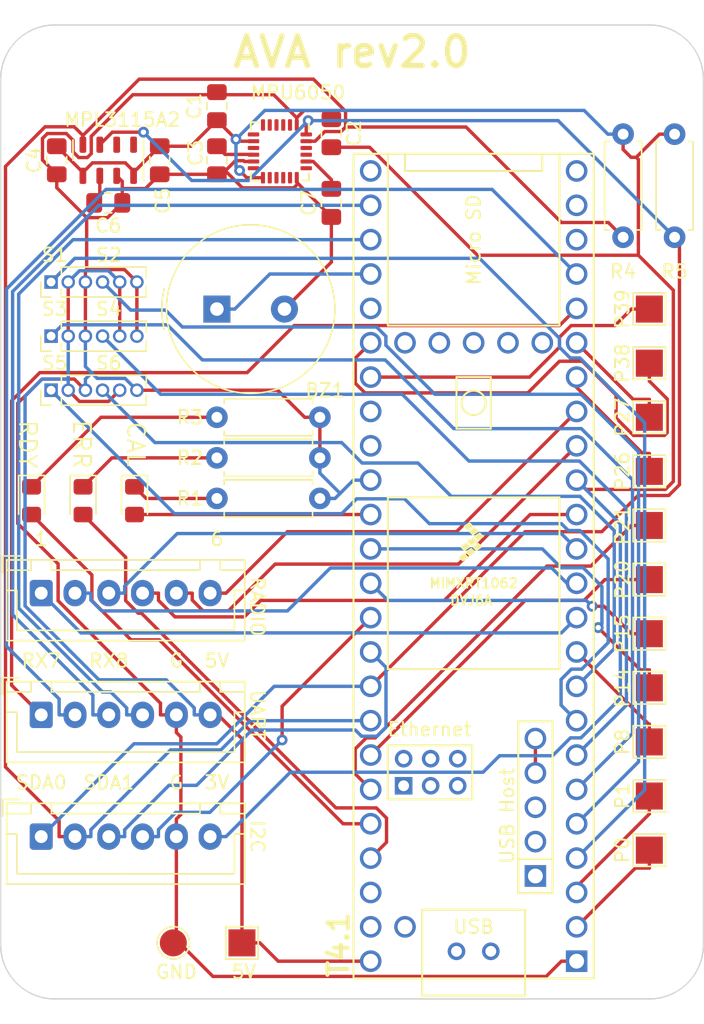
<source format=kicad_pcb>
(kicad_pcb (version 20171130) (host pcbnew "(5.1.9)-1")

  (general
    (thickness 1.6)
    (drawings 34)
    (tracks 454)
    (zones 0)
    (modules 42)
    (nets 78)
  )

  (page A4)
  (layers
    (0 F.Cu signal)
    (31 B.Cu signal)
    (32 B.Adhes user hide)
    (33 F.Adhes user hide)
    (34 B.Paste user hide)
    (35 F.Paste user hide)
    (36 B.SilkS user)
    (37 F.SilkS user)
    (38 B.Mask user)
    (39 F.Mask user)
    (40 Dwgs.User user)
    (41 Cmts.User user hide)
    (42 Eco1.User user hide)
    (43 Eco2.User user hide)
    (44 Edge.Cuts user)
    (45 Margin user hide)
    (46 B.CrtYd user hide)
    (47 F.CrtYd user hide)
    (48 B.Fab user hide)
    (49 F.Fab user hide)
  )

  (setup
    (last_trace_width 0.25)
    (trace_clearance 0.2)
    (zone_clearance 0.508)
    (zone_45_only no)
    (trace_min 0.2)
    (via_size 0.8)
    (via_drill 0.4)
    (via_min_size 0.4)
    (via_min_drill 0.3)
    (uvia_size 0.3)
    (uvia_drill 0.1)
    (uvias_allowed no)
    (uvia_min_size 0.2)
    (uvia_min_drill 0.1)
    (edge_width 0.1)
    (segment_width 0.2)
    (pcb_text_width 0.3)
    (pcb_text_size 1.5 1.5)
    (mod_edge_width 0.15)
    (mod_text_size 1 1)
    (mod_text_width 0.15)
    (pad_size 1.524 1.524)
    (pad_drill 0.762)
    (pad_to_mask_clearance 0)
    (aux_axis_origin 0 0)
    (visible_elements 7FFFFFFF)
    (pcbplotparams
      (layerselection 0x010fc_ffffffff)
      (usegerberextensions false)
      (usegerberattributes true)
      (usegerberadvancedattributes true)
      (creategerberjobfile true)
      (excludeedgelayer true)
      (linewidth 0.100000)
      (plotframeref false)
      (viasonmask false)
      (mode 1)
      (useauxorigin false)
      (hpglpennumber 1)
      (hpglpenspeed 20)
      (hpglpendiameter 15.000000)
      (psnegative false)
      (psa4output false)
      (plotreference true)
      (plotvalue true)
      (plotinvisibletext false)
      (padsonsilk false)
      (subtractmaskfromsilk false)
      (outputformat 1)
      (mirror false)
      (drillshape 0)
      (scaleselection 1)
      (outputdirectory "gerber/"))
  )

  (net 0 "")
  (net 1 BUZZER)
  (net 2 GND)
  (net 3 +3V3)
  (net 4 "Net-(C6-Pad2)")
  (net 5 "Net-(D1-Pad1)")
  (net 6 LED_BLUE)
  (net 7 LED_RED)
  (net 8 "Net-(D2-Pad1)")
  (net 9 "Net-(D3-Pad1)")
  (net 10 LED_GREEN)
  (net 11 RC_CH1_PWM)
  (net 12 RC_CH2_PWM)
  (net 13 RC_CH3_PWM)
  (net 14 RC_CH4_PWM)
  (net 15 RC_CH5_PWM)
  (net 16 RC_CH6_PWM)
  (net 17 +5V)
  (net 18 UART8_TX)
  (net 19 UART8_RX)
  (net 20 UART7_TX)
  (net 21 UART7_RX)
  (net 22 I2C0_SDA)
  (net 23 I2C0_SCL)
  (net 24 I2C1_SDA)
  (net 25 I2C1_SCL)
  (net 26 SERVO1_PWM)
  (net 27 SERVO2_PWM)
  (net 28 SERVO4_PWM)
  (net 29 SERVO3_PWM)
  (net 30 SERVO5_PWM)
  (net 31 SERVO6_PWM)
  (net 32 "Net-(U1-Pad7)")
  (net 33 "Net-(U1-Pad9)")
  (net 34 "Net-(U1-Pad12)")
  (net 35 USB_D-)
  (net 36 USB_D+)
  (net 37 ON_OFF)
  (net 38 PROGRAM)
  (net 39 "Net-(U2-Pad52)")
  (net 40 "Net-(U2-Pad51)")
  (net 41 VBAT)
  (net 42 ETH_T-)
  (net 43 ETH_T+)
  (net 44 ETH_GND)
  (net 45 ETH_LED)
  (net 46 ETH_R-)
  (net 47 ETH_R+)
  (net 48 P26_A12_MOSI1)
  (net 49 P27_A13_SCK1)
  (net 50 P30_CRX3)
  (net 51 P31_CTX3)
  (net 52 P32_OUT1B)
  (net 53 P33_MCLK2)
  (net 54 P37_CS)
  (net 55 P38_CS1)
  (net 56 P39_MISO1)
  (net 57 P41_A16)
  (net 58 P41_A17)
  (net 59 P8_TX2_IN1)
  (net 60 P1_TX1_CTX2_MISO1)
  (net 61 P0_RX1_CRX2_CS1)
  (net 62 P14_A0_TX3)
  (net 63 P15_A1_RX3)
  (net 64 P20_A6_TX5)
  (net 65 P21_A7_RX5)
  (net 66 "Net-(U2-Pad46)")
  (net 67 "Net-(U2-Pad47)")
  (net 68 USBH_5V)
  (net 69 USBH_D-)
  (net 70 USBH_D+)
  (net 71 USBH_GND)
  (net 72 "Net-(U2-Pad49)")
  (net 73 "Net-(U3-Pad5)")
  (net 74 "Net-(U3-Pad6)")
  (net 75 "Net-(C3-Pad1)")
  (net 76 "Net-(C7-Pad2)")
  (net 77 "Net-(U1-Pad6)")

  (net_class Default "This is the default net class."
    (clearance 0.2)
    (trace_width 0.25)
    (via_dia 0.8)
    (via_drill 0.4)
    (uvia_dia 0.3)
    (uvia_drill 0.1)
    (add_net +3V3)
    (add_net +5V)
    (add_net BUZZER)
    (add_net ETH_GND)
    (add_net ETH_LED)
    (add_net ETH_R+)
    (add_net ETH_R-)
    (add_net ETH_T+)
    (add_net ETH_T-)
    (add_net GND)
    (add_net I2C0_SCL)
    (add_net I2C0_SDA)
    (add_net I2C1_SCL)
    (add_net I2C1_SDA)
    (add_net LED_BLUE)
    (add_net LED_GREEN)
    (add_net LED_RED)
    (add_net "Net-(C3-Pad1)")
    (add_net "Net-(C6-Pad2)")
    (add_net "Net-(C7-Pad2)")
    (add_net "Net-(D1-Pad1)")
    (add_net "Net-(D2-Pad1)")
    (add_net "Net-(D3-Pad1)")
    (add_net "Net-(U1-Pad12)")
    (add_net "Net-(U1-Pad6)")
    (add_net "Net-(U1-Pad7)")
    (add_net "Net-(U1-Pad9)")
    (add_net "Net-(U2-Pad46)")
    (add_net "Net-(U2-Pad47)")
    (add_net "Net-(U2-Pad49)")
    (add_net "Net-(U2-Pad51)")
    (add_net "Net-(U2-Pad52)")
    (add_net "Net-(U3-Pad5)")
    (add_net "Net-(U3-Pad6)")
    (add_net ON_OFF)
    (add_net P0_RX1_CRX2_CS1)
    (add_net P14_A0_TX3)
    (add_net P15_A1_RX3)
    (add_net P1_TX1_CTX2_MISO1)
    (add_net P20_A6_TX5)
    (add_net P21_A7_RX5)
    (add_net P26_A12_MOSI1)
    (add_net P27_A13_SCK1)
    (add_net P30_CRX3)
    (add_net P31_CTX3)
    (add_net P32_OUT1B)
    (add_net P33_MCLK2)
    (add_net P37_CS)
    (add_net P38_CS1)
    (add_net P39_MISO1)
    (add_net P41_A16)
    (add_net P41_A17)
    (add_net P8_TX2_IN1)
    (add_net PROGRAM)
    (add_net RC_CH1_PWM)
    (add_net RC_CH2_PWM)
    (add_net RC_CH3_PWM)
    (add_net RC_CH4_PWM)
    (add_net RC_CH5_PWM)
    (add_net RC_CH6_PWM)
    (add_net SERVO1_PWM)
    (add_net SERVO2_PWM)
    (add_net SERVO3_PWM)
    (add_net SERVO4_PWM)
    (add_net SERVO5_PWM)
    (add_net SERVO6_PWM)
    (add_net UART7_RX)
    (add_net UART7_TX)
    (add_net UART8_RX)
    (add_net UART8_TX)
    (add_net USBH_5V)
    (add_net USBH_D+)
    (add_net USBH_D-)
    (add_net USBH_GND)
    (add_net USB_D+)
    (add_net USB_D-)
    (add_net VBAT)
  )

  (module MountingHole:MountingHole_3.5mm (layer F.Cu) (tedit 56D1B4CB) (tstamp 60A64F66)
    (at 228 112)
    (descr "Mounting Hole 3.5mm, no annular")
    (tags "mounting hole 3.5mm no annular")
    (attr virtual)
    (fp_text reference hole2 (at 0 5) (layer Dwgs.User)
      (effects (font (size 1 1) (thickness 0.15)))
    )
    (fp_text value MountingHole_3.5mm (at 0 4.5) (layer F.Fab)
      (effects (font (size 1 1) (thickness 0.15)))
    )
    (fp_circle (center 0 0) (end 3.75 0) (layer F.CrtYd) (width 0.05))
    (fp_circle (center 0 0) (end 3.5 0) (layer Cmts.User) (width 0.15))
    (fp_text user %R (at 0.3 0) (layer F.Fab)
      (effects (font (size 1 1) (thickness 0.15)))
    )
    (pad 1 np_thru_hole circle (at 0 0) (size 3.5 3.5) (drill 3.5) (layers *.Cu *.Mask))
  )

  (module MountingHole:MountingHole_3.5mm (layer F.Cu) (tedit 56D1B4CB) (tstamp 60A64F3B)
    (at 184 112)
    (descr "Mounting Hole 3.5mm, no annular")
    (tags "mounting hole 3.5mm no annular")
    (attr virtual)
    (fp_text reference hole1 (at 0 5) (layer Dwgs.User)
      (effects (font (size 1 1) (thickness 0.15)))
    )
    (fp_text value MountingHole_3.5mm (at 0 4.5) (layer F.Fab)
      (effects (font (size 1 1) (thickness 0.15)))
    )
    (fp_circle (center 0 0) (end 3.75 0) (layer F.CrtYd) (width 0.05))
    (fp_circle (center 0 0) (end 3.5 0) (layer Cmts.User) (width 0.15))
    (fp_text user %R (at 0.3 0) (layer F.Fab)
      (effects (font (size 1 1) (thickness 0.15)))
    )
    (pad 1 np_thru_hole circle (at 0 0) (size 3.5 3.5) (drill 3.5) (layers *.Cu *.Mask))
  )

  (module MountingHole:MountingHole_3.5mm (layer F.Cu) (tedit 56D1B4CB) (tstamp 60A64EE3)
    (at 228 48)
    (descr "Mounting Hole 3.5mm, no annular")
    (tags "mounting hole 3.5mm no annular")
    (attr virtual)
    (fp_text reference hole4 (at 0 -5) (layer Dwgs.User)
      (effects (font (size 1 1) (thickness 0.15)))
    )
    (fp_text value MountingHole_3.5mm (at 0 4.5) (layer F.Fab)
      (effects (font (size 1 1) (thickness 0.15)))
    )
    (fp_circle (center 0 0) (end 3.75 0) (layer F.CrtYd) (width 0.05))
    (fp_circle (center 0 0) (end 3.5 0) (layer Cmts.User) (width 0.15))
    (fp_text user %R (at 0.3 0) (layer F.Fab)
      (effects (font (size 1 1) (thickness 0.15)))
    )
    (pad 1 np_thru_hole circle (at 0 0) (size 3.5 3.5) (drill 3.5) (layers *.Cu *.Mask))
  )

  (module MountingHole:MountingHole_3.5mm (layer F.Cu) (tedit 56D1B4CB) (tstamp 60A64E84)
    (at 184 48)
    (descr "Mounting Hole 3.5mm, no annular")
    (tags "mounting hole 3.5mm no annular")
    (attr virtual)
    (fp_text reference hole3 (at 0 -5) (layer Dwgs.User)
      (effects (font (size 1 1) (thickness 0.15)))
    )
    (fp_text value MountingHole_3.5mm (at 0 4.5) (layer F.Fab)
      (effects (font (size 1 1) (thickness 0.15)))
    )
    (fp_circle (center 0 0) (end 3.75 0) (layer F.CrtYd) (width 0.05))
    (fp_circle (center 0 0) (end 3.5 0) (layer Cmts.User) (width 0.15))
    (fp_text user %R (at 0.3 0) (layer F.Fab)
      (effects (font (size 1 1) (thickness 0.15)))
    )
    (pad 1 np_thru_hole circle (at 0 0) (size 3.5 3.5) (drill 3.5) (layers *.Cu *.Mask))
  )

  (module Sensor_Motion:InvenSense_QFN-24_4x4mm_P0.5mm (layer F.Cu) (tedit 5B5A6D8E) (tstamp 60A67492)
    (at 200.66 53.34 270)
    (descr "24-Lead Plastic QFN (4mm x 4mm); Pitch 0.5mm; EP 2.7x2.6mm; for InvenSense motion sensors; keepout area marked (Package see: https://store.invensense.com/datasheets/invensense/MPU-6050_DataSheet_V3%204.pdf; See also https://www.invensense.com/wp-content/uploads/2015/02/InvenSense-MEMS-Handling.pdf)")
    (tags "QFN 0.5")
    (path /60A5F998)
    (attr smd)
    (fp_text reference MPU6050 (at -4.34 -1.34 180) (layer F.SilkS)
      (effects (font (size 1 1) (thickness 0.15)))
    )
    (fp_text value MPU-6050 (at 0 3.375 90) (layer F.Fab)
      (effects (font (size 1 1) (thickness 0.15)))
    )
    (fp_line (start -0.975 -1.325) (end -1.375 -0.925) (layer Dwgs.User) (width 0.05))
    (fp_line (start -0.475 -1.325) (end -1.375 -0.425) (layer Dwgs.User) (width 0.05))
    (fp_line (start 0.025 -1.325) (end -1.375 0.075) (layer Dwgs.User) (width 0.05))
    (fp_line (start 0.525 -1.325) (end -1.375 0.575) (layer Dwgs.User) (width 0.05))
    (fp_line (start 1.025 -1.325) (end -1.375 1.075) (layer Dwgs.User) (width 0.05))
    (fp_line (start 1.375 -1.175) (end -1.125 1.325) (layer Dwgs.User) (width 0.05))
    (fp_line (start 1.375 -0.675) (end -0.625 1.325) (layer Dwgs.User) (width 0.05))
    (fp_line (start 1.375 -0.175) (end -0.125 1.325) (layer Dwgs.User) (width 0.05))
    (fp_line (start 1.375 0.325) (end 0.375 1.325) (layer Dwgs.User) (width 0.05))
    (fp_line (start 1.375 0.825) (end 0.875 1.325) (layer Dwgs.User) (width 0.05))
    (fp_line (start 1.375 1.325) (end -1.375 1.325) (layer Dwgs.User) (width 0.05))
    (fp_line (start 1.375 -1.325) (end -1.375 -1.325) (layer Dwgs.User) (width 0.05))
    (fp_line (start -1.375 1.325) (end -1.375 -1.325) (layer Dwgs.User) (width 0.05))
    (fp_line (start 1.375 1.325) (end 1.375 -1.325) (layer Dwgs.User) (width 0.05))
    (fp_line (start 2.15 -2.15) (end 1.625 -2.15) (layer F.SilkS) (width 0.15))
    (fp_line (start 2.15 2.15) (end 1.625 2.15) (layer F.SilkS) (width 0.15))
    (fp_line (start -2.15 2.15) (end -1.625 2.15) (layer F.SilkS) (width 0.15))
    (fp_line (start -2.15 -2.15) (end -1.625 -2.15) (layer F.SilkS) (width 0.15))
    (fp_line (start 2.15 2.15) (end 2.15 1.625) (layer F.SilkS) (width 0.15))
    (fp_line (start -2.15 2.15) (end -2.15 1.625) (layer F.SilkS) (width 0.15))
    (fp_line (start 2.15 -2.15) (end 2.15 -1.625) (layer F.SilkS) (width 0.15))
    (fp_line (start -2.65 2.65) (end 2.65 2.65) (layer F.CrtYd) (width 0.05))
    (fp_line (start -2.65 -2.65) (end 2.65 -2.65) (layer F.CrtYd) (width 0.05))
    (fp_line (start 2.65 -2.65) (end 2.65 2.65) (layer F.CrtYd) (width 0.05))
    (fp_line (start -2.65 -2.65) (end -2.65 2.65) (layer F.CrtYd) (width 0.05))
    (fp_line (start -2 -1) (end -1 -2) (layer F.Fab) (width 0.15))
    (fp_line (start -2 2) (end -2 -1) (layer F.Fab) (width 0.15))
    (fp_line (start 2 2) (end -2 2) (layer F.Fab) (width 0.15))
    (fp_line (start 2 -2) (end 2 2) (layer F.Fab) (width 0.15))
    (fp_line (start -1 -2) (end 2 -2) (layer F.Fab) (width 0.15))
    (fp_text user %R (at 0 0 90) (layer F.Fab)
      (effects (font (size 1 1) (thickness 0.15)))
    )
    (fp_text user KEEPOUT (at 0 -0.5 90) (layer Cmts.User)
      (effects (font (size 0.2 0.2) (thickness 0.04)))
    )
    (fp_text user "No Copper" (at 0 -0.1 90) (layer Cmts.User)
      (effects (font (size 0.2 0.2) (thickness 0.04)))
    )
    (fp_text user "Directly Below" (at 0 0.25 90) (layer Cmts.User)
      (effects (font (size 0.2 0.2) (thickness 0.04)))
    )
    (fp_text user Component (at 0 0.55 90) (layer Cmts.User)
      (effects (font (size 0.2 0.2) (thickness 0.04)))
    )
    (pad 1 smd roundrect (at -1.95 -1.25 270) (size 0.85 0.3) (layers F.Cu F.Paste F.Mask) (roundrect_rratio 0.25)
      (net 2 GND))
    (pad 2 smd roundrect (at -1.95 -0.75 270) (size 0.85 0.3) (layers F.Cu F.Paste F.Mask) (roundrect_rratio 0.25))
    (pad 3 smd roundrect (at -1.95 -0.25 270) (size 0.85 0.3) (layers F.Cu F.Paste F.Mask) (roundrect_rratio 0.25))
    (pad 4 smd roundrect (at -1.95 0.25 270) (size 0.85 0.3) (layers F.Cu F.Paste F.Mask) (roundrect_rratio 0.25))
    (pad 5 smd roundrect (at -1.95 0.75 270) (size 0.85 0.3) (layers F.Cu F.Paste F.Mask) (roundrect_rratio 0.25))
    (pad 6 smd roundrect (at -1.95 1.25 270) (size 0.85 0.3) (layers F.Cu F.Paste F.Mask) (roundrect_rratio 0.25)
      (net 77 "Net-(U1-Pad6)"))
    (pad 7 smd roundrect (at -1.25 1.95) (size 0.85 0.3) (layers F.Cu F.Paste F.Mask) (roundrect_rratio 0.25)
      (net 32 "Net-(U1-Pad7)"))
    (pad 8 smd roundrect (at -0.75 1.95) (size 0.85 0.3) (layers F.Cu F.Paste F.Mask) (roundrect_rratio 0.25)
      (net 3 +3V3))
    (pad 9 smd roundrect (at -0.25 1.95) (size 0.85 0.3) (layers F.Cu F.Paste F.Mask) (roundrect_rratio 0.25)
      (net 33 "Net-(U1-Pad9)"))
    (pad 10 smd roundrect (at 0.25 1.95) (size 0.85 0.3) (layers F.Cu F.Paste F.Mask) (roundrect_rratio 0.25)
      (net 75 "Net-(C3-Pad1)"))
    (pad 11 smd roundrect (at 0.75 1.95) (size 0.85 0.3) (layers F.Cu F.Paste F.Mask) (roundrect_rratio 0.25)
      (net 2 GND))
    (pad 12 smd roundrect (at 1.25 1.95) (size 0.85 0.3) (layers F.Cu F.Paste F.Mask) (roundrect_rratio 0.25)
      (net 34 "Net-(U1-Pad12)"))
    (pad 13 smd roundrect (at 1.95 1.25 270) (size 0.85 0.3) (layers F.Cu F.Paste F.Mask) (roundrect_rratio 0.25)
      (net 3 +3V3))
    (pad 14 smd roundrect (at 1.95 0.75 270) (size 0.85 0.3) (layers F.Cu F.Paste F.Mask) (roundrect_rratio 0.25))
    (pad 15 smd roundrect (at 1.95 0.25 270) (size 0.85 0.3) (layers F.Cu F.Paste F.Mask) (roundrect_rratio 0.25))
    (pad 16 smd roundrect (at 1.95 -0.25 270) (size 0.85 0.3) (layers F.Cu F.Paste F.Mask) (roundrect_rratio 0.25))
    (pad 17 smd roundrect (at 1.95 -0.75 270) (size 0.85 0.3) (layers F.Cu F.Paste F.Mask) (roundrect_rratio 0.25))
    (pad 18 smd roundrect (at 1.95 -1.25 270) (size 0.85 0.3) (layers F.Cu F.Paste F.Mask) (roundrect_rratio 0.25)
      (net 2 GND))
    (pad 19 smd roundrect (at 1.25 -1.95) (size 0.85 0.3) (layers F.Cu F.Paste F.Mask) (roundrect_rratio 0.25))
    (pad 20 smd roundrect (at 0.75 -1.95) (size 0.85 0.3) (layers F.Cu F.Paste F.Mask) (roundrect_rratio 0.25)
      (net 76 "Net-(C7-Pad2)"))
    (pad 21 smd roundrect (at 0.25 -1.95) (size 0.85 0.3) (layers F.Cu F.Paste F.Mask) (roundrect_rratio 0.25))
    (pad 22 smd roundrect (at -0.25 -1.95) (size 0.85 0.3) (layers F.Cu F.Paste F.Mask) (roundrect_rratio 0.25))
    (pad 23 smd roundrect (at -0.75 -1.95) (size 0.85 0.3) (layers F.Cu F.Paste F.Mask) (roundrect_rratio 0.25)
      (net 23 I2C0_SCL))
    (pad 24 smd roundrect (at -1.25 -1.95) (size 0.85 0.3) (layers F.Cu F.Paste F.Mask) (roundrect_rratio 0.25)
      (net 22 I2C0_SDA))
    (model ${KISYS3DMOD}/Package_DFN_QFN.3dshapes/QFN-24-1EP_4x4mm_P0.5mm_EP2.7x2.6mm.wrl
      (at (xyz 0 0 0))
      (scale (xyz 1 1 1))
      (rotate (xyz 0 0 0))
    )
  )

  (module Resistor_THT:R_Axial_DIN0207_L6.3mm_D2.5mm_P7.62mm_Horizontal (layer F.Cu) (tedit 5AE5139B) (tstamp 60A5C08E)
    (at 229.87 59.69 90)
    (descr "Resistor, Axial_DIN0207 series, Axial, Horizontal, pin pitch=7.62mm, 0.25W = 1/4W, length*diameter=6.3*2.5mm^2, http://cdn-reichelt.de/documents/datenblatt/B400/1_4W%23YAG.pdf")
    (tags "Resistor Axial_DIN0207 series Axial Horizontal pin pitch 7.62mm 0.25W = 1/4W length 6.3mm diameter 2.5mm")
    (path /60A63E61)
    (fp_text reference R5 (at -2.54 0 180) (layer F.SilkS)
      (effects (font (size 1 1) (thickness 0.15)))
    )
    (fp_text value 4.7K (at 3.81 2.37 90) (layer F.Fab)
      (effects (font (size 1 1) (thickness 0.15)))
    )
    (fp_line (start 0.66 -1.25) (end 0.66 1.25) (layer F.Fab) (width 0.1))
    (fp_line (start 0.66 1.25) (end 6.96 1.25) (layer F.Fab) (width 0.1))
    (fp_line (start 6.96 1.25) (end 6.96 -1.25) (layer F.Fab) (width 0.1))
    (fp_line (start 6.96 -1.25) (end 0.66 -1.25) (layer F.Fab) (width 0.1))
    (fp_line (start 0 0) (end 0.66 0) (layer F.Fab) (width 0.1))
    (fp_line (start 7.62 0) (end 6.96 0) (layer F.Fab) (width 0.1))
    (fp_line (start 0.54 -1.04) (end 0.54 -1.37) (layer F.SilkS) (width 0.12))
    (fp_line (start 0.54 -1.37) (end 7.08 -1.37) (layer F.SilkS) (width 0.12))
    (fp_line (start 7.08 -1.37) (end 7.08 -1.04) (layer F.SilkS) (width 0.12))
    (fp_line (start 0.54 1.04) (end 0.54 1.37) (layer F.SilkS) (width 0.12))
    (fp_line (start 0.54 1.37) (end 7.08 1.37) (layer F.SilkS) (width 0.12))
    (fp_line (start 7.08 1.37) (end 7.08 1.04) (layer F.SilkS) (width 0.12))
    (fp_line (start -1.05 -1.5) (end -1.05 1.5) (layer F.CrtYd) (width 0.05))
    (fp_line (start -1.05 1.5) (end 8.67 1.5) (layer F.CrtYd) (width 0.05))
    (fp_line (start 8.67 1.5) (end 8.67 -1.5) (layer F.CrtYd) (width 0.05))
    (fp_line (start 8.67 -1.5) (end -1.05 -1.5) (layer F.CrtYd) (width 0.05))
    (fp_text user %R (at 3.81 0 90) (layer F.Fab)
      (effects (font (size 1 1) (thickness 0.15)))
    )
    (pad 2 thru_hole oval (at 7.62 0 90) (size 1.6 1.6) (drill 0.8) (layers *.Cu *.Mask)
      (net 3 +3V3))
    (pad 1 thru_hole circle (at 0 0 90) (size 1.6 1.6) (drill 0.8) (layers *.Cu *.Mask)
      (net 22 I2C0_SDA))
    (model ${KISYS3DMOD}/Resistor_THT.3dshapes/R_Axial_DIN0207_L6.3mm_D2.5mm_P7.62mm_Horizontal.wrl
      (at (xyz 0 0 0))
      (scale (xyz 1 1 1))
      (rotate (xyz 0 0 0))
    )
  )

  (module Resistor_THT:R_Axial_DIN0207_L6.3mm_D2.5mm_P7.62mm_Horizontal (layer F.Cu) (tedit 5AE5139B) (tstamp 60A5C077)
    (at 226.06 59.69 90)
    (descr "Resistor, Axial_DIN0207 series, Axial, Horizontal, pin pitch=7.62mm, 0.25W = 1/4W, length*diameter=6.3*2.5mm^2, http://cdn-reichelt.de/documents/datenblatt/B400/1_4W%23YAG.pdf")
    (tags "Resistor Axial_DIN0207 series Axial Horizontal pin pitch 7.62mm 0.25W = 1/4W length 6.3mm diameter 2.5mm")
    (path /60A6479C)
    (fp_text reference R4 (at -2.54 0 180) (layer F.SilkS)
      (effects (font (size 1 1) (thickness 0.15)))
    )
    (fp_text value 4.7K (at 3.81 2.37 90) (layer F.Fab)
      (effects (font (size 1 1) (thickness 0.15)))
    )
    (fp_line (start 0.66 -1.25) (end 0.66 1.25) (layer F.Fab) (width 0.1))
    (fp_line (start 0.66 1.25) (end 6.96 1.25) (layer F.Fab) (width 0.1))
    (fp_line (start 6.96 1.25) (end 6.96 -1.25) (layer F.Fab) (width 0.1))
    (fp_line (start 6.96 -1.25) (end 0.66 -1.25) (layer F.Fab) (width 0.1))
    (fp_line (start 0 0) (end 0.66 0) (layer F.Fab) (width 0.1))
    (fp_line (start 7.62 0) (end 6.96 0) (layer F.Fab) (width 0.1))
    (fp_line (start 0.54 -1.04) (end 0.54 -1.37) (layer F.SilkS) (width 0.12))
    (fp_line (start 0.54 -1.37) (end 7.08 -1.37) (layer F.SilkS) (width 0.12))
    (fp_line (start 7.08 -1.37) (end 7.08 -1.04) (layer F.SilkS) (width 0.12))
    (fp_line (start 0.54 1.04) (end 0.54 1.37) (layer F.SilkS) (width 0.12))
    (fp_line (start 0.54 1.37) (end 7.08 1.37) (layer F.SilkS) (width 0.12))
    (fp_line (start 7.08 1.37) (end 7.08 1.04) (layer F.SilkS) (width 0.12))
    (fp_line (start -1.05 -1.5) (end -1.05 1.5) (layer F.CrtYd) (width 0.05))
    (fp_line (start -1.05 1.5) (end 8.67 1.5) (layer F.CrtYd) (width 0.05))
    (fp_line (start 8.67 1.5) (end 8.67 -1.5) (layer F.CrtYd) (width 0.05))
    (fp_line (start 8.67 -1.5) (end -1.05 -1.5) (layer F.CrtYd) (width 0.05))
    (fp_text user %R (at 3.81 0 90) (layer F.Fab)
      (effects (font (size 1 1) (thickness 0.15)))
    )
    (pad 2 thru_hole oval (at 7.62 0 90) (size 1.6 1.6) (drill 0.8) (layers *.Cu *.Mask)
      (net 3 +3V3))
    (pad 1 thru_hole circle (at 0 0 90) (size 1.6 1.6) (drill 0.8) (layers *.Cu *.Mask)
      (net 23 I2C0_SCL))
    (model ${KISYS3DMOD}/Resistor_THT.3dshapes/R_Axial_DIN0207_L6.3mm_D2.5mm_P7.62mm_Horizontal.wrl
      (at (xyz 0 0 0))
      (scale (xyz 1 1 1))
      (rotate (xyz 0 0 0))
    )
  )

  (module Capacitor_SMD:C_0805_2012Metric_Pad1.18x1.45mm_HandSolder (layer F.Cu) (tedit 5F68FEEF) (tstamp 60A5BD30)
    (at 204.47 57.15 90)
    (descr "Capacitor SMD 0805 (2012 Metric), square (rectangular) end terminal, IPC_7351 nominal with elongated pad for handsoldering. (Body size source: IPC-SM-782 page 76, https://www.pcb-3d.com/wordpress/wp-content/uploads/ipc-sm-782a_amendment_1_and_2.pdf, https://docs.google.com/spreadsheets/d/1BsfQQcO9C6DZCsRaXUlFlo91Tg2WpOkGARC1WS5S8t0/edit?usp=sharing), generated with kicad-footprint-generator")
    (tags "capacitor handsolder")
    (path /60A672AD)
    (attr smd)
    (fp_text reference C7 (at 0 -1.68 90) (layer F.SilkS)
      (effects (font (size 1 1) (thickness 0.15)))
    )
    (fp_text value 2200pF (at 0 1.68 90) (layer F.Fab)
      (effects (font (size 1 1) (thickness 0.15)))
    )
    (fp_line (start -1 0.625) (end -1 -0.625) (layer F.Fab) (width 0.1))
    (fp_line (start -1 -0.625) (end 1 -0.625) (layer F.Fab) (width 0.1))
    (fp_line (start 1 -0.625) (end 1 0.625) (layer F.Fab) (width 0.1))
    (fp_line (start 1 0.625) (end -1 0.625) (layer F.Fab) (width 0.1))
    (fp_line (start -0.261252 -0.735) (end 0.261252 -0.735) (layer F.SilkS) (width 0.12))
    (fp_line (start -0.261252 0.735) (end 0.261252 0.735) (layer F.SilkS) (width 0.12))
    (fp_line (start -1.88 0.98) (end -1.88 -0.98) (layer F.CrtYd) (width 0.05))
    (fp_line (start -1.88 -0.98) (end 1.88 -0.98) (layer F.CrtYd) (width 0.05))
    (fp_line (start 1.88 -0.98) (end 1.88 0.98) (layer F.CrtYd) (width 0.05))
    (fp_line (start 1.88 0.98) (end -1.88 0.98) (layer F.CrtYd) (width 0.05))
    (fp_text user %R (at 0 0 90) (layer F.Fab)
      (effects (font (size 0.5 0.5) (thickness 0.08)))
    )
    (pad 2 smd roundrect (at 1.0375 0 90) (size 1.175 1.45) (layers F.Cu F.Paste F.Mask) (roundrect_rratio 0.2127659574468085)
      (net 76 "Net-(C7-Pad2)"))
    (pad 1 smd roundrect (at -1.0375 0 90) (size 1.175 1.45) (layers F.Cu F.Paste F.Mask) (roundrect_rratio 0.2127659574468085)
      (net 2 GND))
    (model ${KISYS3DMOD}/Capacitor_SMD.3dshapes/C_0805_2012Metric.wrl
      (at (xyz 0 0 0))
      (scale (xyz 1 1 1))
      (rotate (xyz 0 0 0))
    )
  )

  (module Capacitor_SMD:C_0805_2012Metric_Pad1.18x1.45mm_HandSolder (layer F.Cu) (tedit 5F68FEEF) (tstamp 60A67279)
    (at 196 54 270)
    (descr "Capacitor SMD 0805 (2012 Metric), square (rectangular) end terminal, IPC_7351 nominal with elongated pad for handsoldering. (Body size source: IPC-SM-782 page 76, https://www.pcb-3d.com/wordpress/wp-content/uploads/ipc-sm-782a_amendment_1_and_2.pdf, https://docs.google.com/spreadsheets/d/1BsfQQcO9C6DZCsRaXUlFlo91Tg2WpOkGARC1WS5S8t0/edit?usp=sharing), generated with kicad-footprint-generator")
    (tags "capacitor handsolder")
    (path /60A67A2A)
    (attr smd)
    (fp_text reference C3 (at -0.5425 1.58 90) (layer F.SilkS)
      (effects (font (size 1 1) (thickness 0.15)))
    )
    (fp_text value 0.1uF (at 0 1.68 90) (layer F.Fab)
      (effects (font (size 1 1) (thickness 0.15)))
    )
    (fp_line (start -1 0.625) (end -1 -0.625) (layer F.Fab) (width 0.1))
    (fp_line (start -1 -0.625) (end 1 -0.625) (layer F.Fab) (width 0.1))
    (fp_line (start 1 -0.625) (end 1 0.625) (layer F.Fab) (width 0.1))
    (fp_line (start 1 0.625) (end -1 0.625) (layer F.Fab) (width 0.1))
    (fp_line (start -0.261252 -0.735) (end 0.261252 -0.735) (layer F.SilkS) (width 0.12))
    (fp_line (start -0.261252 0.735) (end 0.261252 0.735) (layer F.SilkS) (width 0.12))
    (fp_line (start -1.88 0.98) (end -1.88 -0.98) (layer F.CrtYd) (width 0.05))
    (fp_line (start -1.88 -0.98) (end 1.88 -0.98) (layer F.CrtYd) (width 0.05))
    (fp_line (start 1.88 -0.98) (end 1.88 0.98) (layer F.CrtYd) (width 0.05))
    (fp_line (start 1.88 0.98) (end -1.88 0.98) (layer F.CrtYd) (width 0.05))
    (fp_text user %R (at 0 0 90) (layer F.Fab)
      (effects (font (size 0.5 0.5) (thickness 0.08)))
    )
    (pad 2 smd roundrect (at 1.0375 0 270) (size 1.175 1.45) (layers F.Cu F.Paste F.Mask) (roundrect_rratio 0.2127659574468085)
      (net 2 GND))
    (pad 1 smd roundrect (at -1.0375 0 270) (size 1.175 1.45) (layers F.Cu F.Paste F.Mask) (roundrect_rratio 0.2127659574468085)
      (net 75 "Net-(C3-Pad1)"))
    (model ${KISYS3DMOD}/Capacitor_SMD.3dshapes/C_0805_2012Metric.wrl
      (at (xyz 0 0 0))
      (scale (xyz 1 1 1))
      (rotate (xyz 0 0 0))
    )
  )

  (module Capacitor_SMD:C_0805_2012Metric_Pad1.18x1.45mm_HandSolder (layer F.Cu) (tedit 5F68FEEF) (tstamp 60A5BCAE)
    (at 204.47 52 270)
    (descr "Capacitor SMD 0805 (2012 Metric), square (rectangular) end terminal, IPC_7351 nominal with elongated pad for handsoldering. (Body size source: IPC-SM-782 page 76, https://www.pcb-3d.com/wordpress/wp-content/uploads/ipc-sm-782a_amendment_1_and_2.pdf, https://docs.google.com/spreadsheets/d/1BsfQQcO9C6DZCsRaXUlFlo91Tg2WpOkGARC1WS5S8t0/edit?usp=sharing), generated with kicad-footprint-generator")
    (tags "capacitor handsolder")
    (path /60A6663E)
    (attr smd)
    (fp_text reference C2 (at 0 -1.68 90) (layer F.SilkS)
      (effects (font (size 1 1) (thickness 0.15)))
    )
    (fp_text value 0.1uF (at 0 1.68 90) (layer F.Fab)
      (effects (font (size 1 1) (thickness 0.15)))
    )
    (fp_line (start -1 0.625) (end -1 -0.625) (layer F.Fab) (width 0.1))
    (fp_line (start -1 -0.625) (end 1 -0.625) (layer F.Fab) (width 0.1))
    (fp_line (start 1 -0.625) (end 1 0.625) (layer F.Fab) (width 0.1))
    (fp_line (start 1 0.625) (end -1 0.625) (layer F.Fab) (width 0.1))
    (fp_line (start -0.261252 -0.735) (end 0.261252 -0.735) (layer F.SilkS) (width 0.12))
    (fp_line (start -0.261252 0.735) (end 0.261252 0.735) (layer F.SilkS) (width 0.12))
    (fp_line (start -1.88 0.98) (end -1.88 -0.98) (layer F.CrtYd) (width 0.05))
    (fp_line (start -1.88 -0.98) (end 1.88 -0.98) (layer F.CrtYd) (width 0.05))
    (fp_line (start 1.88 -0.98) (end 1.88 0.98) (layer F.CrtYd) (width 0.05))
    (fp_line (start 1.88 0.98) (end -1.88 0.98) (layer F.CrtYd) (width 0.05))
    (fp_text user %R (at 0 0 90) (layer F.Fab)
      (effects (font (size 0.5 0.5) (thickness 0.08)))
    )
    (pad 2 smd roundrect (at 1.0375 0 270) (size 1.175 1.45) (layers F.Cu F.Paste F.Mask) (roundrect_rratio 0.2127659574468085)
      (net 3 +3V3))
    (pad 1 smd roundrect (at -1.0375 0 270) (size 1.175 1.45) (layers F.Cu F.Paste F.Mask) (roundrect_rratio 0.2127659574468085)
      (net 2 GND))
    (model ${KISYS3DMOD}/Capacitor_SMD.3dshapes/C_0805_2012Metric.wrl
      (at (xyz 0 0 0))
      (scale (xyz 1 1 1))
      (rotate (xyz 0 0 0))
    )
  )

  (module Capacitor_SMD:C_0805_2012Metric_Pad1.18x1.45mm_HandSolder (layer F.Cu) (tedit 5F68FEEF) (tstamp 60A5BC9D)
    (at 196 50 90)
    (descr "Capacitor SMD 0805 (2012 Metric), square (rectangular) end terminal, IPC_7351 nominal with elongated pad for handsoldering. (Body size source: IPC-SM-782 page 76, https://www.pcb-3d.com/wordpress/wp-content/uploads/ipc-sm-782a_amendment_1_and_2.pdf, https://docs.google.com/spreadsheets/d/1BsfQQcO9C6DZCsRaXUlFlo91Tg2WpOkGARC1WS5S8t0/edit?usp=sharing), generated with kicad-footprint-generator")
    (tags "capacitor handsolder")
    (path /60A655E4)
    (attr smd)
    (fp_text reference C1 (at 0 -1.68 90) (layer F.SilkS)
      (effects (font (size 1 1) (thickness 0.15)))
    )
    (fp_text value 0.1uF (at 0 1.68 90) (layer F.Fab)
      (effects (font (size 1 1) (thickness 0.15)))
    )
    (fp_line (start 1.88 0.98) (end -1.88 0.98) (layer F.CrtYd) (width 0.05))
    (fp_line (start 1.88 -0.98) (end 1.88 0.98) (layer F.CrtYd) (width 0.05))
    (fp_line (start -1.88 -0.98) (end 1.88 -0.98) (layer F.CrtYd) (width 0.05))
    (fp_line (start -1.88 0.98) (end -1.88 -0.98) (layer F.CrtYd) (width 0.05))
    (fp_line (start -0.261252 0.735) (end 0.261252 0.735) (layer F.SilkS) (width 0.12))
    (fp_line (start -0.261252 -0.735) (end 0.261252 -0.735) (layer F.SilkS) (width 0.12))
    (fp_line (start 1 0.625) (end -1 0.625) (layer F.Fab) (width 0.1))
    (fp_line (start 1 -0.625) (end 1 0.625) (layer F.Fab) (width 0.1))
    (fp_line (start -1 -0.625) (end 1 -0.625) (layer F.Fab) (width 0.1))
    (fp_line (start -1 0.625) (end -1 -0.625) (layer F.Fab) (width 0.1))
    (fp_text user %R (at 0 0 90) (layer F.Fab)
      (effects (font (size 0.5 0.5) (thickness 0.08)))
    )
    (pad 1 smd roundrect (at -1.0375 0 90) (size 1.175 1.45) (layers F.Cu F.Paste F.Mask) (roundrect_rratio 0.2127659574468085)
      (net 3 +3V3))
    (pad 2 smd roundrect (at 1.0375 0 90) (size 1.175 1.45) (layers F.Cu F.Paste F.Mask) (roundrect_rratio 0.2127659574468085)
      (net 2 GND))
    (model ${KISYS3DMOD}/Capacitor_SMD.3dshapes/C_0805_2012Metric.wrl
      (at (xyz 0 0 0))
      (scale (xyz 1 1 1))
      (rotate (xyz 0 0 0))
    )
  )

  (module TestPoint:TestPoint_Pad_2.0x2.0mm (layer F.Cu) (tedit 5A0F774F) (tstamp 609B76BA)
    (at 228 69 90)
    (descr "SMD rectangular pad as test Point, square 2.0mm side length")
    (tags "test point SMD pad rectangle square")
    (path /60AEE991)
    (attr virtual)
    (fp_text reference P38 (at 0 -1.998 90) (layer F.SilkS)
      (effects (font (size 1 1) (thickness 0.15)))
    )
    (fp_text value TestPoint (at 0 2.05 90) (layer F.Fab)
      (effects (font (size 1 1) (thickness 0.15)))
    )
    (fp_line (start 1.5 1.5) (end -1.5 1.5) (layer F.CrtYd) (width 0.05))
    (fp_line (start 1.5 1.5) (end 1.5 -1.5) (layer F.CrtYd) (width 0.05))
    (fp_line (start -1.5 -1.5) (end -1.5 1.5) (layer F.CrtYd) (width 0.05))
    (fp_line (start -1.5 -1.5) (end 1.5 -1.5) (layer F.CrtYd) (width 0.05))
    (fp_line (start -1.2 1.2) (end -1.2 -1.2) (layer F.SilkS) (width 0.12))
    (fp_line (start 1.2 1.2) (end -1.2 1.2) (layer F.SilkS) (width 0.12))
    (fp_line (start 1.2 -1.2) (end 1.2 1.2) (layer F.SilkS) (width 0.12))
    (fp_line (start -1.2 -1.2) (end 1.2 -1.2) (layer F.SilkS) (width 0.12))
    (fp_text user %R (at 0 -2 90) (layer F.Fab)
      (effects (font (size 1 1) (thickness 0.15)))
    )
    (pad 1 smd rect (at 0 0 90) (size 2 2) (layers F.Cu F.Mask)
      (net 55 P38_CS1))
  )

  (module TestPoint:TestPoint_Pad_2.0x2.0mm (layer F.Cu) (tedit 5A0F774F) (tstamp 609B7693)
    (at 228 65 90)
    (descr "SMD rectangular pad as test Point, square 2.0mm side length")
    (tags "test point SMD pad rectangle square")
    (path /60AEE363)
    (attr virtual)
    (fp_text reference P39 (at 0 -1.998 90) (layer F.SilkS)
      (effects (font (size 1 1) (thickness 0.15)))
    )
    (fp_text value TestPoint (at 0 2.05 90) (layer F.Fab)
      (effects (font (size 1 1) (thickness 0.15)))
    )
    (fp_line (start 1.5 1.5) (end -1.5 1.5) (layer F.CrtYd) (width 0.05))
    (fp_line (start 1.5 1.5) (end 1.5 -1.5) (layer F.CrtYd) (width 0.05))
    (fp_line (start -1.5 -1.5) (end -1.5 1.5) (layer F.CrtYd) (width 0.05))
    (fp_line (start -1.5 -1.5) (end 1.5 -1.5) (layer F.CrtYd) (width 0.05))
    (fp_line (start -1.2 1.2) (end -1.2 -1.2) (layer F.SilkS) (width 0.12))
    (fp_line (start 1.2 1.2) (end -1.2 1.2) (layer F.SilkS) (width 0.12))
    (fp_line (start 1.2 -1.2) (end 1.2 1.2) (layer F.SilkS) (width 0.12))
    (fp_line (start -1.2 -1.2) (end 1.2 -1.2) (layer F.SilkS) (width 0.12))
    (fp_text user %R (at 0 -2 90) (layer F.Fab)
      (effects (font (size 1 1) (thickness 0.15)))
    )
    (pad 1 smd rect (at 0 0 90) (size 2 2) (layers F.Cu F.Mask)
      (net 56 P39_MISO1))
  )

  (module TestPoint:TestPoint_Pad_2.0x2.0mm (layer F.Cu) (tedit 5A0F774F) (tstamp 609B6D2E)
    (at 228 97 90)
    (descr "SMD rectangular pad as test Point, square 2.0mm side length")
    (tags "test point SMD pad rectangle square")
    (path /60AED4AD)
    (attr virtual)
    (fp_text reference P8 (at 0 -1.998 90) (layer F.SilkS)
      (effects (font (size 1 1) (thickness 0.15)))
    )
    (fp_text value TestPoint (at 0 2.05 90) (layer F.Fab)
      (effects (font (size 1 1) (thickness 0.15)))
    )
    (fp_line (start 1.5 1.5) (end -1.5 1.5) (layer F.CrtYd) (width 0.05))
    (fp_line (start 1.5 1.5) (end 1.5 -1.5) (layer F.CrtYd) (width 0.05))
    (fp_line (start -1.5 -1.5) (end -1.5 1.5) (layer F.CrtYd) (width 0.05))
    (fp_line (start -1.5 -1.5) (end 1.5 -1.5) (layer F.CrtYd) (width 0.05))
    (fp_line (start -1.2 1.2) (end -1.2 -1.2) (layer F.SilkS) (width 0.12))
    (fp_line (start 1.2 1.2) (end -1.2 1.2) (layer F.SilkS) (width 0.12))
    (fp_line (start 1.2 -1.2) (end 1.2 1.2) (layer F.SilkS) (width 0.12))
    (fp_line (start -1.2 -1.2) (end 1.2 -1.2) (layer F.SilkS) (width 0.12))
    (fp_text user %R (at 0 -2 90) (layer F.Fab)
      (effects (font (size 1 1) (thickness 0.15)))
    )
    (pad 1 smd rect (at 0 0 90) (size 2 2) (layers F.Cu F.Mask)
      (net 59 P8_TX2_IN1))
  )

  (module TestPoint:TestPoint_Pad_2.0x2.0mm (layer F.Cu) (tedit 5A0F774F) (tstamp 609B76E1)
    (at 228 73 90)
    (descr "SMD rectangular pad as test Point, square 2.0mm side length")
    (tags "test point SMD pad rectangle square")
    (path /60A9C04A)
    (attr virtual)
    (fp_text reference P27 (at 0 -1.998 90) (layer F.SilkS)
      (effects (font (size 1 1) (thickness 0.15)))
    )
    (fp_text value TestPoint (at 0 2.05 90) (layer F.Fab)
      (effects (font (size 1 1) (thickness 0.15)))
    )
    (fp_line (start 1.5 1.5) (end -1.5 1.5) (layer F.CrtYd) (width 0.05))
    (fp_line (start 1.5 1.5) (end 1.5 -1.5) (layer F.CrtYd) (width 0.05))
    (fp_line (start -1.5 -1.5) (end -1.5 1.5) (layer F.CrtYd) (width 0.05))
    (fp_line (start -1.5 -1.5) (end 1.5 -1.5) (layer F.CrtYd) (width 0.05))
    (fp_line (start -1.2 1.2) (end -1.2 -1.2) (layer F.SilkS) (width 0.12))
    (fp_line (start 1.2 1.2) (end -1.2 1.2) (layer F.SilkS) (width 0.12))
    (fp_line (start 1.2 -1.2) (end 1.2 1.2) (layer F.SilkS) (width 0.12))
    (fp_line (start -1.2 -1.2) (end 1.2 -1.2) (layer F.SilkS) (width 0.12))
    (fp_text user %R (at 0 -2 90) (layer F.Fab)
      (effects (font (size 1 1) (thickness 0.15)))
    )
    (pad 1 smd rect (at 0 0 90) (size 2 2) (layers F.Cu F.Mask)
      (net 49 P27_A13_SCK1))
  )

  (module TestPoint:TestPoint_Pad_2.0x2.0mm (layer F.Cu) (tedit 5A0F774F) (tstamp 609B772F)
    (at 228 77 90)
    (descr "SMD rectangular pad as test Point, square 2.0mm side length")
    (tags "test point SMD pad rectangle square")
    (path /60A9BB9A)
    (attr virtual)
    (fp_text reference P26 (at 0 -1.998 90) (layer F.SilkS)
      (effects (font (size 1 1) (thickness 0.15)))
    )
    (fp_text value TestPoint (at 0 2.05 90) (layer F.Fab)
      (effects (font (size 1 1) (thickness 0.15)))
    )
    (fp_line (start 1.5 1.5) (end -1.5 1.5) (layer F.CrtYd) (width 0.05))
    (fp_line (start 1.5 1.5) (end 1.5 -1.5) (layer F.CrtYd) (width 0.05))
    (fp_line (start -1.5 -1.5) (end -1.5 1.5) (layer F.CrtYd) (width 0.05))
    (fp_line (start -1.5 -1.5) (end 1.5 -1.5) (layer F.CrtYd) (width 0.05))
    (fp_line (start -1.2 1.2) (end -1.2 -1.2) (layer F.SilkS) (width 0.12))
    (fp_line (start 1.2 1.2) (end -1.2 1.2) (layer F.SilkS) (width 0.12))
    (fp_line (start 1.2 -1.2) (end 1.2 1.2) (layer F.SilkS) (width 0.12))
    (fp_line (start -1.2 -1.2) (end 1.2 -1.2) (layer F.SilkS) (width 0.12))
    (fp_text user %R (at 0 -2 90) (layer F.Fab)
      (effects (font (size 1 1) (thickness 0.15)))
    )
    (pad 1 smd rect (at 0 0 90) (size 2 2) (layers F.Cu F.Mask)
      (net 48 P26_A12_MOSI1))
  )

  (module TestPoint:TestPoint_Pad_2.0x2.0mm (layer F.Cu) (tedit 5A0F774F) (tstamp 609B7756)
    (at 228 85 90)
    (descr "SMD rectangular pad as test Point, square 2.0mm side length")
    (tags "test point SMD pad rectangle square")
    (path /60A8F733)
    (attr virtual)
    (fp_text reference P20 (at 0 -1.998 90) (layer F.SilkS)
      (effects (font (size 1 1) (thickness 0.15)))
    )
    (fp_text value TestPoint (at 0 2.05 90) (layer F.Fab)
      (effects (font (size 1 1) (thickness 0.15)))
    )
    (fp_line (start 1.5 1.5) (end -1.5 1.5) (layer F.CrtYd) (width 0.05))
    (fp_line (start 1.5 1.5) (end 1.5 -1.5) (layer F.CrtYd) (width 0.05))
    (fp_line (start -1.5 -1.5) (end -1.5 1.5) (layer F.CrtYd) (width 0.05))
    (fp_line (start -1.5 -1.5) (end 1.5 -1.5) (layer F.CrtYd) (width 0.05))
    (fp_line (start -1.2 1.2) (end -1.2 -1.2) (layer F.SilkS) (width 0.12))
    (fp_line (start 1.2 1.2) (end -1.2 1.2) (layer F.SilkS) (width 0.12))
    (fp_line (start 1.2 -1.2) (end 1.2 1.2) (layer F.SilkS) (width 0.12))
    (fp_line (start -1.2 -1.2) (end 1.2 -1.2) (layer F.SilkS) (width 0.12))
    (fp_text user %R (at 0 -2 90) (layer F.Fab)
      (effects (font (size 1 1) (thickness 0.15)))
    )
    (pad 1 smd rect (at 0 0 90) (size 2 2) (layers F.Cu F.Mask)
      (net 64 P20_A6_TX5))
  )

  (module TestPoint:TestPoint_Pad_2.0x2.0mm (layer F.Cu) (tedit 5A0F774F) (tstamp 609B7708)
    (at 228 81 90)
    (descr "SMD rectangular pad as test Point, square 2.0mm side length")
    (tags "test point SMD pad rectangle square")
    (path /60A8EE2B)
    (attr virtual)
    (fp_text reference P21 (at 0 -1.998 90) (layer F.SilkS)
      (effects (font (size 1 1) (thickness 0.15)))
    )
    (fp_text value TestPoint (at 0 2.05 90) (layer F.Fab)
      (effects (font (size 1 1) (thickness 0.15)))
    )
    (fp_line (start 1.5 1.5) (end -1.5 1.5) (layer F.CrtYd) (width 0.05))
    (fp_line (start 1.5 1.5) (end 1.5 -1.5) (layer F.CrtYd) (width 0.05))
    (fp_line (start -1.5 -1.5) (end -1.5 1.5) (layer F.CrtYd) (width 0.05))
    (fp_line (start -1.5 -1.5) (end 1.5 -1.5) (layer F.CrtYd) (width 0.05))
    (fp_line (start -1.2 1.2) (end -1.2 -1.2) (layer F.SilkS) (width 0.12))
    (fp_line (start 1.2 1.2) (end -1.2 1.2) (layer F.SilkS) (width 0.12))
    (fp_line (start 1.2 -1.2) (end 1.2 1.2) (layer F.SilkS) (width 0.12))
    (fp_line (start -1.2 -1.2) (end 1.2 -1.2) (layer F.SilkS) (width 0.12))
    (fp_text user %R (at 0 -2 90) (layer F.Fab)
      (effects (font (size 1 1) (thickness 0.15)))
    )
    (pad 1 smd rect (at 0 0 90) (size 2 2) (layers F.Cu F.Mask)
      (net 65 P21_A7_RX5))
  )

  (module TestPoint:TestPoint_Pad_2.0x2.0mm (layer F.Cu) (tedit 5A0F774F) (tstamp 609B766C)
    (at 228 93 90)
    (descr "SMD rectangular pad as test Point, square 2.0mm side length")
    (tags "test point SMD pad rectangle square")
    (path /60A9C05E)
    (attr virtual)
    (fp_text reference P14 (at 0 -1.998 90) (layer F.SilkS)
      (effects (font (size 1 1) (thickness 0.15)))
    )
    (fp_text value TestPoint (at 0 2.05 90) (layer F.Fab)
      (effects (font (size 1 1) (thickness 0.15)))
    )
    (fp_line (start 1.5 1.5) (end -1.5 1.5) (layer F.CrtYd) (width 0.05))
    (fp_line (start 1.5 1.5) (end 1.5 -1.5) (layer F.CrtYd) (width 0.05))
    (fp_line (start -1.5 -1.5) (end -1.5 1.5) (layer F.CrtYd) (width 0.05))
    (fp_line (start -1.5 -1.5) (end 1.5 -1.5) (layer F.CrtYd) (width 0.05))
    (fp_line (start -1.2 1.2) (end -1.2 -1.2) (layer F.SilkS) (width 0.12))
    (fp_line (start 1.2 1.2) (end -1.2 1.2) (layer F.SilkS) (width 0.12))
    (fp_line (start 1.2 -1.2) (end 1.2 1.2) (layer F.SilkS) (width 0.12))
    (fp_line (start -1.2 -1.2) (end 1.2 -1.2) (layer F.SilkS) (width 0.12))
    (fp_text user %R (at 0 -2 90) (layer F.Fab)
      (effects (font (size 1 1) (thickness 0.15)))
    )
    (pad 1 smd rect (at 0 0 90) (size 2 2) (layers F.Cu F.Mask)
      (net 62 P14_A0_TX3))
  )

  (module TestPoint:TestPoint_Pad_2.0x2.0mm (layer F.Cu) (tedit 5A0F774F) (tstamp 609B777D)
    (at 228 89 90)
    (descr "SMD rectangular pad as test Point, square 2.0mm side length")
    (tags "test point SMD pad rectangle square")
    (path /60A9C054)
    (attr virtual)
    (fp_text reference P15 (at 0 -1.998 90) (layer F.SilkS)
      (effects (font (size 1 1) (thickness 0.15)))
    )
    (fp_text value TestPoint (at 0 2.05 90) (layer F.Fab)
      (effects (font (size 1 1) (thickness 0.15)))
    )
    (fp_line (start 1.5 1.5) (end -1.5 1.5) (layer F.CrtYd) (width 0.05))
    (fp_line (start 1.5 1.5) (end 1.5 -1.5) (layer F.CrtYd) (width 0.05))
    (fp_line (start -1.5 -1.5) (end -1.5 1.5) (layer F.CrtYd) (width 0.05))
    (fp_line (start -1.5 -1.5) (end 1.5 -1.5) (layer F.CrtYd) (width 0.05))
    (fp_line (start -1.2 1.2) (end -1.2 -1.2) (layer F.SilkS) (width 0.12))
    (fp_line (start 1.2 1.2) (end -1.2 1.2) (layer F.SilkS) (width 0.12))
    (fp_line (start 1.2 -1.2) (end 1.2 1.2) (layer F.SilkS) (width 0.12))
    (fp_line (start -1.2 -1.2) (end 1.2 -1.2) (layer F.SilkS) (width 0.12))
    (fp_text user %R (at 0 -2 90) (layer F.Fab)
      (effects (font (size 1 1) (thickness 0.15)))
    )
    (pad 1 smd rect (at 0 0 90) (size 2 2) (layers F.Cu F.Mask)
      (net 63 P15_A1_RX3))
  )

  (module TestPoint:TestPoint_Pad_2.0x2.0mm (layer F.Cu) (tedit 5A0F774F) (tstamp 609B6CCC)
    (at 228 101 90)
    (descr "SMD rectangular pad as test Point, square 2.0mm side length")
    (tags "test point SMD pad rectangle square")
    (path /60A8DFD9)
    (attr virtual)
    (fp_text reference P1 (at 0 -1.998 90) (layer F.SilkS)
      (effects (font (size 1 1) (thickness 0.15)))
    )
    (fp_text value TestPoint (at 0 2.05 90) (layer F.Fab)
      (effects (font (size 1 1) (thickness 0.15)))
    )
    (fp_line (start 1.5 1.5) (end -1.5 1.5) (layer F.CrtYd) (width 0.05))
    (fp_line (start 1.5 1.5) (end 1.5 -1.5) (layer F.CrtYd) (width 0.05))
    (fp_line (start -1.5 -1.5) (end -1.5 1.5) (layer F.CrtYd) (width 0.05))
    (fp_line (start -1.5 -1.5) (end 1.5 -1.5) (layer F.CrtYd) (width 0.05))
    (fp_line (start -1.2 1.2) (end -1.2 -1.2) (layer F.SilkS) (width 0.12))
    (fp_line (start 1.2 1.2) (end -1.2 1.2) (layer F.SilkS) (width 0.12))
    (fp_line (start 1.2 -1.2) (end 1.2 1.2) (layer F.SilkS) (width 0.12))
    (fp_line (start -1.2 -1.2) (end 1.2 -1.2) (layer F.SilkS) (width 0.12))
    (fp_text user %R (at 0 -2 90) (layer F.Fab)
      (effects (font (size 1 1) (thickness 0.15)))
    )
    (pad 1 smd rect (at 0 0 90) (size 2 2) (layers F.Cu F.Mask)
      (net 60 P1_TX1_CTX2_MISO1))
  )

  (module TestPoint:TestPoint_Pad_2.0x2.0mm (layer F.Cu) (tedit 5A0F774F) (tstamp 609B6CBE)
    (at 228 105 90)
    (descr "SMD rectangular pad as test Point, square 2.0mm side length")
    (tags "test point SMD pad rectangle square")
    (path /60A8C74A)
    (attr virtual)
    (fp_text reference P0 (at 0 -1.998 90) (layer F.SilkS)
      (effects (font (size 1 1) (thickness 0.15)))
    )
    (fp_text value TestPoint (at 0 2.05 90) (layer F.Fab)
      (effects (font (size 1 1) (thickness 0.15)))
    )
    (fp_line (start 1.5 1.5) (end -1.5 1.5) (layer F.CrtYd) (width 0.05))
    (fp_line (start 1.5 1.5) (end 1.5 -1.5) (layer F.CrtYd) (width 0.05))
    (fp_line (start -1.5 -1.5) (end -1.5 1.5) (layer F.CrtYd) (width 0.05))
    (fp_line (start -1.5 -1.5) (end 1.5 -1.5) (layer F.CrtYd) (width 0.05))
    (fp_line (start -1.2 1.2) (end -1.2 -1.2) (layer F.SilkS) (width 0.12))
    (fp_line (start 1.2 1.2) (end -1.2 1.2) (layer F.SilkS) (width 0.12))
    (fp_line (start 1.2 -1.2) (end 1.2 1.2) (layer F.SilkS) (width 0.12))
    (fp_line (start -1.2 -1.2) (end 1.2 -1.2) (layer F.SilkS) (width 0.12))
    (fp_text user %R (at 0 -2 90) (layer F.Fab)
      (effects (font (size 1 1) (thickness 0.15)))
    )
    (pad 1 smd rect (at 0 0 90) (size 2 2) (layers F.Cu F.Mask)
      (net 61 P0_RX1_CRX2_CS1))
  )

  (module Buzzer_Beeper:Buzzer_TDK_PS1240P02BT_D12.2mm_H6.5mm (layer F.Cu) (tedit 5BF1CB2D) (tstamp 609A72FC)
    (at 196 65)
    (descr "Buzzer, D12.2mm height 6.5mm, https://product.tdk.com/info/en/catalog/datasheets/piezoelectronic_buzzer_ps_en.pdf")
    (tags buzzer)
    (path /60AD6EB4)
    (fp_text reference BZ1 (at 8 6) (layer F.SilkS)
      (effects (font (size 1 1) (thickness 0.15)))
    )
    (fp_text value Buzzer (at 2.5 7.31) (layer F.Fab)
      (effects (font (size 1 1) (thickness 0.15)))
    )
    (fp_circle (center 2.5 0) (end 8.85 0) (layer F.CrtYd) (width 0.05))
    (fp_circle (center 2.5 0) (end 8.6 0) (layer F.Fab) (width 0.1))
    (fp_circle (center 2.5 0) (end 3.5 0) (layer F.Fab) (width 0.1))
    (fp_circle (center 2.5 0) (end 8.73 0) (layer F.SilkS) (width 0.12))
    (fp_line (start -1.3 -1) (end -1.3 1) (layer F.Fab) (width 0.1))
    (fp_text user %R (at 2.5 -2.43) (layer F.Fab)
      (effects (font (size 1 1) (thickness 0.15)))
    )
    (fp_arc (start 2.5 0) (end -3.9 -1.5) (angle -26.38121493) (layer F.SilkS) (width 0.12))
    (pad 1 thru_hole rect (at 0 0) (size 2 2) (drill 1) (layers *.Cu *.Mask)
      (net 1 BUZZER))
    (pad 2 thru_hole circle (at 5 0) (size 2 2) (drill 1) (layers *.Cu *.Mask)
      (net 2 GND))
    (model ${KISYS3DMOD}/Buzzer_Beeper.3dshapes/Buzzer_TDK_PS1240P02BT_D12.2mm_H6.5mm.wrl
      (at (xyz 0 0 0))
      (scale (xyz 1 1 1))
      (rotate (xyz 0 0 0))
    )
  )

  (module Capacitor_SMD:C_0805_2012Metric_Pad1.18x1.45mm_HandSolder (layer F.Cu) (tedit 5F68FEEF) (tstamp 60A63C01)
    (at 184.15 54 90)
    (descr "Capacitor SMD 0805 (2012 Metric), square (rectangular) end terminal, IPC_7351 nominal with elongated pad for handsoldering. (Body size source: IPC-SM-782 page 76, https://www.pcb-3d.com/wordpress/wp-content/uploads/ipc-sm-782a_amendment_1_and_2.pdf, https://docs.google.com/spreadsheets/d/1BsfQQcO9C6DZCsRaXUlFlo91Tg2WpOkGARC1WS5S8t0/edit?usp=sharing), generated with kicad-footprint-generator")
    (tags "capacitor handsolder")
    (path /609CA926)
    (attr smd)
    (fp_text reference C4 (at 0 -1.68 90) (layer F.SilkS)
      (effects (font (size 1 1) (thickness 0.15)))
    )
    (fp_text value 0.1uF (at 4.445 0 90) (layer F.Fab)
      (effects (font (size 1 1) (thickness 0.15)))
    )
    (fp_line (start 1.88 0.98) (end -1.88 0.98) (layer F.CrtYd) (width 0.05))
    (fp_line (start 1.88 -0.98) (end 1.88 0.98) (layer F.CrtYd) (width 0.05))
    (fp_line (start -1.88 -0.98) (end 1.88 -0.98) (layer F.CrtYd) (width 0.05))
    (fp_line (start -1.88 0.98) (end -1.88 -0.98) (layer F.CrtYd) (width 0.05))
    (fp_line (start -0.261252 0.735) (end 0.261252 0.735) (layer F.SilkS) (width 0.12))
    (fp_line (start -0.261252 -0.735) (end 0.261252 -0.735) (layer F.SilkS) (width 0.12))
    (fp_line (start 1 0.625) (end -1 0.625) (layer F.Fab) (width 0.1))
    (fp_line (start 1 -0.625) (end 1 0.625) (layer F.Fab) (width 0.1))
    (fp_line (start -1 -0.625) (end 1 -0.625) (layer F.Fab) (width 0.1))
    (fp_line (start -1 0.625) (end -1 -0.625) (layer F.Fab) (width 0.1))
    (fp_text user %R (at 0 0 90) (layer F.Fab)
      (effects (font (size 0.5 0.5) (thickness 0.08)))
    )
    (pad 2 smd roundrect (at 1.0375 0 90) (size 1.175 1.45) (layers F.Cu F.Paste F.Mask) (roundrect_rratio 0.2127659574468085)
      (net 3 +3V3))
    (pad 1 smd roundrect (at -1.0375 0 90) (size 1.175 1.45) (layers F.Cu F.Paste F.Mask) (roundrect_rratio 0.2127659574468085)
      (net 2 GND))
    (model ${KISYS3DMOD}/Capacitor_SMD.3dshapes/C_0805_2012Metric.wrl
      (at (xyz 0 0 0))
      (scale (xyz 1 1 1))
      (rotate (xyz 0 0 0))
    )
  )

  (module Capacitor_SMD:C_0805_2012Metric_Pad1.18x1.45mm_HandSolder (layer F.Cu) (tedit 5F68FEEF) (tstamp 60A63999)
    (at 191.77 54 270)
    (descr "Capacitor SMD 0805 (2012 Metric), square (rectangular) end terminal, IPC_7351 nominal with elongated pad for handsoldering. (Body size source: IPC-SM-782 page 76, https://www.pcb-3d.com/wordpress/wp-content/uploads/ipc-sm-782a_amendment_1_and_2.pdf, https://docs.google.com/spreadsheets/d/1BsfQQcO9C6DZCsRaXUlFlo91Tg2WpOkGARC1WS5S8t0/edit?usp=sharing), generated with kicad-footprint-generator")
    (tags "capacitor handsolder")
    (path /609DBC52)
    (attr smd)
    (fp_text reference C5 (at 3 -0.23 90) (layer F.SilkS)
      (effects (font (size 1 1) (thickness 0.15)))
    )
    (fp_text value 10uF (at -3.81 0 90) (layer F.Fab)
      (effects (font (size 1 1) (thickness 0.15)))
    )
    (fp_line (start -1 0.625) (end -1 -0.625) (layer F.Fab) (width 0.1))
    (fp_line (start -1 -0.625) (end 1 -0.625) (layer F.Fab) (width 0.1))
    (fp_line (start 1 -0.625) (end 1 0.625) (layer F.Fab) (width 0.1))
    (fp_line (start 1 0.625) (end -1 0.625) (layer F.Fab) (width 0.1))
    (fp_line (start -0.261252 -0.735) (end 0.261252 -0.735) (layer F.SilkS) (width 0.12))
    (fp_line (start -0.261252 0.735) (end 0.261252 0.735) (layer F.SilkS) (width 0.12))
    (fp_line (start -1.88 0.98) (end -1.88 -0.98) (layer F.CrtYd) (width 0.05))
    (fp_line (start -1.88 -0.98) (end 1.88 -0.98) (layer F.CrtYd) (width 0.05))
    (fp_line (start 1.88 -0.98) (end 1.88 0.98) (layer F.CrtYd) (width 0.05))
    (fp_line (start 1.88 0.98) (end -1.88 0.98) (layer F.CrtYd) (width 0.05))
    (fp_text user %R (at 0 0 90) (layer F.Fab)
      (effects (font (size 0.5 0.5) (thickness 0.08)))
    )
    (pad 1 smd roundrect (at -1.0375 0 270) (size 1.175 1.45) (layers F.Cu F.Paste F.Mask) (roundrect_rratio 0.2127659574468085)
      (net 3 +3V3))
    (pad 2 smd roundrect (at 1.0375 0 270) (size 1.175 1.45) (layers F.Cu F.Paste F.Mask) (roundrect_rratio 0.2127659574468085)
      (net 2 GND))
    (model ${KISYS3DMOD}/Capacitor_SMD.3dshapes/C_0805_2012Metric.wrl
      (at (xyz 0 0 0))
      (scale (xyz 1 1 1))
      (rotate (xyz 0 0 0))
    )
  )

  (module Capacitor_SMD:C_0805_2012Metric_Pad1.18x1.45mm_HandSolder (layer F.Cu) (tedit 5F68FEEF) (tstamp 609A7362)
    (at 187.96 57.15 180)
    (descr "Capacitor SMD 0805 (2012 Metric), square (rectangular) end terminal, IPC_7351 nominal with elongated pad for handsoldering. (Body size source: IPC-SM-782 page 76, https://www.pcb-3d.com/wordpress/wp-content/uploads/ipc-sm-782a_amendment_1_and_2.pdf, https://docs.google.com/spreadsheets/d/1BsfQQcO9C6DZCsRaXUlFlo91Tg2WpOkGARC1WS5S8t0/edit?usp=sharing), generated with kicad-footprint-generator")
    (tags "capacitor handsolder")
    (path /609CFD32)
    (attr smd)
    (fp_text reference C6 (at 0 -1.68) (layer F.SilkS)
      (effects (font (size 1 1) (thickness 0.15)))
    )
    (fp_text value 0.1uF (at -4.445 0 180) (layer F.Fab)
      (effects (font (size 1 1) (thickness 0.15)))
    )
    (fp_line (start -1 0.625) (end -1 -0.625) (layer F.Fab) (width 0.1))
    (fp_line (start -1 -0.625) (end 1 -0.625) (layer F.Fab) (width 0.1))
    (fp_line (start 1 -0.625) (end 1 0.625) (layer F.Fab) (width 0.1))
    (fp_line (start 1 0.625) (end -1 0.625) (layer F.Fab) (width 0.1))
    (fp_line (start -0.261252 -0.735) (end 0.261252 -0.735) (layer F.SilkS) (width 0.12))
    (fp_line (start -0.261252 0.735) (end 0.261252 0.735) (layer F.SilkS) (width 0.12))
    (fp_line (start -1.88 0.98) (end -1.88 -0.98) (layer F.CrtYd) (width 0.05))
    (fp_line (start -1.88 -0.98) (end 1.88 -0.98) (layer F.CrtYd) (width 0.05))
    (fp_line (start 1.88 -0.98) (end 1.88 0.98) (layer F.CrtYd) (width 0.05))
    (fp_line (start 1.88 0.98) (end -1.88 0.98) (layer F.CrtYd) (width 0.05))
    (fp_text user %R (at 0 0) (layer F.Fab)
      (effects (font (size 0.5 0.5) (thickness 0.08)))
    )
    (pad 1 smd roundrect (at -1.0375 0 180) (size 1.175 1.45) (layers F.Cu F.Paste F.Mask) (roundrect_rratio 0.2127659574468085)
      (net 2 GND))
    (pad 2 smd roundrect (at 1.0375 0 180) (size 1.175 1.45) (layers F.Cu F.Paste F.Mask) (roundrect_rratio 0.2127659574468085)
      (net 4 "Net-(C6-Pad2)"))
    (model ${KISYS3DMOD}/Capacitor_SMD.3dshapes/C_0805_2012Metric.wrl
      (at (xyz 0 0 0))
      (scale (xyz 1 1 1))
      (rotate (xyz 0 0 0))
    )
  )

  (module LED_SMD:LED_0805_2012Metric_Pad1.15x1.40mm_HandSolder (layer F.Cu) (tedit 5F68FEF1) (tstamp 609A7375)
    (at 189.905 79.165 270)
    (descr "LED SMD 0805 (2012 Metric), square (rectangular) end terminal, IPC_7351 nominal, (Body size source: https://docs.google.com/spreadsheets/d/1BsfQQcO9C6DZCsRaXUlFlo91Tg2WpOkGARC1WS5S8t0/edit?usp=sharing), generated with kicad-footprint-generator")
    (tags "LED handsolder")
    (path /60ADA428)
    (attr smd)
    (fp_text reference D1 (at -0.165 1.905 270) (layer F.SilkS) hide
      (effects (font (size 1 1) (thickness 0.15)))
    )
    (fp_text value BLUE_LED (at 0 -1.905 270) (layer F.Fab)
      (effects (font (size 1 1) (thickness 0.15)))
    )
    (fp_line (start 1 -0.6) (end -0.7 -0.6) (layer F.Fab) (width 0.1))
    (fp_line (start -0.7 -0.6) (end -1 -0.3) (layer F.Fab) (width 0.1))
    (fp_line (start -1 -0.3) (end -1 0.6) (layer F.Fab) (width 0.1))
    (fp_line (start -1 0.6) (end 1 0.6) (layer F.Fab) (width 0.1))
    (fp_line (start 1 0.6) (end 1 -0.6) (layer F.Fab) (width 0.1))
    (fp_line (start 1 -0.96) (end -1.86 -0.96) (layer F.SilkS) (width 0.12))
    (fp_line (start -1.86 -0.96) (end -1.86 0.96) (layer F.SilkS) (width 0.12))
    (fp_line (start -1.86 0.96) (end 1 0.96) (layer F.SilkS) (width 0.12))
    (fp_line (start -1.85 0.95) (end -1.85 -0.95) (layer F.CrtYd) (width 0.05))
    (fp_line (start -1.85 -0.95) (end 1.85 -0.95) (layer F.CrtYd) (width 0.05))
    (fp_line (start 1.85 -0.95) (end 1.85 0.95) (layer F.CrtYd) (width 0.05))
    (fp_line (start 1.85 0.95) (end -1.85 0.95) (layer F.CrtYd) (width 0.05))
    (fp_text user %R (at 0 0 90) (layer F.Fab)
      (effects (font (size 0.5 0.5) (thickness 0.08)))
    )
    (pad 1 smd roundrect (at -1.025 0 270) (size 1.15 1.4) (layers F.Cu F.Paste F.Mask) (roundrect_rratio 0.2173904347826087)
      (net 5 "Net-(D1-Pad1)"))
    (pad 2 smd roundrect (at 1.025 0 270) (size 1.15 1.4) (layers F.Cu F.Paste F.Mask) (roundrect_rratio 0.2173904347826087)
      (net 6 LED_BLUE))
    (model ${KISYS3DMOD}/LED_SMD.3dshapes/LED_0805_2012Metric.wrl
      (at (xyz 0 0 0))
      (scale (xyz 1 1 1))
      (rotate (xyz 0 0 0))
    )
  )

  (module LED_SMD:LED_0805_2012Metric_Pad1.15x1.40mm_HandSolder (layer F.Cu) (tedit 5F68FEF1) (tstamp 609A7388)
    (at 186.095 79.165 270)
    (descr "LED SMD 0805 (2012 Metric), square (rectangular) end terminal, IPC_7351 nominal, (Body size source: https://docs.google.com/spreadsheets/d/1BsfQQcO9C6DZCsRaXUlFlo91Tg2WpOkGARC1WS5S8t0/edit?usp=sharing), generated with kicad-footprint-generator")
    (tags "LED handsolder")
    (path /60ADFB71)
    (attr smd)
    (fp_text reference D2 (at -0.165 2.095 270) (layer F.SilkS) hide
      (effects (font (size 1 1) (thickness 0.15)))
    )
    (fp_text value RED_LED (at 0 -1.905 90) (layer F.Fab)
      (effects (font (size 1 1) (thickness 0.15)))
    )
    (fp_line (start 1.85 0.95) (end -1.85 0.95) (layer F.CrtYd) (width 0.05))
    (fp_line (start 1.85 -0.95) (end 1.85 0.95) (layer F.CrtYd) (width 0.05))
    (fp_line (start -1.85 -0.95) (end 1.85 -0.95) (layer F.CrtYd) (width 0.05))
    (fp_line (start -1.85 0.95) (end -1.85 -0.95) (layer F.CrtYd) (width 0.05))
    (fp_line (start -1.86 0.96) (end 1 0.96) (layer F.SilkS) (width 0.12))
    (fp_line (start -1.86 -0.96) (end -1.86 0.96) (layer F.SilkS) (width 0.12))
    (fp_line (start 1 -0.96) (end -1.86 -0.96) (layer F.SilkS) (width 0.12))
    (fp_line (start 1 0.6) (end 1 -0.6) (layer F.Fab) (width 0.1))
    (fp_line (start -1 0.6) (end 1 0.6) (layer F.Fab) (width 0.1))
    (fp_line (start -1 -0.3) (end -1 0.6) (layer F.Fab) (width 0.1))
    (fp_line (start -0.7 -0.6) (end -1 -0.3) (layer F.Fab) (width 0.1))
    (fp_line (start 1 -0.6) (end -0.7 -0.6) (layer F.Fab) (width 0.1))
    (fp_text user %R (at 0 0 90) (layer F.Fab)
      (effects (font (size 0.5 0.5) (thickness 0.08)))
    )
    (pad 2 smd roundrect (at 1.025 0 270) (size 1.15 1.4) (layers F.Cu F.Paste F.Mask) (roundrect_rratio 0.2173904347826087)
      (net 7 LED_RED))
    (pad 1 smd roundrect (at -1.025 0 270) (size 1.15 1.4) (layers F.Cu F.Paste F.Mask) (roundrect_rratio 0.2173904347826087)
      (net 8 "Net-(D2-Pad1)"))
    (model ${KISYS3DMOD}/LED_SMD.3dshapes/LED_0805_2012Metric.wrl
      (at (xyz 0 0 0))
      (scale (xyz 1 1 1))
      (rotate (xyz 0 0 0))
    )
  )

  (module LED_SMD:LED_0805_2012Metric_Pad1.15x1.40mm_HandSolder (layer F.Cu) (tedit 5F68FEF1) (tstamp 609B928A)
    (at 182.285 79.165 270)
    (descr "LED SMD 0805 (2012 Metric), square (rectangular) end terminal, IPC_7351 nominal, (Body size source: https://docs.google.com/spreadsheets/d/1BsfQQcO9C6DZCsRaXUlFlo91Tg2WpOkGARC1WS5S8t0/edit?usp=sharing), generated with kicad-footprint-generator")
    (tags "LED handsolder")
    (path /60AE048C)
    (attr smd)
    (fp_text reference D3 (at -2.165 -1.715 270) (layer F.SilkS) hide
      (effects (font (size 1 1) (thickness 0.15)))
    )
    (fp_text value GREEN_LED (at 0 -1.905 90) (layer F.Fab)
      (effects (font (size 1 1) (thickness 0.15)))
    )
    (fp_line (start 1 -0.6) (end -0.7 -0.6) (layer F.Fab) (width 0.1))
    (fp_line (start -0.7 -0.6) (end -1 -0.3) (layer F.Fab) (width 0.1))
    (fp_line (start -1 -0.3) (end -1 0.6) (layer F.Fab) (width 0.1))
    (fp_line (start -1 0.6) (end 1 0.6) (layer F.Fab) (width 0.1))
    (fp_line (start 1 0.6) (end 1 -0.6) (layer F.Fab) (width 0.1))
    (fp_line (start 1 -0.96) (end -1.86 -0.96) (layer F.SilkS) (width 0.12))
    (fp_line (start -1.86 -0.96) (end -1.86 0.96) (layer F.SilkS) (width 0.12))
    (fp_line (start -1.86 0.96) (end 1 0.96) (layer F.SilkS) (width 0.12))
    (fp_line (start -1.85 0.95) (end -1.85 -0.95) (layer F.CrtYd) (width 0.05))
    (fp_line (start -1.85 -0.95) (end 1.85 -0.95) (layer F.CrtYd) (width 0.05))
    (fp_line (start 1.85 -0.95) (end 1.85 0.95) (layer F.CrtYd) (width 0.05))
    (fp_line (start 1.85 0.95) (end -1.85 0.95) (layer F.CrtYd) (width 0.05))
    (fp_text user %R (at 0 0 90) (layer F.Fab)
      (effects (font (size 0.5 0.5) (thickness 0.08)))
    )
    (pad 1 smd roundrect (at -1.025 0 270) (size 1.15 1.4) (layers F.Cu F.Paste F.Mask) (roundrect_rratio 0.2173904347826087)
      (net 9 "Net-(D3-Pad1)"))
    (pad 2 smd roundrect (at 1.025 0 270) (size 1.15 1.4) (layers F.Cu F.Paste F.Mask) (roundrect_rratio 0.2173904347826087)
      (net 10 LED_GREEN))
    (model ${KISYS3DMOD}/LED_SMD.3dshapes/LED_0805_2012Metric.wrl
      (at (xyz 0 0 0))
      (scale (xyz 1 1 1))
      (rotate (xyz 0 0 0))
    )
  )

  (module Connector_JST:JST_XH_B6B-XH-A_1x06_P2.50mm_Vertical (layer F.Cu) (tedit 5C28146C) (tstamp 609B810F)
    (at 183 86)
    (descr "JST XH series connector, B6B-XH-A (http://www.jst-mfg.com/product/pdf/eng/eXH.pdf), generated with kicad-footprint-generator")
    (tags "connector JST XH vertical")
    (path /60A3BADE)
    (fp_text reference RADIO1 (at 18 2) (layer F.SilkS) hide
      (effects (font (size 1 1) (thickness 0.15)))
    )
    (fp_text value RC_Radio (at -6.985 0.635) (layer F.Fab)
      (effects (font (size 1 1) (thickness 0.15)))
    )
    (fp_line (start -2.45 -2.35) (end -2.45 3.4) (layer F.Fab) (width 0.1))
    (fp_line (start -2.45 3.4) (end 14.95 3.4) (layer F.Fab) (width 0.1))
    (fp_line (start 14.95 3.4) (end 14.95 -2.35) (layer F.Fab) (width 0.1))
    (fp_line (start 14.95 -2.35) (end -2.45 -2.35) (layer F.Fab) (width 0.1))
    (fp_line (start -2.56 -2.46) (end -2.56 3.51) (layer F.SilkS) (width 0.12))
    (fp_line (start -2.56 3.51) (end 15.06 3.51) (layer F.SilkS) (width 0.12))
    (fp_line (start 15.06 3.51) (end 15.06 -2.46) (layer F.SilkS) (width 0.12))
    (fp_line (start 15.06 -2.46) (end -2.56 -2.46) (layer F.SilkS) (width 0.12))
    (fp_line (start -2.95 -2.85) (end -2.95 3.9) (layer F.CrtYd) (width 0.05))
    (fp_line (start -2.95 3.9) (end 15.45 3.9) (layer F.CrtYd) (width 0.05))
    (fp_line (start 15.45 3.9) (end 15.45 -2.85) (layer F.CrtYd) (width 0.05))
    (fp_line (start 15.45 -2.85) (end -2.95 -2.85) (layer F.CrtYd) (width 0.05))
    (fp_line (start -0.625 -2.35) (end 0 -1.35) (layer F.Fab) (width 0.1))
    (fp_line (start 0 -1.35) (end 0.625 -2.35) (layer F.Fab) (width 0.1))
    (fp_line (start 0.75 -2.45) (end 0.75 -1.7) (layer F.SilkS) (width 0.12))
    (fp_line (start 0.75 -1.7) (end 11.75 -1.7) (layer F.SilkS) (width 0.12))
    (fp_line (start 11.75 -1.7) (end 11.75 -2.45) (layer F.SilkS) (width 0.12))
    (fp_line (start 11.75 -2.45) (end 0.75 -2.45) (layer F.SilkS) (width 0.12))
    (fp_line (start -2.55 -2.45) (end -2.55 -1.7) (layer F.SilkS) (width 0.12))
    (fp_line (start -2.55 -1.7) (end -0.75 -1.7) (layer F.SilkS) (width 0.12))
    (fp_line (start -0.75 -1.7) (end -0.75 -2.45) (layer F.SilkS) (width 0.12))
    (fp_line (start -0.75 -2.45) (end -2.55 -2.45) (layer F.SilkS) (width 0.12))
    (fp_line (start 13.25 -2.45) (end 13.25 -1.7) (layer F.SilkS) (width 0.12))
    (fp_line (start 13.25 -1.7) (end 15.05 -1.7) (layer F.SilkS) (width 0.12))
    (fp_line (start 15.05 -1.7) (end 15.05 -2.45) (layer F.SilkS) (width 0.12))
    (fp_line (start 15.05 -2.45) (end 13.25 -2.45) (layer F.SilkS) (width 0.12))
    (fp_line (start -2.55 -0.2) (end -1.8 -0.2) (layer F.SilkS) (width 0.12))
    (fp_line (start -1.8 -0.2) (end -1.8 2.75) (layer F.SilkS) (width 0.12))
    (fp_line (start -1.8 2.75) (end 6.25 2.75) (layer F.SilkS) (width 0.12))
    (fp_line (start 15.05 -0.2) (end 14.3 -0.2) (layer F.SilkS) (width 0.12))
    (fp_line (start 14.3 -0.2) (end 14.3 2.75) (layer F.SilkS) (width 0.12))
    (fp_line (start 14.3 2.75) (end 6.25 2.75) (layer F.SilkS) (width 0.12))
    (fp_line (start -1.6 -2.75) (end -2.85 -2.75) (layer F.SilkS) (width 0.12))
    (fp_line (start -2.85 -2.75) (end -2.85 -1.5) (layer F.SilkS) (width 0.12))
    (fp_text user %R (at 6.25 2.7) (layer F.Fab)
      (effects (font (size 1 1) (thickness 0.15)))
    )
    (pad 1 thru_hole roundrect (at 0 0) (size 1.7 1.95) (drill 0.95) (layers *.Cu *.Mask) (roundrect_rratio 0.1470588235294118)
      (net 11 RC_CH1_PWM))
    (pad 2 thru_hole oval (at 2.5 0) (size 1.7 1.95) (drill 0.95) (layers *.Cu *.Mask)
      (net 12 RC_CH2_PWM))
    (pad 3 thru_hole oval (at 5 0) (size 1.7 1.95) (drill 0.95) (layers *.Cu *.Mask)
      (net 13 RC_CH3_PWM))
    (pad 4 thru_hole oval (at 7.5 0) (size 1.7 1.95) (drill 0.95) (layers *.Cu *.Mask)
      (net 14 RC_CH4_PWM))
    (pad 5 thru_hole oval (at 10 0) (size 1.7 1.95) (drill 0.95) (layers *.Cu *.Mask)
      (net 15 RC_CH5_PWM))
    (pad 6 thru_hole oval (at 12.5 0) (size 1.7 1.95) (drill 0.95) (layers *.Cu *.Mask)
      (net 16 RC_CH6_PWM))
    (model ${KISYS3DMOD}/Connector_JST.3dshapes/JST_XH_B6B-XH-A_1x06_P2.50mm_Vertical.wrl
      (at (xyz 0 0 0))
      (scale (xyz 1 1 1))
      (rotate (xyz 0 0 0))
    )
  )

  (module Connector_JST:JST_XH_B6B-XH-A_1x06_P2.50mm_Vertical (layer F.Cu) (tedit 5C28146C) (tstamp 609B7F80)
    (at 183 95)
    (descr "JST XH series connector, B6B-XH-A (http://www.jst-mfg.com/product/pdf/eng/eXH.pdf), generated with kicad-footprint-generator")
    (tags "connector JST XH vertical")
    (path /60A3F177)
    (fp_text reference UART1 (at 18 2) (layer F.SilkS) hide
      (effects (font (size 1 1) (thickness 0.15)))
    )
    (fp_text value UART_RxTx_5V (at -8.89 0) (layer F.Fab)
      (effects (font (size 1 1) (thickness 0.15)))
    )
    (fp_line (start -2.85 -2.75) (end -2.85 -1.5) (layer F.SilkS) (width 0.12))
    (fp_line (start -1.6 -2.75) (end -2.85 -2.75) (layer F.SilkS) (width 0.12))
    (fp_line (start 14.3 2.75) (end 6.25 2.75) (layer F.SilkS) (width 0.12))
    (fp_line (start 14.3 -0.2) (end 14.3 2.75) (layer F.SilkS) (width 0.12))
    (fp_line (start 15.05 -0.2) (end 14.3 -0.2) (layer F.SilkS) (width 0.12))
    (fp_line (start -1.8 2.75) (end 6.25 2.75) (layer F.SilkS) (width 0.12))
    (fp_line (start -1.8 -0.2) (end -1.8 2.75) (layer F.SilkS) (width 0.12))
    (fp_line (start -2.55 -0.2) (end -1.8 -0.2) (layer F.SilkS) (width 0.12))
    (fp_line (start 15.05 -2.45) (end 13.25 -2.45) (layer F.SilkS) (width 0.12))
    (fp_line (start 15.05 -1.7) (end 15.05 -2.45) (layer F.SilkS) (width 0.12))
    (fp_line (start 13.25 -1.7) (end 15.05 -1.7) (layer F.SilkS) (width 0.12))
    (fp_line (start 13.25 -2.45) (end 13.25 -1.7) (layer F.SilkS) (width 0.12))
    (fp_line (start -0.75 -2.45) (end -2.55 -2.45) (layer F.SilkS) (width 0.12))
    (fp_line (start -0.75 -1.7) (end -0.75 -2.45) (layer F.SilkS) (width 0.12))
    (fp_line (start -2.55 -1.7) (end -0.75 -1.7) (layer F.SilkS) (width 0.12))
    (fp_line (start -2.55 -2.45) (end -2.55 -1.7) (layer F.SilkS) (width 0.12))
    (fp_line (start 11.75 -2.45) (end 0.75 -2.45) (layer F.SilkS) (width 0.12))
    (fp_line (start 11.75 -1.7) (end 11.75 -2.45) (layer F.SilkS) (width 0.12))
    (fp_line (start 0.75 -1.7) (end 11.75 -1.7) (layer F.SilkS) (width 0.12))
    (fp_line (start 0.75 -2.45) (end 0.75 -1.7) (layer F.SilkS) (width 0.12))
    (fp_line (start 0 -1.35) (end 0.625 -2.35) (layer F.Fab) (width 0.1))
    (fp_line (start -0.625 -2.35) (end 0 -1.35) (layer F.Fab) (width 0.1))
    (fp_line (start 15.45 -2.85) (end -2.95 -2.85) (layer F.CrtYd) (width 0.05))
    (fp_line (start 15.45 3.9) (end 15.45 -2.85) (layer F.CrtYd) (width 0.05))
    (fp_line (start -2.95 3.9) (end 15.45 3.9) (layer F.CrtYd) (width 0.05))
    (fp_line (start -2.95 -2.85) (end -2.95 3.9) (layer F.CrtYd) (width 0.05))
    (fp_line (start 15.06 -2.46) (end -2.56 -2.46) (layer F.SilkS) (width 0.12))
    (fp_line (start 15.06 3.51) (end 15.06 -2.46) (layer F.SilkS) (width 0.12))
    (fp_line (start -2.56 3.51) (end 15.06 3.51) (layer F.SilkS) (width 0.12))
    (fp_line (start -2.56 -2.46) (end -2.56 3.51) (layer F.SilkS) (width 0.12))
    (fp_line (start 14.95 -2.35) (end -2.45 -2.35) (layer F.Fab) (width 0.1))
    (fp_line (start 14.95 3.4) (end 14.95 -2.35) (layer F.Fab) (width 0.1))
    (fp_line (start -2.45 3.4) (end 14.95 3.4) (layer F.Fab) (width 0.1))
    (fp_line (start -2.45 -2.35) (end -2.45 3.4) (layer F.Fab) (width 0.1))
    (fp_text user %R (at 6.25 2.7) (layer F.Fab)
      (effects (font (size 1 1) (thickness 0.15)))
    )
    (pad 6 thru_hole oval (at 12.5 0) (size 1.7 1.95) (drill 0.95) (layers *.Cu *.Mask)
      (net 17 +5V))
    (pad 5 thru_hole oval (at 10 0) (size 1.7 1.95) (drill 0.95) (layers *.Cu *.Mask)
      (net 2 GND))
    (pad 4 thru_hole oval (at 7.5 0) (size 1.7 1.95) (drill 0.95) (layers *.Cu *.Mask)
      (net 18 UART8_TX))
    (pad 3 thru_hole oval (at 5 0) (size 1.7 1.95) (drill 0.95) (layers *.Cu *.Mask)
      (net 19 UART8_RX))
    (pad 2 thru_hole oval (at 2.5 0) (size 1.7 1.95) (drill 0.95) (layers *.Cu *.Mask)
      (net 20 UART7_TX))
    (pad 1 thru_hole roundrect (at 0 0) (size 1.7 1.95) (drill 0.95) (layers *.Cu *.Mask) (roundrect_rratio 0.1470588235294118)
      (net 21 UART7_RX))
    (model ${KISYS3DMOD}/Connector_JST.3dshapes/JST_XH_B6B-XH-A_1x06_P2.50mm_Vertical.wrl
      (at (xyz 0 0 0))
      (scale (xyz 1 1 1))
      (rotate (xyz 0 0 0))
    )
  )

  (module Connector_JST:JST_XH_B6B-XH-A_1x06_P2.50mm_Vertical (layer F.Cu) (tedit 5C28146C) (tstamp 609BC718)
    (at 183 104)
    (descr "JST XH series connector, B6B-XH-A (http://www.jst-mfg.com/product/pdf/eng/eXH.pdf), generated with kicad-footprint-generator")
    (tags "connector JST XH vertical")
    (path /60AAD115)
    (fp_text reference I2C1 (at 17 2) (layer F.SilkS) hide
      (effects (font (size 1 1) (thickness 0.15)))
    )
    (fp_text value I2C_SdaScl_3V (at -9.525 0) (layer F.Fab)
      (effects (font (size 1 1) (thickness 0.15)))
    )
    (fp_line (start -2.45 -2.35) (end -2.45 3.4) (layer F.Fab) (width 0.1))
    (fp_line (start -2.45 3.4) (end 14.95 3.4) (layer F.Fab) (width 0.1))
    (fp_line (start 14.95 3.4) (end 14.95 -2.35) (layer F.Fab) (width 0.1))
    (fp_line (start 14.95 -2.35) (end -2.45 -2.35) (layer F.Fab) (width 0.1))
    (fp_line (start -2.56 -2.46) (end -2.56 3.51) (layer F.SilkS) (width 0.12))
    (fp_line (start -2.56 3.51) (end 15.06 3.51) (layer F.SilkS) (width 0.12))
    (fp_line (start 15.06 3.51) (end 15.06 -2.46) (layer F.SilkS) (width 0.12))
    (fp_line (start 15.06 -2.46) (end -2.56 -2.46) (layer F.SilkS) (width 0.12))
    (fp_line (start -2.95 -2.85) (end -2.95 3.9) (layer F.CrtYd) (width 0.05))
    (fp_line (start -2.95 3.9) (end 15.45 3.9) (layer F.CrtYd) (width 0.05))
    (fp_line (start 15.45 3.9) (end 15.45 -2.85) (layer F.CrtYd) (width 0.05))
    (fp_line (start 15.45 -2.85) (end -2.95 -2.85) (layer F.CrtYd) (width 0.05))
    (fp_line (start -0.625 -2.35) (end 0 -1.35) (layer F.Fab) (width 0.1))
    (fp_line (start 0 -1.35) (end 0.625 -2.35) (layer F.Fab) (width 0.1))
    (fp_line (start 0.75 -2.45) (end 0.75 -1.7) (layer F.SilkS) (width 0.12))
    (fp_line (start 0.75 -1.7) (end 11.75 -1.7) (layer F.SilkS) (width 0.12))
    (fp_line (start 11.75 -1.7) (end 11.75 -2.45) (layer F.SilkS) (width 0.12))
    (fp_line (start 11.75 -2.45) (end 0.75 -2.45) (layer F.SilkS) (width 0.12))
    (fp_line (start -2.55 -2.45) (end -2.55 -1.7) (layer F.SilkS) (width 0.12))
    (fp_line (start -2.55 -1.7) (end -0.75 -1.7) (layer F.SilkS) (width 0.12))
    (fp_line (start -0.75 -1.7) (end -0.75 -2.45) (layer F.SilkS) (width 0.12))
    (fp_line (start -0.75 -2.45) (end -2.55 -2.45) (layer F.SilkS) (width 0.12))
    (fp_line (start 13.25 -2.45) (end 13.25 -1.7) (layer F.SilkS) (width 0.12))
    (fp_line (start 13.25 -1.7) (end 15.05 -1.7) (layer F.SilkS) (width 0.12))
    (fp_line (start 15.05 -1.7) (end 15.05 -2.45) (layer F.SilkS) (width 0.12))
    (fp_line (start 15.05 -2.45) (end 13.25 -2.45) (layer F.SilkS) (width 0.12))
    (fp_line (start -2.55 -0.2) (end -1.8 -0.2) (layer F.SilkS) (width 0.12))
    (fp_line (start -1.8 -0.2) (end -1.8 2.75) (layer F.SilkS) (width 0.12))
    (fp_line (start -1.8 2.75) (end 6.25 2.75) (layer F.SilkS) (width 0.12))
    (fp_line (start 15.05 -0.2) (end 14.3 -0.2) (layer F.SilkS) (width 0.12))
    (fp_line (start 14.3 -0.2) (end 14.3 2.75) (layer F.SilkS) (width 0.12))
    (fp_line (start 14.3 2.75) (end 6.25 2.75) (layer F.SilkS) (width 0.12))
    (fp_line (start -1.6 -2.75) (end -2.85 -2.75) (layer F.SilkS) (width 0.12))
    (fp_line (start -2.85 -2.75) (end -2.85 -1.5) (layer F.SilkS) (width 0.12))
    (fp_text user %R (at 6.25 2.7) (layer F.Fab)
      (effects (font (size 1 1) (thickness 0.15)))
    )
    (pad 1 thru_hole roundrect (at 0 0) (size 1.7 1.95) (drill 0.95) (layers *.Cu *.Mask) (roundrect_rratio 0.1470588235294118)
      (net 22 I2C0_SDA))
    (pad 2 thru_hole oval (at 2.5 0) (size 1.7 1.95) (drill 0.95) (layers *.Cu *.Mask)
      (net 23 I2C0_SCL))
    (pad 3 thru_hole oval (at 5 0) (size 1.7 1.95) (drill 0.95) (layers *.Cu *.Mask)
      (net 24 I2C1_SDA))
    (pad 4 thru_hole oval (at 7.5 0) (size 1.7 1.95) (drill 0.95) (layers *.Cu *.Mask)
      (net 25 I2C1_SCL))
    (pad 5 thru_hole oval (at 10 0) (size 1.7 1.95) (drill 0.95) (layers *.Cu *.Mask)
      (net 2 GND))
    (pad 6 thru_hole oval (at 12.5 0) (size 1.7 1.95) (drill 0.95) (layers *.Cu *.Mask)
      (net 3 +3V3))
    (model ${KISYS3DMOD}/Connector_JST.3dshapes/JST_XH_B6B-XH-A_1x06_P2.50mm_Vertical.wrl
      (at (xyz 0 0 0))
      (scale (xyz 1 1 1))
      (rotate (xyz 0 0 0))
    )
  )

  (module TestPoint:TestPoint_Pad_2.0x2.0mm (layer F.Cu) (tedit 5A0F774F) (tstamp 609A7430)
    (at 197.855 111.855 180)
    (descr "SMD rectangular pad as test Point, square 2.0mm side length")
    (tags "test point SMD pad rectangle square")
    (path /60B82564)
    (attr virtual)
    (fp_text reference J4 (at -0.145 1.855) (layer F.SilkS) hide
      (effects (font (size 1 1) (thickness 0.15)))
    )
    (fp_text value 5V_IN (at 0 2.05) (layer F.Fab)
      (effects (font (size 1 1) (thickness 0.15)))
    )
    (fp_line (start -1.2 -1.2) (end 1.2 -1.2) (layer F.SilkS) (width 0.12))
    (fp_line (start 1.2 -1.2) (end 1.2 1.2) (layer F.SilkS) (width 0.12))
    (fp_line (start 1.2 1.2) (end -1.2 1.2) (layer F.SilkS) (width 0.12))
    (fp_line (start -1.2 1.2) (end -1.2 -1.2) (layer F.SilkS) (width 0.12))
    (fp_line (start -1.5 -1.5) (end 1.5 -1.5) (layer F.CrtYd) (width 0.05))
    (fp_line (start -1.5 -1.5) (end -1.5 1.5) (layer F.CrtYd) (width 0.05))
    (fp_line (start 1.5 1.5) (end 1.5 -1.5) (layer F.CrtYd) (width 0.05))
    (fp_line (start 1.5 1.5) (end -1.5 1.5) (layer F.CrtYd) (width 0.05))
    (fp_text user %R (at 0 -2) (layer F.Fab)
      (effects (font (size 1 1) (thickness 0.15)))
    )
    (pad 1 smd rect (at 0 0 180) (size 2 2) (layers F.Cu F.Mask)
      (net 17 +5V))
  )

  (module TestPoint:TestPoint_Pad_D2.0mm (layer F.Cu) (tedit 5A0F774F) (tstamp 609A7438)
    (at 192.775 111.855 180)
    (descr "SMD pad as test Point, diameter 2.0mm")
    (tags "test point SMD pad")
    (path /60B8343F)
    (attr virtual)
    (fp_text reference J5 (at 0 1.855) (layer F.SilkS) hide
      (effects (font (size 1 1) (thickness 0.15)))
    )
    (fp_text value GND_IN (at 0 2.05) (layer F.Fab)
      (effects (font (size 1 1) (thickness 0.15)))
    )
    (fp_circle (center 0 0) (end 1.5 0) (layer F.CrtYd) (width 0.05))
    (fp_circle (center 0 0) (end 0 1.2) (layer F.SilkS) (width 0.12))
    (fp_text user %R (at 0 -2) (layer F.Fab)
      (effects (font (size 1 1) (thickness 0.15)))
    )
    (pad 1 smd circle (at 0 0 180) (size 2 2) (layers F.Cu F.Mask)
      (net 2 GND))
  )

  (module Connector_PinHeader_1.27mm:PinHeader_1x06_P1.27mm_Vertical (layer F.Cu) (tedit 59FED6E3) (tstamp 609A7454)
    (at 183.73 63 90)
    (descr "Through hole straight pin header, 1x06, 1.27mm pitch, single row")
    (tags "Through hole pin header THT 1x06 1.27mm single row")
    (path /60A95191)
    (fp_text reference J6 (at 0 -1.73 90) (layer F.SilkS) hide
      (effects (font (size 1 1) (thickness 0.15)))
    )
    (fp_text value SER1_SER2 (at 0 -6.985 180) (layer F.Fab)
      (effects (font (size 1 1) (thickness 0.15)))
    )
    (fp_line (start -0.525 -0.635) (end 1.05 -0.635) (layer F.Fab) (width 0.1))
    (fp_line (start 1.05 -0.635) (end 1.05 6.985) (layer F.Fab) (width 0.1))
    (fp_line (start 1.05 6.985) (end -1.05 6.985) (layer F.Fab) (width 0.1))
    (fp_line (start -1.05 6.985) (end -1.05 -0.11) (layer F.Fab) (width 0.1))
    (fp_line (start -1.05 -0.11) (end -0.525 -0.635) (layer F.Fab) (width 0.1))
    (fp_line (start -1.11 7.045) (end -0.30753 7.045) (layer F.SilkS) (width 0.12))
    (fp_line (start 0.30753 7.045) (end 1.11 7.045) (layer F.SilkS) (width 0.12))
    (fp_line (start -1.11 0.76) (end -1.11 7.045) (layer F.SilkS) (width 0.12))
    (fp_line (start 1.11 0.76) (end 1.11 7.045) (layer F.SilkS) (width 0.12))
    (fp_line (start -1.11 0.76) (end -0.563471 0.76) (layer F.SilkS) (width 0.12))
    (fp_line (start 0.563471 0.76) (end 1.11 0.76) (layer F.SilkS) (width 0.12))
    (fp_line (start -1.11 0) (end -1.11 -0.76) (layer F.SilkS) (width 0.12))
    (fp_line (start -1.11 -0.76) (end 0 -0.76) (layer F.SilkS) (width 0.12))
    (fp_line (start -1.55 -1.15) (end -1.55 7.5) (layer F.CrtYd) (width 0.05))
    (fp_line (start -1.55 7.5) (end 1.55 7.5) (layer F.CrtYd) (width 0.05))
    (fp_line (start 1.55 7.5) (end 1.55 -1.15) (layer F.CrtYd) (width 0.05))
    (fp_line (start 1.55 -1.15) (end -1.55 -1.15) (layer F.CrtYd) (width 0.05))
    (fp_text user %R (at 0 3.175) (layer F.Fab)
      (effects (font (size 1 1) (thickness 0.15)))
    )
    (pad 1 thru_hole rect (at 0 0 90) (size 1 1) (drill 0.65) (layers *.Cu *.Mask)
      (net 26 SERVO1_PWM))
    (pad 2 thru_hole oval (at 0 1.27 90) (size 1 1) (drill 0.65) (layers *.Cu *.Mask)
      (net 17 +5V))
    (pad 3 thru_hole oval (at 0 2.54 90) (size 1 1) (drill 0.65) (layers *.Cu *.Mask)
      (net 2 GND))
    (pad 4 thru_hole oval (at 0 3.81 90) (size 1 1) (drill 0.65) (layers *.Cu *.Mask)
      (net 27 SERVO2_PWM))
    (pad 5 thru_hole oval (at 0 5.08 90) (size 1 1) (drill 0.65) (layers *.Cu *.Mask)
      (net 17 +5V))
    (pad 6 thru_hole oval (at 0 6.35 90) (size 1 1) (drill 0.65) (layers *.Cu *.Mask)
      (net 2 GND))
    (model ${KISYS3DMOD}/Connector_PinHeader_1.27mm.3dshapes/PinHeader_1x06_P1.27mm_Vertical.wrl
      (at (xyz 0 0 0))
      (scale (xyz 1 1 1))
      (rotate (xyz 0 0 0))
    )
  )

  (module Connector_PinHeader_1.27mm:PinHeader_1x06_P1.27mm_Vertical (layer F.Cu) (tedit 59FED6E3) (tstamp 609A7470)
    (at 183.73 67 90)
    (descr "Through hole straight pin header, 1x06, 1.27mm pitch, single row")
    (tags "Through hole pin header THT 1x06 1.27mm single row")
    (path /60A96864)
    (fp_text reference J7 (at 0 -1.695 90) (layer F.SilkS) hide
      (effects (font (size 1 1) (thickness 0.15)))
    )
    (fp_text value SER3_SER4 (at 0 -6.985 180) (layer F.Fab)
      (effects (font (size 1 1) (thickness 0.15)))
    )
    (fp_line (start 1.55 -1.15) (end -1.55 -1.15) (layer F.CrtYd) (width 0.05))
    (fp_line (start 1.55 7.5) (end 1.55 -1.15) (layer F.CrtYd) (width 0.05))
    (fp_line (start -1.55 7.5) (end 1.55 7.5) (layer F.CrtYd) (width 0.05))
    (fp_line (start -1.55 -1.15) (end -1.55 7.5) (layer F.CrtYd) (width 0.05))
    (fp_line (start -1.11 -0.76) (end 0 -0.76) (layer F.SilkS) (width 0.12))
    (fp_line (start -1.11 0) (end -1.11 -0.76) (layer F.SilkS) (width 0.12))
    (fp_line (start 0.563471 0.76) (end 1.11 0.76) (layer F.SilkS) (width 0.12))
    (fp_line (start -1.11 0.76) (end -0.563471 0.76) (layer F.SilkS) (width 0.12))
    (fp_line (start 1.11 0.76) (end 1.11 7.045) (layer F.SilkS) (width 0.12))
    (fp_line (start -1.11 0.76) (end -1.11 7.045) (layer F.SilkS) (width 0.12))
    (fp_line (start 0.30753 7.045) (end 1.11 7.045) (layer F.SilkS) (width 0.12))
    (fp_line (start -1.11 7.045) (end -0.30753 7.045) (layer F.SilkS) (width 0.12))
    (fp_line (start -1.05 -0.11) (end -0.525 -0.635) (layer F.Fab) (width 0.1))
    (fp_line (start -1.05 6.985) (end -1.05 -0.11) (layer F.Fab) (width 0.1))
    (fp_line (start 1.05 6.985) (end -1.05 6.985) (layer F.Fab) (width 0.1))
    (fp_line (start 1.05 -0.635) (end 1.05 6.985) (layer F.Fab) (width 0.1))
    (fp_line (start -0.525 -0.635) (end 1.05 -0.635) (layer F.Fab) (width 0.1))
    (fp_text user %R (at 0 3.175) (layer F.Fab)
      (effects (font (size 1 1) (thickness 0.15)))
    )
    (pad 6 thru_hole oval (at 0 6.35 90) (size 1 1) (drill 0.65) (layers *.Cu *.Mask)
      (net 2 GND))
    (pad 5 thru_hole oval (at 0 5.08 90) (size 1 1) (drill 0.65) (layers *.Cu *.Mask)
      (net 17 +5V))
    (pad 4 thru_hole oval (at 0 3.81 90) (size 1 1) (drill 0.65) (layers *.Cu *.Mask)
      (net 28 SERVO4_PWM))
    (pad 3 thru_hole oval (at 0 2.54 90) (size 1 1) (drill 0.65) (layers *.Cu *.Mask)
      (net 2 GND))
    (pad 2 thru_hole oval (at 0 1.27 90) (size 1 1) (drill 0.65) (layers *.Cu *.Mask)
      (net 17 +5V))
    (pad 1 thru_hole rect (at 0 0 90) (size 1 1) (drill 0.65) (layers *.Cu *.Mask)
      (net 29 SERVO3_PWM))
    (model ${KISYS3DMOD}/Connector_PinHeader_1.27mm.3dshapes/PinHeader_1x06_P1.27mm_Vertical.wrl
      (at (xyz 0 0 0))
      (scale (xyz 1 1 1))
      (rotate (xyz 0 0 0))
    )
  )

  (module Connector_PinHeader_1.27mm:PinHeader_1x06_P1.27mm_Vertical (layer F.Cu) (tedit 59FED6E3) (tstamp 609A748C)
    (at 183.73 71 90)
    (descr "Through hole straight pin header, 1x06, 1.27mm pitch, single row")
    (tags "Through hole pin header THT 1x06 1.27mm single row")
    (path /60A978F7)
    (fp_text reference J8 (at 0 -1.695 90) (layer F.SilkS) hide
      (effects (font (size 1 1) (thickness 0.15)))
    )
    (fp_text value SER5_SER6 (at 0 -6.985) (layer F.Fab)
      (effects (font (size 1 1) (thickness 0.15)))
    )
    (fp_line (start -0.525 -0.635) (end 1.05 -0.635) (layer F.Fab) (width 0.1))
    (fp_line (start 1.05 -0.635) (end 1.05 6.985) (layer F.Fab) (width 0.1))
    (fp_line (start 1.05 6.985) (end -1.05 6.985) (layer F.Fab) (width 0.1))
    (fp_line (start -1.05 6.985) (end -1.05 -0.11) (layer F.Fab) (width 0.1))
    (fp_line (start -1.05 -0.11) (end -0.525 -0.635) (layer F.Fab) (width 0.1))
    (fp_line (start -1.11 7.045) (end -0.30753 7.045) (layer F.SilkS) (width 0.12))
    (fp_line (start 0.30753 7.045) (end 1.11 7.045) (layer F.SilkS) (width 0.12))
    (fp_line (start -1.11 0.76) (end -1.11 7.045) (layer F.SilkS) (width 0.12))
    (fp_line (start 1.11 0.76) (end 1.11 7.045) (layer F.SilkS) (width 0.12))
    (fp_line (start -1.11 0.76) (end -0.563471 0.76) (layer F.SilkS) (width 0.12))
    (fp_line (start 0.563471 0.76) (end 1.11 0.76) (layer F.SilkS) (width 0.12))
    (fp_line (start -1.11 0) (end -1.11 -0.76) (layer F.SilkS) (width 0.12))
    (fp_line (start -1.11 -0.76) (end 0 -0.76) (layer F.SilkS) (width 0.12))
    (fp_line (start -1.55 -1.15) (end -1.55 7.5) (layer F.CrtYd) (width 0.05))
    (fp_line (start -1.55 7.5) (end 1.55 7.5) (layer F.CrtYd) (width 0.05))
    (fp_line (start 1.55 7.5) (end 1.55 -1.15) (layer F.CrtYd) (width 0.05))
    (fp_line (start 1.55 -1.15) (end -1.55 -1.15) (layer F.CrtYd) (width 0.05))
    (fp_text user %R (at 0 3.175) (layer F.Fab)
      (effects (font (size 1 1) (thickness 0.15)))
    )
    (pad 1 thru_hole rect (at 0 0 90) (size 1 1) (drill 0.65) (layers *.Cu *.Mask)
      (net 30 SERVO5_PWM))
    (pad 2 thru_hole oval (at 0 1.27 90) (size 1 1) (drill 0.65) (layers *.Cu *.Mask)
      (net 17 +5V))
    (pad 3 thru_hole oval (at 0 2.54 90) (size 1 1) (drill 0.65) (layers *.Cu *.Mask)
      (net 2 GND))
    (pad 4 thru_hole oval (at 0 3.81 90) (size 1 1) (drill 0.65) (layers *.Cu *.Mask)
      (net 31 SERVO6_PWM))
    (pad 5 thru_hole oval (at 0 5.08 90) (size 1 1) (drill 0.65) (layers *.Cu *.Mask)
      (net 17 +5V))
    (pad 6 thru_hole oval (at 0 6.35 90) (size 1 1) (drill 0.65) (layers *.Cu *.Mask)
      (net 2 GND))
    (model ${KISYS3DMOD}/Connector_PinHeader_1.27mm.3dshapes/PinHeader_1x06_P1.27mm_Vertical.wrl
      (at (xyz 0 0 0))
      (scale (xyz 1 1 1))
      (rotate (xyz 0 0 0))
    )
  )

  (module Resistor_THT:R_Axial_DIN0207_L6.3mm_D2.5mm_P7.62mm_Horizontal (layer F.Cu) (tedit 5AE5139B) (tstamp 609A74A3)
    (at 196 79)
    (descr "Resistor, Axial_DIN0207 series, Axial, Horizontal, pin pitch=7.62mm, 0.25W = 1/4W, length*diameter=6.3*2.5mm^2, http://cdn-reichelt.de/documents/datenblatt/B400/1_4W%23YAG.pdf")
    (tags "Resistor Axial_DIN0207 series Axial Horizontal pin pitch 7.62mm 0.25W = 1/4W length 6.3mm diameter 2.5mm")
    (path /60AFCED5)
    (fp_text reference R1 (at -2 0) (layer F.SilkS)
      (effects (font (size 1 1) (thickness 0.15)))
    )
    (fp_text value 27R (at 3.81 2.37) (layer F.Fab)
      (effects (font (size 1 1) (thickness 0.15)))
    )
    (fp_line (start 8.67 -1.5) (end -1.05 -1.5) (layer F.CrtYd) (width 0.05))
    (fp_line (start 8.67 1.5) (end 8.67 -1.5) (layer F.CrtYd) (width 0.05))
    (fp_line (start -1.05 1.5) (end 8.67 1.5) (layer F.CrtYd) (width 0.05))
    (fp_line (start -1.05 -1.5) (end -1.05 1.5) (layer F.CrtYd) (width 0.05))
    (fp_line (start 7.08 1.37) (end 7.08 1.04) (layer F.SilkS) (width 0.12))
    (fp_line (start 0.54 1.37) (end 7.08 1.37) (layer F.SilkS) (width 0.12))
    (fp_line (start 0.54 1.04) (end 0.54 1.37) (layer F.SilkS) (width 0.12))
    (fp_line (start 7.08 -1.37) (end 7.08 -1.04) (layer F.SilkS) (width 0.12))
    (fp_line (start 0.54 -1.37) (end 7.08 -1.37) (layer F.SilkS) (width 0.12))
    (fp_line (start 0.54 -1.04) (end 0.54 -1.37) (layer F.SilkS) (width 0.12))
    (fp_line (start 7.62 0) (end 6.96 0) (layer F.Fab) (width 0.1))
    (fp_line (start 0 0) (end 0.66 0) (layer F.Fab) (width 0.1))
    (fp_line (start 6.96 -1.25) (end 0.66 -1.25) (layer F.Fab) (width 0.1))
    (fp_line (start 6.96 1.25) (end 6.96 -1.25) (layer F.Fab) (width 0.1))
    (fp_line (start 0.66 1.25) (end 6.96 1.25) (layer F.Fab) (width 0.1))
    (fp_line (start 0.66 -1.25) (end 0.66 1.25) (layer F.Fab) (width 0.1))
    (fp_text user %R (at 3.81 0) (layer F.Fab)
      (effects (font (size 1 1) (thickness 0.15)))
    )
    (pad 2 thru_hole oval (at 7.62 0) (size 1.6 1.6) (drill 0.8) (layers *.Cu *.Mask)
      (net 2 GND))
    (pad 1 thru_hole circle (at 0 0) (size 1.6 1.6) (drill 0.8) (layers *.Cu *.Mask)
      (net 5 "Net-(D1-Pad1)"))
    (model ${KISYS3DMOD}/Resistor_THT.3dshapes/R_Axial_DIN0207_L6.3mm_D2.5mm_P7.62mm_Horizontal.wrl
      (at (xyz 0 0 0))
      (scale (xyz 1 1 1))
      (rotate (xyz 0 0 0))
    )
  )

  (module Resistor_THT:R_Axial_DIN0207_L6.3mm_D2.5mm_P7.62mm_Horizontal (layer F.Cu) (tedit 5AE5139B) (tstamp 609A74BA)
    (at 196 76)
    (descr "Resistor, Axial_DIN0207 series, Axial, Horizontal, pin pitch=7.62mm, 0.25W = 1/4W, length*diameter=6.3*2.5mm^2, http://cdn-reichelt.de/documents/datenblatt/B400/1_4W%23YAG.pdf")
    (tags "Resistor Axial_DIN0207 series Axial Horizontal pin pitch 7.62mm 0.25W = 1/4W length 6.3mm diameter 2.5mm")
    (path /60B0E0DE)
    (fp_text reference R2 (at -2 0) (layer F.SilkS)
      (effects (font (size 1 1) (thickness 0.15)))
    )
    (fp_text value 33R (at 3.81 2.37) (layer F.Fab)
      (effects (font (size 1 1) (thickness 0.15)))
    )
    (fp_line (start 0.66 -1.25) (end 0.66 1.25) (layer F.Fab) (width 0.1))
    (fp_line (start 0.66 1.25) (end 6.96 1.25) (layer F.Fab) (width 0.1))
    (fp_line (start 6.96 1.25) (end 6.96 -1.25) (layer F.Fab) (width 0.1))
    (fp_line (start 6.96 -1.25) (end 0.66 -1.25) (layer F.Fab) (width 0.1))
    (fp_line (start 0 0) (end 0.66 0) (layer F.Fab) (width 0.1))
    (fp_line (start 7.62 0) (end 6.96 0) (layer F.Fab) (width 0.1))
    (fp_line (start 0.54 -1.04) (end 0.54 -1.37) (layer F.SilkS) (width 0.12))
    (fp_line (start 0.54 -1.37) (end 7.08 -1.37) (layer F.SilkS) (width 0.12))
    (fp_line (start 7.08 -1.37) (end 7.08 -1.04) (layer F.SilkS) (width 0.12))
    (fp_line (start 0.54 1.04) (end 0.54 1.37) (layer F.SilkS) (width 0.12))
    (fp_line (start 0.54 1.37) (end 7.08 1.37) (layer F.SilkS) (width 0.12))
    (fp_line (start 7.08 1.37) (end 7.08 1.04) (layer F.SilkS) (width 0.12))
    (fp_line (start -1.05 -1.5) (end -1.05 1.5) (layer F.CrtYd) (width 0.05))
    (fp_line (start -1.05 1.5) (end 8.67 1.5) (layer F.CrtYd) (width 0.05))
    (fp_line (start 8.67 1.5) (end 8.67 -1.5) (layer F.CrtYd) (width 0.05))
    (fp_line (start 8.67 -1.5) (end -1.05 -1.5) (layer F.CrtYd) (width 0.05))
    (fp_text user %R (at 3.81 0) (layer F.Fab)
      (effects (font (size 1 1) (thickness 0.15)))
    )
    (pad 1 thru_hole circle (at 0 0) (size 1.6 1.6) (drill 0.8) (layers *.Cu *.Mask)
      (net 8 "Net-(D2-Pad1)"))
    (pad 2 thru_hole oval (at 7.62 0) (size 1.6 1.6) (drill 0.8) (layers *.Cu *.Mask)
      (net 2 GND))
    (model ${KISYS3DMOD}/Resistor_THT.3dshapes/R_Axial_DIN0207_L6.3mm_D2.5mm_P7.62mm_Horizontal.wrl
      (at (xyz 0 0 0))
      (scale (xyz 1 1 1))
      (rotate (xyz 0 0 0))
    )
  )

  (module Resistor_THT:R_Axial_DIN0207_L6.3mm_D2.5mm_P7.62mm_Horizontal (layer F.Cu) (tedit 5AE5139B) (tstamp 609A8E3A)
    (at 196 73)
    (descr "Resistor, Axial_DIN0207 series, Axial, Horizontal, pin pitch=7.62mm, 0.25W = 1/4W, length*diameter=6.3*2.5mm^2, http://cdn-reichelt.de/documents/datenblatt/B400/1_4W%23YAG.pdf")
    (tags "Resistor Axial_DIN0207 series Axial Horizontal pin pitch 7.62mm 0.25W = 1/4W length 6.3mm diameter 2.5mm")
    (path /60B18F8C)
    (fp_text reference R3 (at -2 0) (layer F.SilkS)
      (effects (font (size 1 1) (thickness 0.15)))
    )
    (fp_text value 47R (at 3.81 2.37) (layer F.Fab)
      (effects (font (size 1 1) (thickness 0.15)))
    )
    (fp_line (start 0.66 -1.25) (end 0.66 1.25) (layer F.Fab) (width 0.1))
    (fp_line (start 0.66 1.25) (end 6.96 1.25) (layer F.Fab) (width 0.1))
    (fp_line (start 6.96 1.25) (end 6.96 -1.25) (layer F.Fab) (width 0.1))
    (fp_line (start 6.96 -1.25) (end 0.66 -1.25) (layer F.Fab) (width 0.1))
    (fp_line (start 0 0) (end 0.66 0) (layer F.Fab) (width 0.1))
    (fp_line (start 7.62 0) (end 6.96 0) (layer F.Fab) (width 0.1))
    (fp_line (start 0.54 -1.04) (end 0.54 -1.37) (layer F.SilkS) (width 0.12))
    (fp_line (start 0.54 -1.37) (end 7.08 -1.37) (layer F.SilkS) (width 0.12))
    (fp_line (start 7.08 -1.37) (end 7.08 -1.04) (layer F.SilkS) (width 0.12))
    (fp_line (start 0.54 1.04) (end 0.54 1.37) (layer F.SilkS) (width 0.12))
    (fp_line (start 0.54 1.37) (end 7.08 1.37) (layer F.SilkS) (width 0.12))
    (fp_line (start 7.08 1.37) (end 7.08 1.04) (layer F.SilkS) (width 0.12))
    (fp_line (start -1.05 -1.5) (end -1.05 1.5) (layer F.CrtYd) (width 0.05))
    (fp_line (start -1.05 1.5) (end 8.67 1.5) (layer F.CrtYd) (width 0.05))
    (fp_line (start 8.67 1.5) (end 8.67 -1.5) (layer F.CrtYd) (width 0.05))
    (fp_line (start 8.67 -1.5) (end -1.05 -1.5) (layer F.CrtYd) (width 0.05))
    (fp_text user %R (at 3.81 0) (layer F.Fab)
      (effects (font (size 1 1) (thickness 0.15)))
    )
    (pad 1 thru_hole circle (at 0 0) (size 1.6 1.6) (drill 0.8) (layers *.Cu *.Mask)
      (net 9 "Net-(D3-Pad1)"))
    (pad 2 thru_hole oval (at 7.62 0) (size 1.6 1.6) (drill 0.8) (layers *.Cu *.Mask)
      (net 2 GND))
    (model ${KISYS3DMOD}/Resistor_THT.3dshapes/R_Axial_DIN0207_L6.3mm_D2.5mm_P7.62mm_Horizontal.wrl
      (at (xyz 0 0 0))
      (scale (xyz 1 1 1))
      (rotate (xyz 0 0 0))
    )
  )

  (module TEENSY41:Teensy41 (layer F.Cu) (tedit 5FD6DEAD) (tstamp 609A8251)
    (at 215 84 90)
    (path /60990CDB)
    (fp_text reference U2 (at -20 -10 270) (layer F.SilkS) hide
      (effects (font (size 1 1) (thickness 0.15)))
    )
    (fp_text value Teensy4.1 (at 0 10.16 90) (layer F.Fab)
      (effects (font (size 1 1) (thickness 0.15)))
    )
    (fp_circle (center 12.065 0) (end 12.7 -0.635) (layer F.SilkS) (width 0.15))
    (fp_line (start -7.62 -6.35) (end -7.62 6.35) (layer F.SilkS) (width 0.15))
    (fp_line (start 5.08 -6.35) (end -7.62 -6.35) (layer F.SilkS) (width 0.15))
    (fp_line (start 5.08 6.35) (end 5.08 -6.35) (layer F.SilkS) (width 0.15))
    (fp_line (start -7.62 6.35) (end 5.08 6.35) (layer F.SilkS) (width 0.15))
    (fp_line (start -17.25 -6.3516) (end -17.25 -6.1016) (layer F.SilkS) (width 0.15))
    (fp_line (start -13.25 -6.3516) (end -17.25 -6.3516) (layer F.SilkS) (width 0.15))
    (fp_line (start -13.25 -0.1016) (end -13.25 -6.3516) (layer F.SilkS) (width 0.15))
    (fp_line (start -17.25 -0.1016) (end -13.25 -0.1016) (layer F.SilkS) (width 0.15))
    (fp_line (start -17.25 -6.1016) (end -17.25 -0.1016) (layer F.SilkS) (width 0.15))
    (fp_line (start -21.6408 3.2992) (end -21.6408 5.8392) (layer F.SilkS) (width 0.15))
    (fp_line (start -24.1808 3.2992) (end -21.6408 3.2992) (layer F.SilkS) (width 0.15))
    (fp_line (start -24.1808 5.8392) (end -24.1808 3.2992) (layer F.SilkS) (width 0.15))
    (fp_line (start -11.4808 5.8392) (end -24.1808 5.8392) (layer F.SilkS) (width 0.15))
    (fp_line (start -11.4808 3.2992) (end -11.4808 5.8392) (layer F.SilkS) (width 0.15))
    (fp_line (start -24.1808 3.2992) (end -11.4808 3.2992) (layer F.SilkS) (width 0.15))
    (fp_line (start 10.16 -1.27) (end 13.97 -1.27) (layer F.SilkS) (width 0.15))
    (fp_line (start 10.16 1.27) (end 10.16 -1.27) (layer F.SilkS) (width 0.15))
    (fp_line (start 13.97 1.27) (end 10.16 1.27) (layer F.SilkS) (width 0.15))
    (fp_line (start 13.97 -1.27) (end 13.97 1.27) (layer F.SilkS) (width 0.15))
    (fp_line (start 29.21 5.08) (end 30.48 5.08) (layer F.SilkS) (width 0.15))
    (fp_line (start 29.21 -5.08) (end 29.21 5.08) (layer F.SilkS) (width 0.15))
    (fp_line (start 30.48 -5.08) (end 29.21 -5.08) (layer F.SilkS) (width 0.15))
    (fp_line (start 17.78 6.35) (end 30.48 6.35) (layer F.SilkS) (width 0.15))
    (fp_line (start 17.78 -6.35) (end 17.78 6.35) (layer F.SilkS) (width 0.15))
    (fp_line (start 30.48 -6.35) (end 17.78 -6.35) (layer F.SilkS) (width 0.15))
    (fp_line (start -30.48 3.81) (end -31.75 3.81) (layer F.SilkS) (width 0.15))
    (fp_line (start -31.75 3.81) (end -31.75 -3.81) (layer F.SilkS) (width 0.15))
    (fp_line (start -31.75 -3.81) (end -30.48 -3.81) (layer F.SilkS) (width 0.15))
    (fp_line (start -25.4 3.81) (end -25.4 -3.81) (layer F.SilkS) (width 0.15))
    (fp_line (start -25.4 -3.81) (end -30.48 -3.81) (layer F.SilkS) (width 0.15))
    (fp_line (start -25.4 3.81) (end -30.48 3.81) (layer F.SilkS) (width 0.15))
    (fp_line (start -30.48 -8.89) (end 30.48 -8.89) (layer F.SilkS) (width 0.15))
    (fp_line (start 30.48 -8.89) (end 30.48 8.89) (layer F.SilkS) (width 0.15))
    (fp_line (start 30.48 8.89) (end -30.48 8.89) (layer F.SilkS) (width 0.15))
    (fp_line (start -30.48 8.89) (end -30.48 -8.89) (layer F.SilkS) (width 0.15))
    (fp_poly (pts (xy 2.435 0.455) (xy 2.181 0.709) (xy 1.927 0.328) (xy 2.181 0.074)) (layer F.SilkS) (width 0.1))
    (fp_poly (pts (xy 2.054 -0.053) (xy 1.8 0.201) (xy 1.546 -0.18) (xy 1.8 -0.434)) (layer F.SilkS) (width 0.1))
    (fp_poly (pts (xy 1.673 -0.561) (xy 1.419 -0.307) (xy 1.165 -0.688) (xy 1.419 -0.942)) (layer F.SilkS) (width 0.1))
    (fp_poly (pts (xy 1.673 0.328) (xy 1.419 0.582) (xy 1.165 0.201) (xy 1.419 -0.053)) (layer F.SilkS) (width 0.1))
    (fp_poly (pts (xy 1.292 -0.18) (xy 1.038 0.074) (xy 0.784 -0.307) (xy 1.038 -0.561)) (layer F.SilkS) (width 0.1))
    (fp_poly (pts (xy 0.911 -0.688) (xy 0.657 -0.434) (xy 0.403 -0.815) (xy 0.657 -1.069)) (layer F.SilkS) (width 0.1))
    (fp_poly (pts (xy 2.816 0.074) (xy 2.562 0.328) (xy 2.308 -0.053) (xy 2.562 -0.307)) (layer F.SilkS) (width 0.1))
    (fp_poly (pts (xy 3.197 -0.307) (xy 2.943 -0.053) (xy 2.689 -0.434) (xy 2.943 -0.688)) (layer F.SilkS) (width 0.1))
    (fp_text user "USB Host" (at -18.4658 2.4892 90) (layer F.SilkS)
      (effects (font (size 1 1) (thickness 0.15)))
    )
    (fp_text user Ethernet (at -12.065 -3.2766) (layer F.SilkS)
      (effects (font (size 1 1) (thickness 0.15)))
    )
    (fp_text user USB (at -26.67 0 180) (layer F.SilkS)
      (effects (font (size 1 1) (thickness 0.15)))
    )
    (fp_text user "Micro SD" (at 24.13 0 90) (layer F.SilkS)
      (effects (font (size 1 1) (thickness 0.15)))
    )
    (fp_text user MIMXRT1062 (at -1.27 0 180) (layer F.SilkS)
      (effects (font (size 0.7 0.7) (thickness 0.15)))
    )
    (fp_text user DVJ6A (at -2.54 -0.18 180) (layer F.SilkS)
      (effects (font (size 0.7 0.7) (thickness 0.15)))
    )
    (pad 66 thru_hole circle (at -28.48 -1.27 90) (size 1.3 1.3) (drill 0.8) (layers *.Cu *.Mask)
      (net 35 USB_D-))
    (pad 67 thru_hole circle (at -28.48 1.27 90) (size 1.3 1.3) (drill 0.8) (layers *.Cu *.Mask)
      (net 36 USB_D+))
    (pad 54 thru_hole circle (at 16.51 -5.08 90) (size 1.6 1.6) (drill 1.1) (layers *.Cu *.Mask)
      (net 37 ON_OFF))
    (pad 53 thru_hole circle (at 16.51 -2.54 90) (size 1.6 1.6) (drill 1.1) (layers *.Cu *.Mask)
      (net 38 PROGRAM))
    (pad 52 thru_hole circle (at 16.51 0 90) (size 1.6 1.6) (drill 1.1) (layers *.Cu *.Mask)
      (net 39 "Net-(U2-Pad52)"))
    (pad 51 thru_hole circle (at 16.51 2.54 90) (size 1.6 1.6) (drill 1.1) (layers *.Cu *.Mask)
      (net 40 "Net-(U2-Pad51)"))
    (pad 50 thru_hole circle (at 16.51 5.08 90) (size 1.6 1.6) (drill 1.1) (layers *.Cu *.Mask)
      (net 41 VBAT))
    (pad 62 thru_hole circle (at -16.24 -1.1816 90) (size 1.3 1.3) (drill 0.8) (layers *.Cu *.Mask)
      (net 42 ETH_T-))
    (pad 63 thru_hole circle (at -14.24 -1.1816 90) (size 1.3 1.3) (drill 0.8) (layers *.Cu *.Mask)
      (net 43 ETH_T+))
    (pad 64 thru_hole circle (at -14.24 -3.1816 90) (size 1.3 1.3) (drill 0.8) (layers *.Cu *.Mask)
      (net 44 ETH_GND))
    (pad 61 thru_hole circle (at -16.24 -3.1816 90) (size 1.3 1.3) (drill 0.8) (layers *.Cu *.Mask)
      (net 45 ETH_LED))
    (pad 65 thru_hole circle (at -14.24 -5.1816 90) (size 1.3 1.3) (drill 0.8) (layers *.Cu *.Mask)
      (net 46 ETH_R-))
    (pad 60 thru_hole rect (at -16.24 -5.1816 90) (size 1.3 1.3) (drill 0.8) (layers *.Cu *.Mask)
      (net 47 ETH_R+))
    (pad 17 thru_hole circle (at 11.43 7.62 90) (size 1.6 1.6) (drill 1.1) (layers *.Cu *.Mask)
      (net 16 RC_CH6_PWM))
    (pad 18 thru_hole circle (at 13.97 7.62 90) (size 1.6 1.6) (drill 1.1) (layers *.Cu *.Mask)
      (net 48 P26_A12_MOSI1))
    (pad 19 thru_hole circle (at 16.51 7.62 90) (size 1.6 1.6) (drill 1.1) (layers *.Cu *.Mask)
      (net 49 P27_A13_SCK1))
    (pad 20 thru_hole circle (at 19.05 7.62 90) (size 1.6 1.6) (drill 1.1) (layers *.Cu *.Mask)
      (net 21 UART7_RX))
    (pad 16 thru_hole circle (at 8.89 7.62 90) (size 1.6 1.6) (drill 1.1) (layers *.Cu *.Mask)
      (net 15 RC_CH5_PWM))
    (pad 15 thru_hole circle (at 6.35 7.62 90) (size 1.6 1.6) (drill 1.1) (layers *.Cu *.Mask)
      (net 3 +3V3))
    (pad 14 thru_hole circle (at 3.81 7.62 90) (size 1.6 1.6) (drill 1.1) (layers *.Cu *.Mask)
      (net 14 RC_CH4_PWM))
    (pad 21 thru_hole circle (at 21.59 7.62 90) (size 1.6 1.6) (drill 1.1) (layers *.Cu *.Mask)
      (net 20 UART7_TX))
    (pad 22 thru_hole circle (at 24.13 7.62 90) (size 1.6 1.6) (drill 1.1) (layers *.Cu *.Mask)
      (net 50 P30_CRX3))
    (pad 23 thru_hole circle (at 26.67 7.62 90) (size 1.6 1.6) (drill 1.1) (layers *.Cu *.Mask)
      (net 51 P31_CTX3))
    (pad 24 thru_hole circle (at 29.21 7.62 90) (size 1.6 1.6) (drill 1.1) (layers *.Cu *.Mask)
      (net 52 P32_OUT1B))
    (pad 25 thru_hole circle (at 29.21 -7.62 90) (size 1.6 1.6) (drill 1.1) (layers *.Cu *.Mask)
      (net 53 P33_MCLK2))
    (pad 26 thru_hole circle (at 26.67 -7.62 90) (size 1.6 1.6) (drill 1.1) (layers *.Cu *.Mask)
      (net 19 UART8_RX))
    (pad 27 thru_hole circle (at 24.13 -7.62 90) (size 1.6 1.6) (drill 1.1) (layers *.Cu *.Mask)
      (net 18 UART8_TX))
    (pad 28 thru_hole circle (at 21.59 -7.62 90) (size 1.6 1.6) (drill 1.1) (layers *.Cu *.Mask)
      (net 1 BUZZER))
    (pad 29 thru_hole circle (at 19.05 -7.62 90) (size 1.6 1.6) (drill 1.1) (layers *.Cu *.Mask)
      (net 54 P37_CS))
    (pad 30 thru_hole circle (at 16.51 -7.62 90) (size 1.6 1.6) (drill 1.1) (layers *.Cu *.Mask)
      (net 55 P38_CS1))
    (pad 31 thru_hole circle (at 13.97 -7.62 90) (size 1.6 1.6) (drill 1.1) (layers *.Cu *.Mask)
      (net 56 P39_MISO1))
    (pad 32 thru_hole circle (at 11.43 -7.62 90) (size 1.6 1.6) (drill 1.1) (layers *.Cu *.Mask)
      (net 57 P41_A16))
    (pad 33 thru_hole circle (at 8.89 -7.62 90) (size 1.6 1.6) (drill 1.1) (layers *.Cu *.Mask)
      (net 58 P41_A17))
    (pad 34 thru_hole circle (at 6.35 -7.62 90) (size 1.6 1.6) (drill 1.1) (layers *.Cu *.Mask)
      (net 2 GND))
    (pad 13 thru_hole circle (at 1.27 7.62 90) (size 1.6 1.6) (drill 1.1) (layers *.Cu *.Mask)
      (net 13 RC_CH3_PWM))
    (pad 12 thru_hole circle (at -1.27 7.62 90) (size 1.6 1.6) (drill 1.1) (layers *.Cu *.Mask)
      (net 12 RC_CH2_PWM))
    (pad 11 thru_hole circle (at -3.81 7.62 90) (size 1.6 1.6) (drill 1.1) (layers *.Cu *.Mask)
      (net 11 RC_CH1_PWM))
    (pad 10 thru_hole circle (at -6.35 7.62 90) (size 1.6 1.6) (drill 1.1) (layers *.Cu *.Mask)
      (net 59 P8_TX2_IN1))
    (pad 9 thru_hole circle (at -8.89 7.62 90) (size 1.6 1.6) (drill 1.1) (layers *.Cu *.Mask)
      (net 31 SERVO6_PWM))
    (pad 8 thru_hole circle (at -11.43 7.62 90) (size 1.6 1.6) (drill 1.1) (layers *.Cu *.Mask)
      (net 30 SERVO5_PWM))
    (pad 7 thru_hole circle (at -13.97 7.62 90) (size 1.6 1.6) (drill 1.1) (layers *.Cu *.Mask)
      (net 28 SERVO4_PWM))
    (pad 6 thru_hole circle (at -16.51 7.62 90) (size 1.6 1.6) (drill 1.1) (layers *.Cu *.Mask)
      (net 29 SERVO3_PWM))
    (pad 5 thru_hole circle (at -19.05 7.62 90) (size 1.6 1.6) (drill 1.1) (layers *.Cu *.Mask)
      (net 27 SERVO2_PWM))
    (pad 4 thru_hole circle (at -21.59 7.62 90) (size 1.6 1.6) (drill 1.1) (layers *.Cu *.Mask)
      (net 26 SERVO1_PWM))
    (pad 3 thru_hole circle (at -24.13 7.62 90) (size 1.6 1.6) (drill 1.1) (layers *.Cu *.Mask)
      (net 60 P1_TX1_CTX2_MISO1))
    (pad 2 thru_hole circle (at -26.67 7.62 90) (size 1.6 1.6) (drill 1.1) (layers *.Cu *.Mask)
      (net 61 P0_RX1_CRX2_CS1))
    (pad 1 thru_hole rect (at -29.21 7.62 90) (size 1.6 1.6) (drill 1.1) (layers *.Cu *.Mask)
      (net 2 GND))
    (pad 35 thru_hole circle (at 3.81 -7.62 90) (size 1.6 1.6) (drill 1.1) (layers *.Cu *.Mask)
      (net 6 LED_BLUE))
    (pad 36 thru_hole circle (at 1.27 -7.62 90) (size 1.6 1.6) (drill 1.1) (layers *.Cu *.Mask)
      (net 62 P14_A0_TX3))
    (pad 37 thru_hole circle (at -1.27 -7.62 90) (size 1.6 1.6) (drill 1.1) (layers *.Cu *.Mask)
      (net 63 P15_A1_RX3))
    (pad 38 thru_hole circle (at -3.81 -7.62 90) (size 1.6 1.6) (drill 1.1) (layers *.Cu *.Mask)
      (net 25 I2C1_SCL))
    (pad 39 thru_hole circle (at -6.35 -7.62 90) (size 1.6 1.6) (drill 1.1) (layers *.Cu *.Mask)
      (net 24 I2C1_SDA))
    (pad 40 thru_hole circle (at -8.89 -7.62 90) (size 1.6 1.6) (drill 1.1) (layers *.Cu *.Mask)
      (net 22 I2C0_SDA))
    (pad 41 thru_hole circle (at -11.43 -7.62 90) (size 1.6 1.6) (drill 1.1) (layers *.Cu *.Mask)
      (net 23 I2C0_SCL))
    (pad 42 thru_hole circle (at -13.97 -7.62 90) (size 1.6 1.6) (drill 1.1) (layers *.Cu *.Mask)
      (net 64 P20_A6_TX5))
    (pad 43 thru_hole circle (at -16.51 -7.62 90) (size 1.6 1.6) (drill 1.1) (layers *.Cu *.Mask)
      (net 65 P21_A7_RX5))
    (pad 44 thru_hole circle (at -19.05 -7.62 90) (size 1.6 1.6) (drill 1.1) (layers *.Cu *.Mask)
      (net 10 LED_GREEN))
    (pad 45 thru_hole circle (at -21.59 -7.62 90) (size 1.6 1.6) (drill 1.1) (layers *.Cu *.Mask)
      (net 7 LED_RED))
    (pad 46 thru_hole circle (at -24.13 -7.62 90) (size 1.6 1.6) (drill 1.1) (layers *.Cu *.Mask)
      (net 66 "Net-(U2-Pad46)"))
    (pad 47 thru_hole circle (at -26.67 -7.62 90) (size 1.6 1.6) (drill 1.1) (layers *.Cu *.Mask)
      (net 67 "Net-(U2-Pad47)"))
    (pad 48 thru_hole circle (at -29.21 -7.62 90) (size 1.6 1.6) (drill 1.1) (layers *.Cu *.Mask)
      (net 17 +5V))
    (pad 55 thru_hole rect (at -22.9108 4.5692 90) (size 1.6 1.6) (drill 1.1) (layers *.Cu *.Mask)
      (net 68 USBH_5V))
    (pad 56 thru_hole circle (at -20.3708 4.5692 90) (size 1.6 1.6) (drill 1.1) (layers *.Cu *.Mask)
      (net 69 USBH_D-))
    (pad 57 thru_hole circle (at -17.8308 4.5692 90) (size 1.6 1.6) (drill 1.1) (layers *.Cu *.Mask)
      (net 70 USBH_D+))
    (pad 58 thru_hole circle (at -15.2908 4.5692 90) (size 1.6 1.6) (drill 1.1) (layers *.Cu *.Mask)
      (net 71 USBH_GND))
    (pad 59 thru_hole circle (at -12.7508 4.5692 90) (size 1.6 1.6) (drill 1.1) (layers *.Cu *.Mask)
      (net 71 USBH_GND))
    (pad 49 thru_hole circle (at -26.67 -5.08 90) (size 1.6 1.6) (drill 1.1) (layers *.Cu *.Mask)
      (net 72 "Net-(U2-Pad49)"))
    (model ${KICAD_USER_DIR}/teensy.pretty/Teensy_4.1_Assembly.STEP
      (offset (xyz 0 0 0.762))
      (scale (xyz 1 1 1))
      (rotate (xyz 0 0 0))
    )
  )

  (module Package_LGA:NXP_LGA-8_3x5mm_P1.25mm_H1.1mm (layer F.Cu) (tedit 5D9F7937) (tstamp 609A759D)
    (at 187.96 54 90)
    (descr "NXP  LGA, 8 Pin (https://www.nxp.com/docs/en/data-sheet/MPL3115A2.pdf#page=42), generated with kicad-footprint-generator ipc_noLead_generator.py")
    (tags "NXP LGA NoLead")
    (path /609C8A81)
    (attr smd)
    (fp_text reference U3 (at 1.27 3.81 90) (layer F.Fab)
      (effects (font (size 1 1) (thickness 0.15)))
    )
    (fp_text value MPL3115A2 (at 3 1.04 180) (layer F.SilkS)
      (effects (font (size 1 1) (thickness 0.15)))
    )
    (fp_line (start 0 -2.61) (end 1.5 -2.61) (layer F.SilkS) (width 0.12))
    (fp_line (start -1.5 2.61) (end 1.5 2.61) (layer F.SilkS) (width 0.12))
    (fp_line (start -0.75 -2.5) (end 1.5 -2.5) (layer F.Fab) (width 0.1))
    (fp_line (start 1.5 -2.5) (end 1.5 2.5) (layer F.Fab) (width 0.1))
    (fp_line (start 1.5 2.5) (end -1.5 2.5) (layer F.Fab) (width 0.1))
    (fp_line (start -1.5 2.5) (end -1.5 -1.75) (layer F.Fab) (width 0.1))
    (fp_line (start -1.5 -1.75) (end -0.75 -2.5) (layer F.Fab) (width 0.1))
    (fp_line (start -2 -2.75) (end -2 2.75) (layer F.CrtYd) (width 0.05))
    (fp_line (start -2 2.75) (end 2 2.75) (layer F.CrtYd) (width 0.05))
    (fp_line (start 2 2.75) (end 2 -2.75) (layer F.CrtYd) (width 0.05))
    (fp_line (start 2 -2.75) (end -2 -2.75) (layer F.CrtYd) (width 0.05))
    (fp_text user %R (at 0 0 90) (layer F.Fab)
      (effects (font (size 0.75 0.75) (thickness 0.11)))
    )
    (pad 1 smd roundrect (at -1.15 -1.875 90) (size 1.2 0.5) (layers F.Cu F.Paste F.Mask) (roundrect_rratio 0.25)
      (net 3 +3V3))
    (pad 2 smd roundrect (at -1.15 -0.625 90) (size 1.2 0.5) (layers F.Cu F.Paste F.Mask) (roundrect_rratio 0.25)
      (net 4 "Net-(C6-Pad2)"))
    (pad 3 smd roundrect (at -1.15 0.625 90) (size 1.2 0.5) (layers F.Cu F.Paste F.Mask) (roundrect_rratio 0.25)
      (net 2 GND))
    (pad 4 smd roundrect (at -1.15 1.875 90) (size 1.2 0.5) (layers F.Cu F.Paste F.Mask) (roundrect_rratio 0.25)
      (net 3 +3V3))
    (pad 5 smd roundrect (at 1.15 1.875 90) (size 1.2 0.5) (layers F.Cu F.Paste F.Mask) (roundrect_rratio 0.25)
      (net 73 "Net-(U3-Pad5)"))
    (pad 6 smd roundrect (at 1.15 0.625 90) (size 1.2 0.5) (layers F.Cu F.Paste F.Mask) (roundrect_rratio 0.25)
      (net 74 "Net-(U3-Pad6)"))
    (pad 7 smd roundrect (at 1.15 -0.625 90) (size 1.2 0.5) (layers F.Cu F.Paste F.Mask) (roundrect_rratio 0.25)
      (net 22 I2C0_SDA))
    (pad 8 smd roundrect (at 1.15 -1.875 90) (size 1.2 0.5) (layers F.Cu F.Paste F.Mask) (roundrect_rratio 0.25)
      (net 23 I2C0_SCL))
    (model ${KISYS3DMOD}/Package_LGA.3dshapes/NXP_LGA-8_3x5mm_P1.25mm_H1.1mm.wrl
      (at (xyz 0 0 0))
      (scale (xyz 1 1 1))
      (rotate (xyz 0 0 0))
    )
  )

  (gr_text 5V (at 198 114) (layer F.SilkS)
    (effects (font (size 1 1) (thickness 0.15)))
  )
  (gr_text GND (at 193 114) (layer F.SilkS)
    (effects (font (size 1 1) (thickness 0.15)))
  )
  (gr_text CAL (at 190 75 270) (layer F.SilkS)
    (effects (font (size 1.25 1.25) (thickness 0.15)))
  )
  (gr_text ERR (at 186 75 270) (layer F.SilkS)
    (effects (font (size 1.25 1.25) (thickness 0.15)))
  )
  (gr_text RDY (at 182 75 270) (layer F.SilkS)
    (effects (font (size 1.25 1.25) (thickness 0.15)))
  )
  (gr_text T4.1 (at 205 112 90) (layer F.SilkS)
    (effects (font (size 1.5 1.5) (thickness 0.3)))
  )
  (gr_text I2C (at 199 104 270) (layer F.SilkS)
    (effects (font (size 1 1) (thickness 0.15)))
  )
  (gr_text UART (at 199 95 270) (layer F.SilkS)
    (effects (font (size 1 1) (thickness 0.15)))
  )
  (gr_text RADIO (at 199 87 270) (layer F.SilkS)
    (effects (font (size 1 1) (thickness 0.15)))
  )
  (gr_line (start 184 44) (end 228 44) (layer Edge.Cuts) (width 0.1) (tstamp 609BAD91))
  (gr_line (start 180 112) (end 180 48) (layer Edge.Cuts) (width 0.1) (tstamp 609BAD90))
  (gr_line (start 228 116) (end 184 116) (layer Edge.Cuts) (width 0.1) (tstamp 609BAD8F))
  (gr_line (start 232 48) (end 232 112) (layer Edge.Cuts) (width 0.1) (tstamp 609BAD8E))
  (gr_arc (start 184 112) (end 180 112) (angle -90) (layer Edge.Cuts) (width 0.1))
  (gr_arc (start 228 112) (end 228 116) (angle -90) (layer Edge.Cuts) (width 0.1))
  (gr_arc (start 184 48) (end 184 44) (angle -90) (layer Edge.Cuts) (width 0.1))
  (gr_arc (start 228 48) (end 232 48) (angle -90) (layer Edge.Cuts) (width 0.1))
  (gr_text S6 (at 188 69) (layer F.SilkS) (tstamp 609B9C62)
    (effects (font (size 1 1) (thickness 0.15)))
  )
  (gr_text S5 (at 184 69) (layer F.SilkS) (tstamp 609B9C60)
    (effects (font (size 1 1) (thickness 0.15)))
  )
  (gr_text S4 (at 188 65) (layer F.SilkS) (tstamp 609B9C5E)
    (effects (font (size 1 1) (thickness 0.15)))
  )
  (gr_text S3 (at 184 65) (layer F.SilkS) (tstamp 609B9C5C)
    (effects (font (size 1 1) (thickness 0.15)))
  )
  (gr_text S2 (at 188 61) (layer F.SilkS) (tstamp 609B9C30)
    (effects (font (size 1 1) (thickness 0.15)))
  )
  (gr_text S1 (at 184 61) (layer F.SilkS)
    (effects (font (size 1 1) (thickness 0.15)))
  )
  (gr_text SDA1 (at 188 100) (layer F.SilkS) (tstamp 609BFB22)
    (effects (font (size 1 1) (thickness 0.15)))
  )
  (gr_text SDA0 (at 183 100) (layer F.SilkS) (tstamp 609BFB25)
    (effects (font (size 1 1) (thickness 0.15)))
  )
  (gr_text 3V (at 196 100) (layer F.SilkS) (tstamp 609BFB1F)
    (effects (font (size 1 1) (thickness 0.15)))
  )
  (gr_text G (at 193 100) (layer F.SilkS) (tstamp 609BFB1C)
    (effects (font (size 1 1) (thickness 0.15)))
  )
  (gr_text 5V (at 196 91) (layer F.SilkS)
    (effects (font (size 1 1) (thickness 0.15)))
  )
  (gr_text G (at 193 91) (layer F.SilkS)
    (effects (font (size 1 1) (thickness 0.15)))
  )
  (gr_text RX8 (at 188 91) (layer F.SilkS)
    (effects (font (size 1 1) (thickness 0.15)))
  )
  (gr_text RX7 (at 183 91) (layer F.SilkS)
    (effects (font (size 1 1) (thickness 0.15)))
  )
  (gr_text 6 (at 196 82) (layer F.SilkS)
    (effects (font (size 1 1) (thickness 0.15)))
  )
  (gr_text 1 (at 183 82) (layer F.SilkS)
    (effects (font (size 1 1) (thickness 0.15)))
  )
  (gr_text "AVA rev2.0" (at 206 46) (layer F.SilkS)
    (effects (font (size 2.2 2.2) (thickness 0.4)))
  )

  (segment (start 196 65) (end 197.3253 65) (width 0.25) (layer B.Cu) (net 1))
  (segment (start 207.38 62.41) (end 199.9153 62.41) (width 0.25) (layer B.Cu) (net 1))
  (segment (start 199.9153 62.41) (end 197.3253 65) (width 0.25) (layer B.Cu) (net 1))
  (segment (start 186.3641 62.0806) (end 186.27 62.1747) (width 0.25) (layer F.Cu) (net 2))
  (segment (start 186.3641 58.2424) (end 186.3641 62.0806) (width 0.25) (layer F.Cu) (net 2))
  (segment (start 186.3641 62.0806) (end 189.1606 62.0806) (width 0.25) (layer F.Cu) (net 2))
  (segment (start 189.1606 62.0806) (end 190.08 63) (width 0.25) (layer F.Cu) (net 2))
  (segment (start 186.27 63) (end 186.27 62.1747) (width 0.25) (layer F.Cu) (net 2))
  (segment (start 186.3641 58.2424) (end 184.15 56.0283) (width 0.25) (layer F.Cu) (net 2))
  (segment (start 184.15 56.0283) (end 184.15 55.0375) (width 0.25) (layer F.Cu) (net 2))
  (segment (start 188.9975 57.15) (end 187.9051 58.2424) (width 0.25) (layer F.Cu) (net 2))
  (segment (start 187.9051 58.2424) (end 186.3641 58.2424) (width 0.25) (layer F.Cu) (net 2))
  (segment (start 203.62 73) (end 202.4947 73) (width 0.25) (layer F.Cu) (net 2))
  (segment (start 190.08 71) (end 200.4947 71) (width 0.25) (layer F.Cu) (net 2))
  (segment (start 200.4947 71) (end 202.4947 73) (width 0.25) (layer F.Cu) (net 2))
  (segment (start 193 95) (end 191.8247 95) (width 0.25) (layer F.Cu) (net 2))
  (segment (start 186.27 71) (end 185.4446 70.1746) (width 0.25) (layer F.Cu) (net 2))
  (segment (start 185.4446 70.1746) (end 183.0532 70.1746) (width 0.25) (layer F.Cu) (net 2))
  (segment (start 183.0532 70.1746) (end 181.2587 71.9691) (width 0.25) (layer F.Cu) (net 2))
  (segment (start 181.2587 71.9691) (end 181.2587 80.8476) (width 0.25) (layer F.Cu) (net 2))
  (segment (start 181.2587 80.8476) (end 184.2505 83.8394) (width 0.25) (layer F.Cu) (net 2))
  (segment (start 184.2505 83.8394) (end 184.2505 86.564) (width 0.25) (layer F.Cu) (net 2))
  (segment (start 184.2505 86.564) (end 191.8247 94.1382) (width 0.25) (layer F.Cu) (net 2))
  (segment (start 191.8247 94.1382) (end 191.8247 95) (width 0.25) (layer F.Cu) (net 2))
  (segment (start 193 111.63) (end 193 104) (width 0.25) (layer F.Cu) (net 2))
  (segment (start 192.775 111.855) (end 193 111.63) (width 0.25) (layer F.Cu) (net 2))
  (segment (start 193 111.63) (end 195.7053 114.3353) (width 0.25) (layer F.Cu) (net 2))
  (segment (start 195.7053 114.3353) (end 220.3694 114.3353) (width 0.25) (layer F.Cu) (net 2))
  (segment (start 220.3694 114.3353) (end 221.4947 113.21) (width 0.25) (layer F.Cu) (net 2))
  (segment (start 222.62 113.21) (end 221.4947 113.21) (width 0.25) (layer F.Cu) (net 2))
  (segment (start 203.62 73) (end 203.62 76) (width 0.25) (layer F.Cu) (net 2))
  (segment (start 191.77 55.0375) (end 196 55.0375) (width 0.25) (layer F.Cu) (net 2))
  (segment (start 188.9975 56.09) (end 190.7175 56.09) (width 0.25) (layer F.Cu) (net 2))
  (segment (start 190.7175 56.09) (end 191.77 55.0375) (width 0.25) (layer F.Cu) (net 2))
  (segment (start 201.91 50.8612) (end 201.91 51.39) (width 0.25) (layer F.Cu) (net 2))
  (segment (start 204.47 50.9625) (end 203.8308 50.3233) (width 0.25) (layer F.Cu) (net 2))
  (segment (start 203.8308 50.3233) (end 202.4479 50.3233) (width 0.25) (layer F.Cu) (net 2))
  (segment (start 202.4479 50.3233) (end 201.91 50.8612) (width 0.25) (layer F.Cu) (net 2))
  (segment (start 196 49.1543) (end 200.2031 49.1543) (width 0.25) (layer F.Cu) (net 2))
  (segment (start 200.2031 49.1543) (end 201.91 50.8612) (width 0.25) (layer F.Cu) (net 2))
  (segment (start 184.15 55.0375) (end 183.0944 53.9819) (width 0.25) (layer F.Cu) (net 2))
  (segment (start 183.0944 53.9819) (end 183.0944 52.3857) (width 0.25) (layer F.Cu) (net 2))
  (segment (start 183.0944 52.3857) (end 183.4533 52.0268) (width 0.25) (layer F.Cu) (net 2))
  (segment (start 183.4533 52.0268) (end 184.8639 52.0268) (width 0.25) (layer F.Cu) (net 2))
  (segment (start 184.8639 52.0268) (end 185.3552 52.5181) (width 0.25) (layer F.Cu) (net 2))
  (segment (start 185.3552 52.5181) (end 185.3552 53.3785) (width 0.25) (layer F.Cu) (net 2))
  (segment (start 185.3552 53.3785) (end 185.7738 53.7971) (width 0.25) (layer F.Cu) (net 2))
  (segment (start 185.7738 53.7971) (end 186.4152 53.7971) (width 0.25) (layer F.Cu) (net 2))
  (segment (start 186.4152 53.7971) (end 186.7033 53.509) (width 0.25) (layer F.Cu) (net 2))
  (segment (start 186.7033 53.509) (end 186.7033 52.2317) (width 0.25) (layer F.Cu) (net 2))
  (segment (start 186.7033 52.2317) (end 189.7807 49.1543) (width 0.25) (layer F.Cu) (net 2))
  (segment (start 189.7807 49.1543) (end 196 49.1543) (width 0.25) (layer F.Cu) (net 2))
  (segment (start 186.27 67) (end 186.27 63) (width 0.25) (layer F.Cu) (net 2))
  (segment (start 188.9975 56.09) (end 188.9975 57.15) (width 0.25) (layer F.Cu) (net 2))
  (segment (start 193 102.6997) (end 193.3344 102.3653) (width 0.25) (layer F.Cu) (net 2))
  (segment (start 193.3344 102.3653) (end 193.3344 96.6347) (width 0.25) (layer F.Cu) (net 2))
  (segment (start 193.3344 96.6347) (end 193 96.3003) (width 0.25) (layer F.Cu) (net 2))
  (segment (start 193 95) (end 193 96.3003) (width 0.25) (layer F.Cu) (net 2))
  (segment (start 193 104) (end 193 102.6997) (width 0.25) (layer F.Cu) (net 2))
  (segment (start 190.08 71) (end 189.205 70.125) (width 0.25) (layer B.Cu) (net 2))
  (segment (start 189.205 70.125) (end 187.145 70.125) (width 0.25) (layer B.Cu) (net 2))
  (segment (start 187.145 70.125) (end 186.7324 69.7123) (width 0.25) (layer B.Cu) (net 2))
  (segment (start 205.12 78.6253) (end 204.7453 79) (width 0.25) (layer B.Cu) (net 2))
  (segment (start 207.38 77.65) (end 206.0953 77.65) (width 0.25) (layer B.Cu) (net 2))
  (segment (start 206.0953 77.65) (end 205.12 78.6253) (width 0.25) (layer B.Cu) (net 2))
  (segment (start 203.62 77.1253) (end 205.12 78.6253) (width 0.25) (layer B.Cu) (net 2))
  (segment (start 203.62 76) (end 203.62 77.1253) (width 0.25) (layer B.Cu) (net 2))
  (segment (start 196.6253 54.7774) (end 197.8886 56.0407) (width 0.25) (layer F.Cu) (net 2))
  (segment (start 197.8886 56.0407) (end 201.6912 56.0407) (width 0.25) (layer F.Cu) (net 2))
  (segment (start 201.6912 56.0407) (end 202.0072 55.7247) (width 0.25) (layer F.Cu) (net 2))
  (segment (start 196 55.0375) (end 196.2601 54.7774) (width 0.25) (layer F.Cu) (net 2))
  (segment (start 196.2601 54.7774) (end 196.6253 54.7774) (width 0.25) (layer F.Cu) (net 2))
  (segment (start 198.71 54.09) (end 198.0369 54.09) (width 0.25) (layer F.Cu) (net 2))
  (segment (start 198.0369 54.09) (end 197.9791 54.0322) (width 0.25) (layer F.Cu) (net 2))
  (segment (start 197.9791 54.0322) (end 197.3705 54.0322) (width 0.25) (layer F.Cu) (net 2))
  (segment (start 197.3705 54.0322) (end 196.6253 54.7774) (width 0.25) (layer F.Cu) (net 2))
  (segment (start 202.0072 55.7247) (end 201.91 55.6275) (width 0.25) (layer F.Cu) (net 2))
  (segment (start 201.91 55.6275) (end 201.91 55.29) (width 0.25) (layer F.Cu) (net 2))
  (segment (start 204.47 58.1875) (end 202.0072 55.7247) (width 0.25) (layer F.Cu) (net 2))
  (segment (start 188.585 55.15) (end 188.9975 55.5625) (width 0.25) (layer F.Cu) (net 2))
  (segment (start 188.9975 55.5625) (end 188.9975 56.09) (width 0.25) (layer F.Cu) (net 2))
  (segment (start 196 49.1543) (end 196 48.9625) (width 0.25) (layer F.Cu) (net 2))
  (segment (start 204.47 58.1875) (end 204.47 61.53) (width 0.25) (layer F.Cu) (net 2))
  (segment (start 204.47 61.53) (end 201 65) (width 0.25) (layer F.Cu) (net 2))
  (segment (start 190.08 67) (end 190.08 63) (width 0.25) (layer F.Cu) (net 2))
  (segment (start 186.7324 69.7123) (end 186.27 69.25) (width 0.25) (layer B.Cu) (net 2))
  (segment (start 186.27 69.25) (end 186.27 67) (width 0.25) (layer B.Cu) (net 2))
  (segment (start 186.7324 69.7123) (end 186.27 70.1747) (width 0.25) (layer B.Cu) (net 2))
  (segment (start 186.27 71) (end 186.27 70.1747) (width 0.25) (layer B.Cu) (net 2))
  (segment (start 203.62 79) (end 204.7453 79) (width 0.25) (layer B.Cu) (net 2))
  (segment (start 196.6753 104) (end 201.4353 99.24) (width 0.25) (layer B.Cu) (net 3))
  (segment (start 201.4353 99.24) (end 215.693 99.24) (width 0.25) (layer B.Cu) (net 3))
  (segment (start 215.693 99.24) (end 216.9122 98.0208) (width 0.25) (layer B.Cu) (net 3))
  (segment (start 216.9122 98.0208) (end 220.8391 98.0208) (width 0.25) (layer B.Cu) (net 3))
  (segment (start 220.8391 98.0208) (end 222.1599 96.7) (width 0.25) (layer B.Cu) (net 3))
  (segment (start 222.1599 96.7) (end 222.9431 96.7) (width 0.25) (layer B.Cu) (net 3))
  (segment (start 222.9431 96.7) (end 225.8537 93.7894) (width 0.25) (layer B.Cu) (net 3))
  (segment (start 225.8537 93.7894) (end 225.8537 80.8837) (width 0.25) (layer B.Cu) (net 3))
  (segment (start 225.8537 80.8837) (end 222.62 77.65) (width 0.25) (layer B.Cu) (net 3))
  (segment (start 195.5 104) (end 196.6753 104) (width 0.25) (layer B.Cu) (net 3))
  (segment (start 222.62 77.65) (end 223.3015 78.3315) (width 0.25) (layer F.Cu) (net 3))
  (segment (start 223.3015 78.3315) (end 229.189 78.3315) (width 0.25) (layer F.Cu) (net 3))
  (segment (start 229.189 78.3315) (end 229.7757 77.7448) (width 0.25) (layer F.Cu) (net 3))
  (segment (start 229.7757 77.7448) (end 229.7757 63.6078) (width 0.25) (layer F.Cu) (net 3))
  (segment (start 229.7757 63.6078) (end 227.1876 61.0197) (width 0.25) (layer F.Cu) (net 3))
  (segment (start 189.835 54.8046) (end 189.9279 54.8046) (width 0.25) (layer F.Cu) (net 3))
  (segment (start 189.9279 54.8046) (end 191.77 52.9625) (width 0.25) (layer F.Cu) (net 3))
  (segment (start 186.085 54.8975) (end 186.7923 54.1902) (width 0.25) (layer F.Cu) (net 3))
  (segment (start 186.7923 54.1902) (end 189.2206 54.1902) (width 0.25) (layer F.Cu) (net 3))
  (segment (start 189.2206 54.1902) (end 189.835 54.8046) (width 0.25) (layer F.Cu) (net 3))
  (segment (start 189.835 54.8046) (end 189.835 55.15) (width 0.25) (layer F.Cu) (net 3))
  (segment (start 224.9347 52.07) (end 223.1776 50.3129) (width 0.25) (layer B.Cu) (net 3))
  (segment (start 223.1776 50.3129) (end 199.5489 50.3129) (width 0.25) (layer B.Cu) (net 3))
  (segment (start 199.5489 50.3129) (end 197.4122 52.4496) (width 0.25) (layer B.Cu) (net 3))
  (segment (start 191.77 52.9625) (end 194.075 52.9625) (width 0.25) (layer F.Cu) (net 3))
  (segment (start 194.075 52.9625) (end 196 51.0375) (width 0.25) (layer F.Cu) (net 3))
  (segment (start 197.6786 54.7575) (end 197.4122 54.4911) (width 0.25) (layer B.Cu) (net 3))
  (segment (start 197.4122 54.4911) (end 197.4122 52.4496) (width 0.25) (layer B.Cu) (net 3))
  (segment (start 186.085 54.8975) (end 184.15 52.9625) (width 0.25) (layer F.Cu) (net 3))
  (segment (start 186.085 55.15) (end 186.085 54.8975) (width 0.25) (layer F.Cu) (net 3))
  (segment (start 227.1876 61.0197) (end 215.2774 61.0197) (width 0.25) (layer F.Cu) (net 3))
  (segment (start 215.2774 61.0197) (end 207.2952 53.0375) (width 0.25) (layer F.Cu) (net 3))
  (segment (start 207.2952 53.0375) (end 204.47 53.0375) (width 0.25) (layer F.Cu) (net 3))
  (segment (start 227.0332 53.7815) (end 227.1876 53.9359) (width 0.25) (layer F.Cu) (net 3))
  (segment (start 227.1876 53.9359) (end 227.1876 61.0197) (width 0.25) (layer F.Cu) (net 3))
  (segment (start 227.0332 53.7815) (end 228.7447 52.07) (width 0.25) (layer F.Cu) (net 3))
  (segment (start 226.06 53.1953) (end 226.6462 53.7815) (width 0.25) (layer F.Cu) (net 3))
  (segment (start 226.6462 53.7815) (end 227.0332 53.7815) (width 0.25) (layer F.Cu) (net 3))
  (segment (start 229.87 52.07) (end 228.7447 52.07) (width 0.25) (layer F.Cu) (net 3))
  (segment (start 226.06 52.07) (end 224.9347 52.07) (width 0.25) (layer B.Cu) (net 3))
  (segment (start 226.06 52.07) (end 226.06 53.1953) (width 0.25) (layer F.Cu) (net 3))
  (segment (start 199.41 55.29) (end 198.2111 55.29) (width 0.25) (layer F.Cu) (net 3))
  (segment (start 198.2111 55.29) (end 197.6786 54.7575) (width 0.25) (layer F.Cu) (net 3))
  (segment (start 197.4122 52.4496) (end 197.5526 52.59) (width 0.25) (layer F.Cu) (net 3))
  (segment (start 197.5526 52.59) (end 198.71 52.59) (width 0.25) (layer F.Cu) (net 3))
  (segment (start 196 51.0375) (end 197.4121 52.4496) (width 0.25) (layer F.Cu) (net 3))
  (segment (start 197.4121 52.4496) (end 197.4122 52.4496) (width 0.25) (layer F.Cu) (net 3))
  (via (at 197.6786 54.7575) (size 0.8) (layers F.Cu B.Cu) (net 3))
  (via (at 197.4122 52.4496) (size 0.8) (layers F.Cu B.Cu) (net 3))
  (segment (start 187.335 55.15) (end 187.335 56.7375) (width 0.25) (layer F.Cu) (net 4))
  (segment (start 187.335 56.7375) (end 186.9225 57.15) (width 0.25) (layer F.Cu) (net 4))
  (segment (start 196 79) (end 190.765 79) (width 0.25) (layer F.Cu) (net 5))
  (segment (start 190.765 79) (end 189.905 78.14) (width 0.25) (layer F.Cu) (net 5))
  (segment (start 189.905 80.19) (end 207.38 80.19) (width 0.25) (layer F.Cu) (net 6))
  (segment (start 207.38 105.59) (end 208.5535 104.4165) (width 0.25) (layer F.Cu) (net 7))
  (segment (start 208.5535 104.4165) (end 208.5535 102.6311) (width 0.25) (layer F.Cu) (net 7))
  (segment (start 208.5535 102.6311) (end 207.8004 101.878) (width 0.25) (layer F.Cu) (net 7))
  (segment (start 207.8004 101.878) (end 204.8094 101.878) (width 0.25) (layer F.Cu) (net 7))
  (segment (start 204.8094 101.878) (end 190.4135 87.4821) (width 0.25) (layer F.Cu) (net 7))
  (segment (start 190.4135 87.4821) (end 190.1745 87.4821) (width 0.25) (layer F.Cu) (net 7))
  (segment (start 190.1745 87.4821) (end 189.25 86.5576) (width 0.25) (layer F.Cu) (net 7))
  (segment (start 189.25 86.5576) (end 189.25 83.345) (width 0.25) (layer F.Cu) (net 7))
  (segment (start 189.25 83.345) (end 186.095 80.19) (width 0.25) (layer F.Cu) (net 7))
  (segment (start 186.095 78.14) (end 188.235 76) (width 0.25) (layer F.Cu) (net 8))
  (segment (start 188.235 76) (end 196 76) (width 0.25) (layer F.Cu) (net 8))
  (segment (start 196 73) (end 187.425 73) (width 0.25) (layer F.Cu) (net 9))
  (segment (start 187.425 73) (end 182.285 78.14) (width 0.25) (layer F.Cu) (net 9))
  (segment (start 207.38 103.05) (end 205.3372 103.05) (width 0.25) (layer F.Cu) (net 10))
  (segment (start 205.3372 103.05) (end 191.7439 89.4567) (width 0.25) (layer F.Cu) (net 10))
  (segment (start 191.7439 89.4567) (end 189.648 89.4567) (width 0.25) (layer F.Cu) (net 10))
  (segment (start 189.648 89.4567) (end 186.75 86.5587) (width 0.25) (layer F.Cu) (net 10))
  (segment (start 186.75 86.5587) (end 186.75 84.655) (width 0.25) (layer F.Cu) (net 10))
  (segment (start 186.75 84.655) (end 182.285 80.19) (width 0.25) (layer F.Cu) (net 10))
  (segment (start 222.62 87.81) (end 221.4893 88.9407) (width 0.25) (layer B.Cu) (net 11))
  (segment (start 221.4893 88.9407) (end 185.9407 88.9407) (width 0.25) (layer B.Cu) (net 11))
  (segment (start 185.9407 88.9407) (end 183 86) (width 0.25) (layer B.Cu) (net 11))
  (segment (start 186.6753 86) (end 186.6753 86.5142) (width 0.25) (layer B.Cu) (net 12))
  (segment (start 186.6753 86.5142) (end 187.4769 87.3158) (width 0.25) (layer B.Cu) (net 12))
  (segment (start 187.4769 87.3158) (end 201.2167 87.3158) (width 0.25) (layer B.Cu) (net 12))
  (segment (start 201.2167 87.3158) (end 204.3894 84.1431) (width 0.25) (layer B.Cu) (net 12))
  (segment (start 204.3894 84.1431) (end 220.7792 84.1431) (width 0.25) (layer B.Cu) (net 12))
  (segment (start 220.7792 84.1431) (end 221.9061 85.27) (width 0.25) (layer B.Cu) (net 12))
  (segment (start 221.9061 85.27) (end 222.62 85.27) (width 0.25) (layer B.Cu) (net 12))
  (segment (start 185.5 86) (end 186.6753 86) (width 0.25) (layer B.Cu) (net 12))
  (segment (start 189.1753 86) (end 189.1753 85.4858) (width 0.25) (layer B.Cu) (net 13))
  (segment (start 189.1753 85.4858) (end 193.0654 81.5957) (width 0.25) (layer B.Cu) (net 13))
  (segment (start 193.0654 81.5957) (end 221.4857 81.5957) (width 0.25) (layer B.Cu) (net 13))
  (segment (start 221.4857 81.5957) (end 222.62 82.73) (width 0.25) (layer B.Cu) (net 13))
  (segment (start 188 86) (end 189.1753 86) (width 0.25) (layer B.Cu) (net 13))
  (segment (start 191.6753 86) (end 191.6753 86.5356) (width 0.25) (layer F.Cu) (net 14))
  (segment (start 191.6753 86.5356) (end 192.8964 87.7567) (width 0.25) (layer F.Cu) (net 14))
  (segment (start 192.8964 87.7567) (end 198.0283 87.7567) (width 0.25) (layer F.Cu) (net 14))
  (segment (start 198.0283 87.7567) (end 199.245 86.54) (width 0.25) (layer F.Cu) (net 14))
  (segment (start 199.245 86.54) (end 212.8301 86.54) (width 0.25) (layer F.Cu) (net 14))
  (segment (start 212.8301 86.54) (end 219.1801 80.19) (width 0.25) (layer F.Cu) (net 14))
  (segment (start 219.1801 80.19) (end 222.62 80.19) (width 0.25) (layer F.Cu) (net 14))
  (segment (start 190.5 86) (end 191.6753 86) (width 0.25) (layer F.Cu) (net 14))
  (segment (start 194.1753 86) (end 194.1753 86.5142) (width 0.25) (layer F.Cu) (net 15))
  (segment (start 194.1753 86.5142) (end 194.9674 87.3063) (width 0.25) (layer F.Cu) (net 15))
  (segment (start 194.9674 87.3063) (end 196.8557 87.3063) (width 0.25) (layer F.Cu) (net 15))
  (segment (start 196.8557 87.3063) (end 200.3066 83.8554) (width 0.25) (layer F.Cu) (net 15))
  (segment (start 200.3066 83.8554) (end 213.8746 83.8554) (width 0.25) (layer F.Cu) (net 15))
  (segment (start 213.8746 83.8554) (end 222.62 75.11) (width 0.25) (layer F.Cu) (net 15))
  (segment (start 193 86) (end 194.1753 86) (width 0.25) (layer F.Cu) (net 15))
  (segment (start 195.5 86) (end 196.6753 86) (width 0.25) (layer F.Cu) (net 16))
  (segment (start 222.62 72.57) (end 213.73 81.46) (width 0.25) (layer F.Cu) (net 16))
  (segment (start 213.73 81.46) (end 201.2153 81.46) (width 0.25) (layer F.Cu) (net 16))
  (segment (start 201.2153 81.46) (end 196.6753 86) (width 0.25) (layer F.Cu) (net 16))
  (segment (start 194.3247 95) (end 194.3247 94.4858) (width 0.25) (layer B.Cu) (net 17))
  (segment (start 194.3247 94.4858) (end 192.2451 92.4062) (width 0.25) (layer B.Cu) (net 17))
  (segment (start 192.2451 92.4062) (end 187.2651 92.4062) (width 0.25) (layer B.Cu) (net 17))
  (segment (start 187.2651 92.4062) (end 181.8045 86.9456) (width 0.25) (layer B.Cu) (net 17))
  (segment (start 181.8045 86.9456) (end 181.8045 71.4373) (width 0.25) (layer B.Cu) (net 17))
  (segment (start 181.8045 71.4373) (end 183.0671 70.1747) (width 0.25) (layer B.Cu) (net 17))
  (segment (start 183.0671 70.1747) (end 185 70.1747) (width 0.25) (layer B.Cu) (net 17))
  (segment (start 185 67) (end 185 70.1747) (width 0.25) (layer B.Cu) (net 17))
  (segment (start 185 71) (end 185 70.1747) (width 0.25) (layer B.Cu) (net 17))
  (segment (start 195.5 95) (end 194.3247 95) (width 0.25) (layer B.Cu) (net 17))
  (segment (start 185 71) (end 185.8288 71.8288) (width 0.25) (layer F.Cu) (net 17))
  (segment (start 185.8288 71.8288) (end 187.9812 71.8288) (width 0.25) (layer F.Cu) (net 17))
  (segment (start 187.9812 71.8288) (end 188.81 71) (width 0.25) (layer F.Cu) (net 17))
  (segment (start 195.647 95) (end 195.5 95) (width 0.25) (layer F.Cu) (net 17))
  (segment (start 195.647 95) (end 196.0877 95) (width 0.25) (layer F.Cu) (net 17))
  (segment (start 185 63) (end 185.8332 62.1668) (width 0.25) (layer B.Cu) (net 17))
  (segment (start 185.8332 62.1668) (end 187.9768 62.1668) (width 0.25) (layer B.Cu) (net 17))
  (segment (start 187.9768 62.1668) (end 188.81 63) (width 0.25) (layer B.Cu) (net 17))
  (segment (start 196.0877 95) (end 197.855 96.7673) (width 0.25) (layer F.Cu) (net 17))
  (segment (start 197.855 96.7673) (end 197.855 111.855) (width 0.25) (layer F.Cu) (net 17))
  (segment (start 197.855 111.855) (end 199.1803 111.855) (width 0.25) (layer F.Cu) (net 17))
  (segment (start 207.38 113.21) (end 200.5353 113.21) (width 0.25) (layer F.Cu) (net 17))
  (segment (start 200.5353 113.21) (end 199.1803 111.855) (width 0.25) (layer F.Cu) (net 17))
  (segment (start 185 63) (end 185 63.8253) (width 0.25) (layer F.Cu) (net 17))
  (segment (start 185 67) (end 185 63.8253) (width 0.25) (layer F.Cu) (net 17))
  (segment (start 188.81 67) (end 188.81 63) (width 0.25) (layer F.Cu) (net 17))
  (segment (start 190.5 95) (end 189.3247 95) (width 0.25) (layer B.Cu) (net 18))
  (segment (start 207.38 59.87) (end 185.3553 59.87) (width 0.25) (layer B.Cu) (net 18))
  (segment (start 185.3553 59.87) (end 181.3349 63.8904) (width 0.25) (layer B.Cu) (net 18))
  (segment (start 181.3349 63.8904) (end 181.3349 87.1129) (width 0.25) (layer B.Cu) (net 18))
  (segment (start 181.3349 87.1129) (end 187.5288 93.3068) (width 0.25) (layer B.Cu) (net 18))
  (segment (start 187.5288 93.3068) (end 188.1457 93.3068) (width 0.25) (layer B.Cu) (net 18))
  (segment (start 188.1457 93.3068) (end 189.3247 94.4858) (width 0.25) (layer B.Cu) (net 18))
  (segment (start 189.3247 94.4858) (end 189.3247 95) (width 0.25) (layer B.Cu) (net 18))
  (segment (start 207.38 57.33) (end 187.2584 57.33) (width 0.25) (layer B.Cu) (net 19))
  (segment (start 187.2584 57.33) (end 180.8845 63.7039) (width 0.25) (layer B.Cu) (net 19))
  (segment (start 180.8845 63.7039) (end 180.8845 87.5967) (width 0.25) (layer B.Cu) (net 19))
  (segment (start 180.8845 87.5967) (end 186.8247 93.5369) (width 0.25) (layer B.Cu) (net 19))
  (segment (start 186.8247 93.5369) (end 186.8247 95) (width 0.25) (layer B.Cu) (net 19))
  (segment (start 188 95) (end 186.8247 95) (width 0.25) (layer B.Cu) (net 19))
  (segment (start 222.62 62.41) (end 216.363 56.153) (width 0.25) (layer B.Cu) (net 20))
  (segment (start 216.363 56.153) (end 187.7957 56.153) (width 0.25) (layer B.Cu) (net 20))
  (segment (start 187.7957 56.153) (end 180.4342 63.5145) (width 0.25) (layer B.Cu) (net 20))
  (segment (start 180.4342 63.5145) (end 180.4342 89.9342) (width 0.25) (layer B.Cu) (net 20))
  (segment (start 180.4342 89.9342) (end 184.3247 93.8247) (width 0.25) (layer B.Cu) (net 20))
  (segment (start 184.3247 93.8247) (end 184.3247 95) (width 0.25) (layer B.Cu) (net 20))
  (segment (start 185.5 95) (end 184.3247 95) (width 0.25) (layer B.Cu) (net 20))
  (segment (start 222.62 64.95) (end 221.35 66.22) (width 0.25) (layer F.Cu) (net 21))
  (segment (start 221.35 66.22) (end 201.7192 66.22) (width 0.25) (layer F.Cu) (net 21))
  (segment (start 201.7192 66.22) (end 198.2397 69.6995) (width 0.25) (layer F.Cu) (net 21))
  (segment (start 198.2397 69.6995) (end 182.8914 69.6995) (width 0.25) (layer F.Cu) (net 21))
  (segment (start 182.8914 69.6995) (end 180.8083 71.7826) (width 0.25) (layer F.Cu) (net 21))
  (segment (start 180.8083 71.7826) (end 180.8083 92.8083) (width 0.25) (layer F.Cu) (net 21))
  (segment (start 180.8083 92.8083) (end 183 95) (width 0.25) (layer F.Cu) (net 21))
  (segment (start 207.38 92.89) (end 200.2425 92.89) (width 0.25) (layer B.Cu) (net 22))
  (segment (start 200.2425 92.89) (end 195.9944 97.1381) (width 0.25) (layer B.Cu) (net 22))
  (segment (start 195.9944 97.1381) (end 189.8619 97.1381) (width 0.25) (layer B.Cu) (net 22))
  (segment (start 189.8619 97.1381) (end 183 104) (width 0.25) (layer B.Cu) (net 22))
  (segment (start 229.87 59.69) (end 230.228 60.048) (width 0.25) (layer F.Cu) (net 22))
  (segment (start 230.228 60.048) (end 230.228 77.9881) (width 0.25) (layer F.Cu) (net 22))
  (segment (start 230.228 77.9881) (end 229.4342 78.7819) (width 0.25) (layer F.Cu) (net 22))
  (segment (start 229.4342 78.7819) (end 227.1631 78.7819) (width 0.25) (layer F.Cu) (net 22))
  (segment (start 227.1631 78.7819) (end 224.485 81.46) (width 0.25) (layer F.Cu) (net 22))
  (segment (start 224.485 81.46) (end 218.81 81.46) (width 0.25) (layer F.Cu) (net 22))
  (segment (start 218.81 81.46) (end 207.38 92.89) (width 0.25) (layer F.Cu) (net 22))
  (segment (start 187.335 52.85) (end 188.2609 51.9241) (width 0.25) (layer F.Cu) (net 22))
  (segment (start 188.2609 51.9241) (end 190.5637 51.9241) (width 0.25) (layer F.Cu) (net 22))
  (segment (start 202.757 51.07) (end 198.332 55.495) (width 0.25) (layer B.Cu) (net 22))
  (segment (start 198.332 55.495) (end 194.1346 55.495) (width 0.25) (layer B.Cu) (net 22))
  (segment (start 194.1346 55.495) (end 190.5637 51.9241) (width 0.25) (layer B.Cu) (net 22))
  (segment (start 202.61 52.09) (end 202.61 51.217) (width 0.25) (layer F.Cu) (net 22))
  (segment (start 202.61 51.217) (end 202.757 51.07) (width 0.25) (layer F.Cu) (net 22))
  (segment (start 229.87 59.69) (end 221.25 51.07) (width 0.25) (layer B.Cu) (net 22))
  (segment (start 221.25 51.07) (end 202.757 51.07) (width 0.25) (layer B.Cu) (net 22))
  (via (at 190.5637 51.9241) (size 0.8) (layers F.Cu B.Cu) (net 22))
  (via (at 202.757 51.07) (size 0.8) (layers F.Cu B.Cu) (net 22))
  (segment (start 207.38 95.43) (end 198.4573 95.43) (width 0.25) (layer B.Cu) (net 23))
  (segment (start 198.4573 95.43) (end 196.2989 97.5884) (width 0.25) (layer B.Cu) (net 23))
  (segment (start 196.2989 97.5884) (end 192.5727 97.5884) (width 0.25) (layer B.Cu) (net 23))
  (segment (start 192.5727 97.5884) (end 186.6753 103.4858) (width 0.25) (layer B.Cu) (net 23))
  (segment (start 186.6753 103.4858) (end 186.6753 104) (width 0.25) (layer B.Cu) (net 23))
  (segment (start 205.5214 51.543) (end 205.188 51.8764) (width 0.25) (layer F.Cu) (net 23))
  (segment (start 205.188 51.8764) (end 203.9822 51.8764) (width 0.25) (layer F.Cu) (net 23))
  (segment (start 203.9822 51.8764) (end 203.2686 52.59) (width 0.25) (layer F.Cu) (net 23))
  (segment (start 203.2686 52.59) (end 202.61 52.59) (width 0.25) (layer F.Cu) (net 23))
  (segment (start 186.085 52.1677) (end 190.249 48.0037) (width 0.25) (layer F.Cu) (net 23))
  (segment (start 190.249 48.0037) (end 203.1424 48.0037) (width 0.25) (layer F.Cu) (net 23))
  (segment (start 203.1424 48.0037) (end 205.5214 50.3827) (width 0.25) (layer F.Cu) (net 23))
  (segment (start 205.5214 50.3827) (end 205.5214 51.543) (width 0.25) (layer F.Cu) (net 23))
  (segment (start 226.06 59.69) (end 224.97 58.6) (width 0.25) (layer F.Cu) (net 23))
  (segment (start 224.97 58.6) (end 221.4946 58.6) (width 0.25) (layer F.Cu) (net 23))
  (segment (start 221.4946 58.6) (end 214.4376 51.543) (width 0.25) (layer F.Cu) (net 23))
  (segment (start 214.4376 51.543) (end 205.5214 51.543) (width 0.25) (layer F.Cu) (net 23))
  (segment (start 186.085 52.1677) (end 185.4429 51.5256) (width 0.25) (layer F.Cu) (net 23))
  (segment (start 185.4429 51.5256) (end 183.2854 51.5256) (width 0.25) (layer F.Cu) (net 23))
  (segment (start 183.2854 51.5256) (end 180.358 54.453) (width 0.25) (layer F.Cu) (net 23))
  (segment (start 180.358 54.453) (end 180.358 98.858) (width 0.25) (layer F.Cu) (net 23))
  (segment (start 180.358 98.858) (end 184.3247 102.8247) (width 0.25) (layer F.Cu) (net 23))
  (segment (start 184.3247 102.8247) (end 184.3247 104) (width 0.25) (layer F.Cu) (net 23))
  (segment (start 186.085 52.85) (end 186.085 52.1677) (width 0.25) (layer F.Cu) (net 23))
  (segment (start 185.5 104) (end 186.6753 104) (width 0.25) (layer B.Cu) (net 23))
  (segment (start 185.5 104) (end 184.3247 104) (width 0.25) (layer F.Cu) (net 23))
  (segment (start 188 104) (end 189.1753 104) (width 0.25) (layer B.Cu) (net 24))
  (segment (start 207.38 90.35) (end 208.5136 91.4836) (width 0.25) (layer B.Cu) (net 24))
  (segment (start 208.5136 91.4836) (end 208.5136 95.9169) (width 0.25) (layer B.Cu) (net 24))
  (segment (start 208.5136 95.9169) (end 207.8528 96.5777) (width 0.25) (layer B.Cu) (net 24))
  (segment (start 207.8528 96.5777) (end 206.6994 96.5777) (width 0.25) (layer B.Cu) (net 24))
  (segment (start 206.6994 96.5777) (end 206.2418 96.1201) (width 0.25) (layer B.Cu) (net 24))
  (segment (start 206.2418 96.1201) (end 198.5902 96.1201) (width 0.25) (layer B.Cu) (net 24))
  (segment (start 198.5902 96.1201) (end 194.5004 100.2099) (width 0.25) (layer B.Cu) (net 24))
  (segment (start 194.5004 100.2099) (end 192.4512 100.2099) (width 0.25) (layer B.Cu) (net 24))
  (segment (start 192.4512 100.2099) (end 189.1753 103.4858) (width 0.25) (layer B.Cu) (net 24))
  (segment (start 189.1753 103.4858) (end 189.1753 104) (width 0.25) (layer B.Cu) (net 24))
  (segment (start 190.5 104) (end 191.6753 104) (width 0.25) (layer B.Cu) (net 25))
  (segment (start 200.8266 96.8583) (end 195.4795 102.2054) (width 0.25) (layer B.Cu) (net 25))
  (segment (start 195.4795 102.2054) (end 192.9557 102.2054) (width 0.25) (layer B.Cu) (net 25))
  (segment (start 192.9557 102.2054) (end 191.6753 103.4858) (width 0.25) (layer B.Cu) (net 25))
  (segment (start 191.6753 103.4858) (end 191.6753 104) (width 0.25) (layer B.Cu) (net 25))
  (segment (start 207.38 87.81) (end 200.8266 94.3634) (width 0.25) (layer F.Cu) (net 25))
  (segment (start 200.8266 94.3634) (end 200.8266 96.8583) (width 0.25) (layer F.Cu) (net 25))
  (via (at 200.8266 96.8583) (size 0.8) (layers F.Cu B.Cu) (net 25))
  (segment (start 222.62 105.59) (end 227.6549 100.5551) (width 0.25) (layer B.Cu) (net 26))
  (segment (start 227.6549 100.5551) (end 227.6549 73.4082) (width 0.25) (layer B.Cu) (net 26))
  (segment (start 227.6549 73.4082) (end 222.8621 68.6154) (width 0.25) (layer B.Cu) (net 26))
  (segment (start 222.8621 68.6154) (end 222.1406 68.6154) (width 0.25) (layer B.Cu) (net 26))
  (segment (start 222.1406 68.6154) (end 221.35 67.8248) (width 0.25) (layer B.Cu) (net 26))
  (segment (start 221.35 67.8248) (end 221.35 67.162) (width 0.25) (layer B.Cu) (net 26))
  (segment (start 221.35 67.162) (end 215.4373 61.2493) (width 0.25) (layer B.Cu) (net 26))
  (segment (start 215.4373 61.2493) (end 185.4807 61.2493) (width 0.25) (layer B.Cu) (net 26))
  (segment (start 185.4807 61.2493) (end 183.73 63) (width 0.25) (layer B.Cu) (net 26))
  (segment (start 222.62 103.05) (end 227.2046 98.4654) (width 0.25) (layer B.Cu) (net 27))
  (segment (start 227.2046 98.4654) (end 227.2046 75.5575) (width 0.25) (layer B.Cu) (net 27))
  (segment (start 227.2046 75.5575) (end 222.9471 71.3) (width 0.25) (layer B.Cu) (net 27))
  (segment (start 222.9471 71.3) (end 212.1324 71.3) (width 0.25) (layer B.Cu) (net 27))
  (segment (start 212.1324 71.3) (end 208.5054 67.673) (width 0.25) (layer B.Cu) (net 27))
  (segment (start 208.5054 67.673) (end 208.5054 67.0106) (width 0.25) (layer B.Cu) (net 27))
  (segment (start 208.5054 67.0106) (end 207.8202 66.3254) (width 0.25) (layer B.Cu) (net 27))
  (segment (start 207.8202 66.3254) (end 193.4455 66.3254) (width 0.25) (layer B.Cu) (net 27))
  (segment (start 193.4455 66.3254) (end 192.1956 65.0755) (width 0.25) (layer B.Cu) (net 27))
  (segment (start 192.1956 65.0755) (end 189.6155 65.0755) (width 0.25) (layer B.Cu) (net 27))
  (segment (start 189.6155 65.0755) (end 187.54 63) (width 0.25) (layer B.Cu) (net 27))
  (segment (start 222.62 97.97) (end 226.304 94.286) (width 0.25) (layer B.Cu) (net 28))
  (segment (start 226.304 94.286) (end 226.304 79.7114) (width 0.25) (layer B.Cu) (net 28))
  (segment (start 226.304 79.7114) (end 222.828 76.2354) (width 0.25) (layer B.Cu) (net 28))
  (segment (start 222.828 76.2354) (end 214.6515 76.2354) (width 0.25) (layer B.Cu) (net 28))
  (segment (start 214.6515 76.2354) (end 209.7161 71.3) (width 0.25) (layer B.Cu) (net 28))
  (segment (start 209.7161 71.3) (end 191.84 71.3) (width 0.25) (layer B.Cu) (net 28))
  (segment (start 191.84 71.3) (end 187.54 67) (width 0.25) (layer B.Cu) (net 28))
  (segment (start 222.62 100.51) (end 226.7543 96.3757) (width 0.25) (layer B.Cu) (net 29))
  (segment (start 226.7543 96.3757) (end 226.7543 77.6203) (width 0.25) (layer B.Cu) (net 29))
  (segment (start 226.7543 77.6203) (end 222.974 73.84) (width 0.25) (layer B.Cu) (net 29))
  (segment (start 222.974 73.84) (end 213.5299 73.84) (width 0.25) (layer B.Cu) (net 29))
  (segment (start 213.5299 73.84) (end 208.4499 68.76) (width 0.25) (layer B.Cu) (net 29))
  (segment (start 208.4499 68.76) (end 194.9248 68.76) (width 0.25) (layer B.Cu) (net 29))
  (segment (start 194.9248 68.76) (end 192.33 66.1652) (width 0.25) (layer B.Cu) (net 29))
  (segment (start 192.33 66.1652) (end 184.5648 66.1652) (width 0.25) (layer B.Cu) (net 29))
  (segment (start 184.5648 66.1652) (end 183.73 67) (width 0.25) (layer B.Cu) (net 29))
  (segment (start 222.62 95.43) (end 221.4691 94.2791) (width 0.25) (layer B.Cu) (net 30))
  (segment (start 221.4691 94.2791) (end 221.4691 92.3842) (width 0.25) (layer B.Cu) (net 30))
  (segment (start 221.4691 92.3842) (end 222.2333 91.62) (width 0.25) (layer B.Cu) (net 30))
  (segment (start 222.2333 91.62) (end 222.9981 91.62) (width 0.25) (layer B.Cu) (net 30))
  (segment (start 222.9981 91.62) (end 224.953 89.6651) (width 0.25) (layer B.Cu) (net 30))
  (segment (start 224.953 89.6651) (end 224.953 83.4712) (width 0.25) (layer B.Cu) (net 30))
  (segment (start 224.953 83.4712) (end 222.8524 81.3706) (width 0.25) (layer B.Cu) (net 30))
  (segment (start 222.8524 81.3706) (end 222.0004 81.3706) (width 0.25) (layer B.Cu) (net 30))
  (segment (start 222.0004 81.3706) (end 221.4946 80.8648) (width 0.25) (layer B.Cu) (net 30))
  (segment (start 221.4946 80.8648) (end 211.7232 80.8648) (width 0.25) (layer B.Cu) (net 30))
  (segment (start 211.7232 80.8648) (end 209.8869 79.0285) (width 0.25) (layer B.Cu) (net 30))
  (segment (start 209.8869 79.0285) (end 206.3333 79.0285) (width 0.25) (layer B.Cu) (net 30))
  (segment (start 206.3333 79.0285) (end 205.2364 80.1254) (width 0.25) (layer B.Cu) (net 30))
  (segment (start 205.2364 80.1254) (end 192.8554 80.1254) (width 0.25) (layer B.Cu) (net 30))
  (segment (start 192.8554 80.1254) (end 183.73 71) (width 0.25) (layer B.Cu) (net 30))
  (segment (start 222.62 92.89) (end 225.4034 90.1066) (width 0.25) (layer B.Cu) (net 31))
  (segment (start 225.4034 90.1066) (end 225.4034 81.3803) (width 0.25) (layer B.Cu) (net 31))
  (segment (start 225.4034 81.3803) (end 222.8678 78.8447) (width 0.25) (layer B.Cu) (net 31))
  (segment (start 222.8678 78.8447) (end 213.3428 78.8447) (width 0.25) (layer B.Cu) (net 31))
  (segment (start 213.3428 78.8447) (end 210.8781 76.38) (width 0.25) (layer B.Cu) (net 31))
  (segment (start 210.8781 76.38) (end 206.7418 76.38) (width 0.25) (layer B.Cu) (net 31))
  (segment (start 206.7418 76.38) (end 205.2337 74.8719) (width 0.25) (layer B.Cu) (net 31))
  (segment (start 205.2337 74.8719) (end 191.4119 74.8719) (width 0.25) (layer B.Cu) (net 31))
  (segment (start 191.4119 74.8719) (end 187.54 71) (width 0.25) (layer B.Cu) (net 31))
  (segment (start 228 77) (end 228 75.6747) (width 0.25) (layer F.Cu) (net 48))
  (segment (start 222.62 70.03) (end 222.62 70.7917) (width 0.25) (layer F.Cu) (net 48))
  (segment (start 222.62 70.7917) (end 227.503 75.6747) (width 0.25) (layer F.Cu) (net 48))
  (segment (start 227.503 75.6747) (end 228 75.6747) (width 0.25) (layer F.Cu) (net 48))
  (segment (start 228 73) (end 228 71.6747) (width 0.25) (layer F.Cu) (net 49))
  (segment (start 222.62 67.49) (end 226.8047 71.6747) (width 0.25) (layer F.Cu) (net 49))
  (segment (start 226.8047 71.6747) (end 228 71.6747) (width 0.25) (layer F.Cu) (net 49))
  (segment (start 228 69) (end 228 70.3253) (width 0.25) (layer F.Cu) (net 55))
  (segment (start 207.38 67.49) (end 206.2413 68.6287) (width 0.25) (layer F.Cu) (net 55))
  (segment (start 206.2413 68.6287) (end 206.2413 70.4838) (width 0.25) (layer F.Cu) (net 55))
  (segment (start 206.2413 70.4838) (end 206.9555 71.198) (width 0.25) (layer F.Cu) (net 55))
  (segment (start 206.9555 71.198) (end 219.0088 71.198) (width 0.25) (layer F.Cu) (net 55))
  (segment (start 219.0088 71.198) (end 221.3505 68.8563) (width 0.25) (layer F.Cu) (net 55))
  (segment (start 221.3505 68.8563) (end 223.0379 68.8563) (width 0.25) (layer F.Cu) (net 55))
  (segment (start 223.0379 68.8563) (end 225.537 71.3554) (width 0.25) (layer F.Cu) (net 55))
  (segment (start 225.537 71.3554) (end 225.537 73.0525) (width 0.25) (layer F.Cu) (net 55))
  (segment (start 225.537 73.0525) (end 226.8272 74.3427) (width 0.25) (layer F.Cu) (net 55))
  (segment (start 226.8272 74.3427) (end 229.1174 74.3427) (width 0.25) (layer F.Cu) (net 55))
  (segment (start 229.1174 74.3427) (end 229.3253 74.1348) (width 0.25) (layer F.Cu) (net 55))
  (segment (start 229.3253 74.1348) (end 229.3253 71.6506) (width 0.25) (layer F.Cu) (net 55))
  (segment (start 229.3253 71.6506) (end 228 70.3253) (width 0.25) (layer F.Cu) (net 55))
  (segment (start 228 65) (end 226.6747 65) (width 0.25) (layer F.Cu) (net 56))
  (segment (start 207.38 70.03) (end 219.1383 70.03) (width 0.25) (layer F.Cu) (net 56))
  (segment (start 219.1383 70.03) (end 221.35 67.8183) (width 0.25) (layer F.Cu) (net 56))
  (segment (start 221.35 67.8183) (end 221.35 67.0853) (width 0.25) (layer F.Cu) (net 56))
  (segment (start 221.35 67.0853) (end 222.2153 66.22) (width 0.25) (layer F.Cu) (net 56))
  (segment (start 222.2153 66.22) (end 225.4547 66.22) (width 0.25) (layer F.Cu) (net 56))
  (segment (start 225.4547 66.22) (end 226.6747 65) (width 0.25) (layer F.Cu) (net 56))
  (segment (start 228 97) (end 228 95.6747) (width 0.25) (layer F.Cu) (net 59))
  (segment (start 222.62 90.35) (end 227.9447 95.6747) (width 0.25) (layer F.Cu) (net 59))
  (segment (start 227.9447 95.6747) (end 228 95.6747) (width 0.25) (layer F.Cu) (net 59))
  (segment (start 228 101) (end 228 102.3253) (width 0.25) (layer F.Cu) (net 60))
  (segment (start 222.62 108.13) (end 222.62 107.7053) (width 0.25) (layer F.Cu) (net 60))
  (segment (start 222.62 107.7053) (end 228 102.3253) (width 0.25) (layer F.Cu) (net 60))
  (segment (start 228 105) (end 228 106.3253) (width 0.25) (layer F.Cu) (net 61))
  (segment (start 222.62 110.67) (end 226.9647 106.3253) (width 0.25) (layer F.Cu) (net 61))
  (segment (start 226.9647 106.3253) (end 228 106.3253) (width 0.25) (layer F.Cu) (net 61))
  (segment (start 228 91.6747) (end 227.3435 91.6747) (width 0.25) (layer F.Cu) (net 62))
  (segment (start 227.3435 91.6747) (end 224.2171 88.5483) (width 0.25) (layer F.Cu) (net 62))
  (segment (start 207.38 82.73) (end 220.08 82.73) (width 0.25) (layer B.Cu) (net 62))
  (segment (start 220.08 82.73) (end 221.4753 84.1253) (width 0.25) (layer B.Cu) (net 62))
  (segment (start 221.4753 84.1253) (end 223.1069 84.1253) (width 0.25) (layer B.Cu) (net 62))
  (segment (start 223.1069 84.1253) (end 224.4922 85.5106) (width 0.25) (layer B.Cu) (net 62))
  (segment (start 224.4922 85.5106) (end 224.4922 88.2732) (width 0.25) (layer B.Cu) (net 62))
  (segment (start 224.4922 88.2732) (end 224.2171 88.5483) (width 0.25) (layer B.Cu) (net 62))
  (segment (start 228 93) (end 228 91.6747) (width 0.25) (layer F.Cu) (net 62))
  (via (at 224.2171 88.5483) (size 0.8) (layers F.Cu B.Cu) (net 62))
  (segment (start 207.38 85.27) (end 208.65 86.54) (width 0.25) (layer B.Cu) (net 63))
  (segment (start 208.65 86.54) (end 223.3353 86.54) (width 0.25) (layer B.Cu) (net 63))
  (segment (start 223.3353 86.54) (end 223.7669 86.9716) (width 0.25) (layer B.Cu) (net 63))
  (segment (start 226.6747 89) (end 224.6463 86.9716) (width 0.25) (layer F.Cu) (net 63))
  (segment (start 224.6463 86.9716) (end 223.7669 86.9716) (width 0.25) (layer F.Cu) (net 63))
  (segment (start 228 89) (end 226.6747 89) (width 0.25) (layer F.Cu) (net 63))
  (via (at 223.7669 86.9716) (size 0.8) (layers F.Cu B.Cu) (net 63))
  (segment (start 207.38 97.97) (end 218.8242 86.5258) (width 0.25) (layer F.Cu) (net 64))
  (segment (start 218.8242 86.5258) (end 218.8242 86.5257) (width 0.25) (layer F.Cu) (net 64))
  (segment (start 218.8242 86.5257) (end 223.1871 86.5257) (width 0.25) (layer F.Cu) (net 64))
  (segment (start 223.1871 86.5257) (end 224.7128 85) (width 0.25) (layer F.Cu) (net 64))
  (segment (start 224.7128 85) (end 226.6747 85) (width 0.25) (layer F.Cu) (net 64))
  (segment (start 228 85) (end 226.6747 85) (width 0.25) (layer F.Cu) (net 64))
  (segment (start 228 81) (end 226.6747 81) (width 0.25) (layer F.Cu) (net 65))
  (segment (start 207.38 100.51) (end 206.2357 99.3657) (width 0.25) (layer F.Cu) (net 65))
  (segment (start 206.2357 99.3657) (end 206.2357 97.516) (width 0.25) (layer F.Cu) (net 65))
  (segment (start 206.2357 97.516) (end 207.0517 96.7) (width 0.25) (layer F.Cu) (net 65))
  (segment (start 207.0517 96.7) (end 207.7196 96.7) (width 0.25) (layer F.Cu) (net 65))
  (segment (start 207.7196 96.7) (end 220.4196 84) (width 0.25) (layer F.Cu) (net 65))
  (segment (start 220.4196 84) (end 223.6747 84) (width 0.25) (layer F.Cu) (net 65))
  (segment (start 223.6747 84) (end 226.6747 81) (width 0.25) (layer F.Cu) (net 65))
  (segment (start 219.5692 96.7508) (end 219.5692 99.2908) (width 0.25) (layer F.Cu) (net 71))
  (segment (start 196 52.9625) (end 196.6032 53.5657) (width 0.25) (layer F.Cu) (net 75))
  (segment (start 196.6032 53.5657) (end 198.6857 53.5657) (width 0.25) (layer F.Cu) (net 75))
  (segment (start 198.6857 53.5657) (end 198.71 53.59) (width 0.25) (layer F.Cu) (net 75))
  (segment (start 204.47 56.1125) (end 204.47 55.432) (width 0.25) (layer F.Cu) (net 76))
  (segment (start 204.47 55.432) (end 203.128 54.09) (width 0.25) (layer F.Cu) (net 76))
  (segment (start 203.128 54.09) (end 202.61 54.09) (width 0.25) (layer F.Cu) (net 76))

)

</source>
